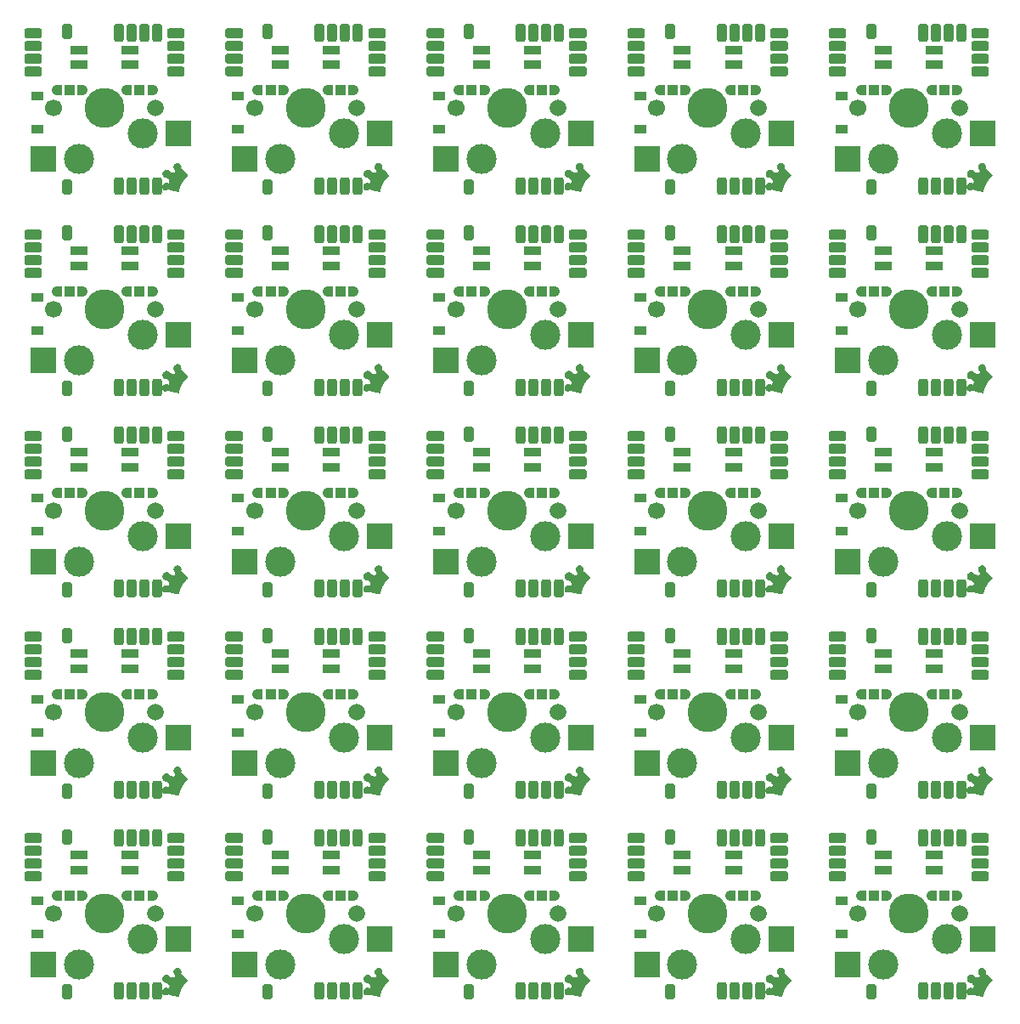
<source format=gbs>
G04 #@! TF.GenerationSoftware,KiCad,Pcbnew,(6.0.4-0)*
G04 #@! TF.CreationDate,2022-05-03T13:04:24-07:00*
G04 #@! TF.ProjectId,amoeba-king,616d6f65-6261-42d6-9b69-6e672e6b6963,rev?*
G04 #@! TF.SameCoordinates,Original*
G04 #@! TF.FileFunction,Soldermask,Bot*
G04 #@! TF.FilePolarity,Negative*
%FSLAX46Y46*%
G04 Gerber Fmt 4.6, Leading zero omitted, Abs format (unit mm)*
G04 Created by KiCad (PCBNEW (6.0.4-0)) date 2022-05-03 13:04:24*
%MOMM*%
%LPD*%
G01*
G04 APERTURE LIST*
G04 Aperture macros list*
%AMRoundRect*
0 Rectangle with rounded corners*
0 $1 Rounding radius*
0 $2 $3 $4 $5 $6 $7 $8 $9 X,Y pos of 4 corners*
0 Add a 4 corners polygon primitive as box body*
4,1,4,$2,$3,$4,$5,$6,$7,$8,$9,$2,$3,0*
0 Add four circle primitives for the rounded corners*
1,1,$1+$1,$2,$3*
1,1,$1+$1,$4,$5*
1,1,$1+$1,$6,$7*
1,1,$1+$1,$8,$9*
0 Add four rect primitives between the rounded corners*
20,1,$1+$1,$2,$3,$4,$5,0*
20,1,$1+$1,$4,$5,$6,$7,0*
20,1,$1+$1,$6,$7,$8,$9,0*
20,1,$1+$1,$8,$9,$2,$3,0*%
%AMFreePoly0*
4,1,18,0.500000,-0.500000,0.000000,-0.500000,0.000000,-0.495033,-0.079941,-0.493568,-0.215256,-0.451293,-0.333266,-0.372738,-0.424486,-0.264219,-0.481581,-0.134460,-0.499963,0.006109,-0.478152,0.146186,-0.417904,0.274511,-0.324060,0.380769,-0.204165,0.456417,-0.067858,0.495374,0.000000,0.494959,0.000000,0.500000,0.500000,0.500000,0.500000,-0.500000,0.500000,-0.500000,$1*%
%AMFreePoly1*
4,1,19,0.000000,0.494959,0.073905,0.494508,0.209726,0.453889,0.328688,0.376782,0.421226,0.269385,0.479903,0.140333,0.500000,0.000000,0.499851,-0.012216,0.476331,-0.152017,0.414519,-0.279596,0.319384,-0.384700,0.198574,-0.458877,0.061801,-0.496166,0.000000,-0.495033,0.000000,-0.500000,-0.500000,-0.500000,-0.500000,0.500000,0.000000,0.500000,0.000000,0.494959,0.000000,0.494959,
$1*%
G04 Aperture macros list end*
%ADD10C,0.131817*%
%ADD11C,3.000000*%
%ADD12C,1.700000*%
%ADD13C,1.660000*%
%ADD14C,3.980180*%
%ADD15R,2.550000X2.500000*%
%ADD16RoundRect,0.250000X-0.250000X0.625000X-0.250000X-0.625000X0.250000X-0.625000X0.250000X0.625000X0*%
%ADD17RoundRect,0.250000X-0.250000X0.250000X-0.250000X-0.250000X0.250000X-0.250000X0.250000X0.250000X0*%
%ADD18RoundRect,0.250000X-0.250000X-0.250000X0.250000X-0.250000X0.250000X0.250000X-0.250000X0.250000X0*%
%ADD19RoundRect,0.250000X-0.625000X-0.250000X0.625000X-0.250000X0.625000X0.250000X-0.625000X0.250000X0*%
%ADD20FreePoly0,0.000000*%
%ADD21R,1.000000X1.000000*%
%ADD22FreePoly1,0.000000*%
%ADD23RoundRect,0.250000X0.250000X-0.500000X0.250000X0.500000X-0.250000X0.500000X-0.250000X-0.500000X0*%
%ADD24RoundRect,0.250000X0.250000X-0.250000X0.250000X0.250000X-0.250000X0.250000X-0.250000X-0.250000X0*%
%ADD25RoundRect,0.250000X-0.250000X0.500000X-0.250000X-0.500000X0.250000X-0.500000X0.250000X0.500000X0*%
%ADD26R,1.200000X0.900000*%
%ADD27R,1.800000X0.820000*%
G04 APERTURE END LIST*
G36*
X82728653Y-174172393D02*
G01*
X82752015Y-174174369D01*
X82775303Y-174178195D01*
X82798412Y-174183899D01*
X82821236Y-174191510D01*
X82843669Y-174201056D01*
X82865605Y-174212566D01*
X82886540Y-174225807D01*
X82906024Y-174240462D01*
X82924027Y-174256423D01*
X82940521Y-174273584D01*
X82955479Y-174291839D01*
X82968871Y-174311083D01*
X82980669Y-174331208D01*
X82990845Y-174352109D01*
X82999371Y-174373680D01*
X83006217Y-174395814D01*
X83011355Y-174418406D01*
X83014758Y-174441349D01*
X83016395Y-174464539D01*
X83016240Y-174487867D01*
X83014264Y-174511228D01*
X83010438Y-174534517D01*
X83004734Y-174557626D01*
X82997123Y-174580450D01*
X82987577Y-174602883D01*
X82976067Y-174624819D01*
X82996153Y-174654020D01*
X83013302Y-174677368D01*
X83027981Y-174695783D01*
X83040661Y-174710183D01*
X83051808Y-174721488D01*
X83061891Y-174730616D01*
X83071380Y-174738485D01*
X83080740Y-174746015D01*
X83090440Y-174754125D01*
X83100952Y-174763733D01*
X83112740Y-174775758D01*
X83126273Y-174791118D01*
X83142021Y-174810734D01*
X83161789Y-174827711D01*
X83181955Y-174845431D01*
X83202466Y-174863817D01*
X83223268Y-174882792D01*
X83244311Y-174902278D01*
X83265539Y-174922194D01*
X83286900Y-174942464D01*
X83308342Y-174963011D01*
X83329811Y-174983755D01*
X83351255Y-175004618D01*
X83372621Y-175025521D01*
X83393856Y-175046388D01*
X83414906Y-175067140D01*
X83435720Y-175087698D01*
X83456245Y-175107985D01*
X83476426Y-175127922D01*
X83496213Y-175147431D01*
X83515551Y-175166434D01*
X83534387Y-175184853D01*
X83552670Y-175202609D01*
X83570346Y-175219625D01*
X83587362Y-175235822D01*
X83603665Y-175251121D01*
X83619203Y-175265446D01*
X83633922Y-175278718D01*
X83647770Y-175290857D01*
X83660693Y-175301788D01*
X83672641Y-175311431D01*
X83683557Y-175319708D01*
X83664630Y-175337394D01*
X83645991Y-175354763D01*
X83627626Y-175371857D01*
X83609526Y-175388714D01*
X83591677Y-175405372D01*
X83574066Y-175421869D01*
X83556682Y-175438245D01*
X83539512Y-175454540D01*
X83522544Y-175470792D01*
X83505766Y-175487038D01*
X83489165Y-175503319D01*
X83472731Y-175519674D01*
X83456448Y-175536141D01*
X83440308Y-175552759D01*
X83424295Y-175569566D01*
X83408399Y-175586603D01*
X83392607Y-175603906D01*
X83376908Y-175621517D01*
X83361287Y-175639472D01*
X83345734Y-175657813D01*
X83330236Y-175676576D01*
X83314783Y-175695801D01*
X83299358Y-175715526D01*
X83283954Y-175735792D01*
X83268555Y-175756636D01*
X83253149Y-175778097D01*
X83237726Y-175800214D01*
X83222273Y-175823027D01*
X83206776Y-175846573D01*
X83191225Y-175870893D01*
X83175606Y-175896023D01*
X83159908Y-175922005D01*
X83144120Y-175948876D01*
X83128226Y-175976675D01*
X83112217Y-176005442D01*
X83096645Y-176033036D01*
X83081599Y-176060214D01*
X83067065Y-176086995D01*
X83053028Y-176113397D01*
X83039476Y-176139436D01*
X83026393Y-176165134D01*
X83013769Y-176190507D01*
X83001588Y-176215575D01*
X82989838Y-176240357D01*
X82978504Y-176264870D01*
X82967574Y-176289132D01*
X82957033Y-176313164D01*
X82946869Y-176336983D01*
X82937066Y-176360607D01*
X82927614Y-176384055D01*
X82918497Y-176407346D01*
X82909702Y-176430498D01*
X82901217Y-176453529D01*
X82893026Y-176476459D01*
X82885116Y-176499305D01*
X82877476Y-176522086D01*
X82870089Y-176544822D01*
X82862944Y-176567529D01*
X82856026Y-176590227D01*
X82849322Y-176612934D01*
X82842820Y-176635669D01*
X82836504Y-176658450D01*
X82830361Y-176681295D01*
X82824380Y-176704223D01*
X82818544Y-176727254D01*
X82812842Y-176750404D01*
X82807258Y-176773693D01*
X82801781Y-176797139D01*
X82796397Y-176820762D01*
X82791092Y-176844578D01*
X82785851Y-176868607D01*
X82780663Y-176892867D01*
X82767120Y-176887968D01*
X82751867Y-176883129D01*
X82735003Y-176878334D01*
X82716630Y-176873570D01*
X82696848Y-176868820D01*
X82675756Y-176864069D01*
X82653457Y-176859300D01*
X82630050Y-176854501D01*
X82605635Y-176849654D01*
X82580314Y-176844743D01*
X82554186Y-176839756D01*
X82527352Y-176834674D01*
X82499912Y-176829484D01*
X82471967Y-176824170D01*
X82443618Y-176818715D01*
X82414965Y-176813107D01*
X82386107Y-176807327D01*
X82357147Y-176801363D01*
X82328182Y-176795197D01*
X82299317Y-176788813D01*
X82270648Y-176782199D01*
X82242279Y-176775337D01*
X82214308Y-176768212D01*
X82186837Y-176760810D01*
X82159965Y-176753114D01*
X82133794Y-176745109D01*
X82108424Y-176736780D01*
X82083953Y-176728111D01*
X82052518Y-176718181D01*
X82023143Y-176709383D01*
X81995718Y-176701666D01*
X81970137Y-176694977D01*
X81946291Y-176689268D01*
X81924072Y-176684487D01*
X81903370Y-176680583D01*
X81884080Y-176677506D01*
X81866091Y-176675204D01*
X81849297Y-176673626D01*
X81833588Y-176672723D01*
X81818857Y-176672443D01*
X81804993Y-176672734D01*
X81791892Y-176673547D01*
X81779444Y-176674830D01*
X81767539Y-176676533D01*
X81756070Y-176678605D01*
X81744930Y-176680994D01*
X81734009Y-176683651D01*
X81723200Y-176686524D01*
X81712394Y-176689561D01*
X81701484Y-176692714D01*
X81690360Y-176695930D01*
X81678914Y-176699159D01*
X81667038Y-176702349D01*
X81654625Y-176705451D01*
X81641566Y-176708413D01*
X81627752Y-176711185D01*
X81613076Y-176713715D01*
X81597429Y-176715952D01*
X81580702Y-176717846D01*
X81562789Y-176719347D01*
X81543579Y-176720403D01*
X81522966Y-176720962D01*
X81500841Y-176720975D01*
X81477096Y-176720391D01*
X81451623Y-176719159D01*
X81424312Y-176717226D01*
X81403377Y-176703985D01*
X81383893Y-176689330D01*
X81365889Y-176673369D01*
X81349395Y-176656208D01*
X81334438Y-176637953D01*
X81321045Y-176618709D01*
X81309247Y-176598584D01*
X81299072Y-176577683D01*
X81290546Y-176556112D01*
X81283700Y-176533978D01*
X81278561Y-176511386D01*
X81275159Y-176488443D01*
X81273521Y-176465253D01*
X81273676Y-176441925D01*
X81275652Y-176418564D01*
X81279478Y-176395275D01*
X81285183Y-176372167D01*
X81292794Y-176349342D01*
X81302339Y-176326909D01*
X81313849Y-176304973D01*
X81327091Y-176284038D01*
X81341746Y-176264555D01*
X81357707Y-176246551D01*
X81374867Y-176230057D01*
X81393123Y-176215099D01*
X81412366Y-176201707D01*
X81432491Y-176189909D01*
X81453392Y-176179733D01*
X81474963Y-176171207D01*
X81497098Y-176164361D01*
X81519690Y-176159223D01*
X81542634Y-176155821D01*
X81565822Y-176154183D01*
X81589150Y-176154338D01*
X81612512Y-176156314D01*
X81635800Y-176160140D01*
X81658909Y-176165845D01*
X81681733Y-176173455D01*
X81704167Y-176183001D01*
X81726102Y-176194511D01*
X81747993Y-176205885D01*
X81768557Y-176213579D01*
X81787861Y-176217816D01*
X81805976Y-176218824D01*
X81822968Y-176216827D01*
X81838907Y-176212049D01*
X81853860Y-176204717D01*
X81867895Y-176195055D01*
X81881082Y-176183291D01*
X81893489Y-176169647D01*
X81905184Y-176154350D01*
X81916233Y-176137625D01*
X81926709Y-176119697D01*
X81936677Y-176100792D01*
X81946206Y-176081134D01*
X81955366Y-176060950D01*
X81964222Y-176040464D01*
X81972845Y-176019902D01*
X81981303Y-175999488D01*
X81989664Y-175979450D01*
X81997996Y-175960010D01*
X82006368Y-175941396D01*
X82014848Y-175923832D01*
X82014962Y-175902511D01*
X82013111Y-175881528D01*
X82009397Y-175860867D01*
X82003913Y-175840518D01*
X81996757Y-175820468D01*
X81988027Y-175800703D01*
X81977819Y-175781212D01*
X81966229Y-175761980D01*
X81953355Y-175742996D01*
X81939295Y-175724247D01*
X81924144Y-175705719D01*
X81907999Y-175687401D01*
X81890958Y-175669280D01*
X81873116Y-175651342D01*
X81854573Y-175633576D01*
X81835423Y-175615968D01*
X81815764Y-175598506D01*
X81795693Y-175581178D01*
X81775307Y-175563969D01*
X81754703Y-175546868D01*
X81733977Y-175529863D01*
X81713227Y-175512939D01*
X81692549Y-175496085D01*
X81666864Y-175499960D01*
X81641096Y-175501778D01*
X81615363Y-175501557D01*
X81589785Y-175499318D01*
X81564480Y-175495082D01*
X81539567Y-175488867D01*
X81515166Y-175480694D01*
X81491396Y-175470581D01*
X81468375Y-175458551D01*
X81447714Y-175445588D01*
X81428349Y-175431354D01*
X81410304Y-175415933D01*
X81393601Y-175399413D01*
X81378263Y-175381881D01*
X81364313Y-175363420D01*
X81351776Y-175344121D01*
X81340674Y-175324066D01*
X81331028Y-175303344D01*
X81322865Y-175282040D01*
X81316205Y-175260240D01*
X81311073Y-175238031D01*
X81307491Y-175215500D01*
X81305482Y-175192731D01*
X81305070Y-175169812D01*
X81306278Y-175146829D01*
X81309128Y-175123868D01*
X81313645Y-175101015D01*
X81319850Y-175078358D01*
X81327768Y-175055981D01*
X81337421Y-175033970D01*
X81348833Y-175012414D01*
X81348833Y-175012413D01*
X81361795Y-174991752D01*
X81376030Y-174972388D01*
X81391450Y-174954343D01*
X81407970Y-174937639D01*
X81425503Y-174922301D01*
X81443962Y-174908352D01*
X81463263Y-174895815D01*
X81483317Y-174884712D01*
X81504040Y-174875068D01*
X81525344Y-174866904D01*
X81547143Y-174860244D01*
X81569352Y-174855112D01*
X81591883Y-174851530D01*
X81614652Y-174849521D01*
X81637572Y-174849109D01*
X81660554Y-174850317D01*
X81683516Y-174853168D01*
X81706368Y-174857684D01*
X81729026Y-174863889D01*
X81751404Y-174871807D01*
X81773414Y-174881460D01*
X81794970Y-174892871D01*
X81816969Y-174906792D01*
X81837678Y-174922329D01*
X81857019Y-174939390D01*
X81874915Y-174957880D01*
X81891288Y-174977707D01*
X81906062Y-174998777D01*
X81919159Y-175020995D01*
X81930500Y-175044269D01*
X81940009Y-175068503D01*
X81966115Y-175076954D01*
X81992307Y-175085393D01*
X82018541Y-175093725D01*
X82044774Y-175101857D01*
X82070960Y-175109693D01*
X82097056Y-175117138D01*
X82123016Y-175124099D01*
X82148797Y-175130481D01*
X82174354Y-175136189D01*
X82199644Y-175141129D01*
X82224621Y-175145207D01*
X82249241Y-175148329D01*
X82273461Y-175150397D01*
X82297235Y-175151319D01*
X82320519Y-175151002D01*
X82343271Y-175149349D01*
X82365443Y-175146266D01*
X82386993Y-175141659D01*
X82407876Y-175135433D01*
X82428048Y-175127495D01*
X82447464Y-175117748D01*
X82466081Y-175106099D01*
X82493067Y-175082022D01*
X82515974Y-175058394D01*
X82535094Y-175035226D01*
X82550718Y-175012527D01*
X82563139Y-174990308D01*
X82572646Y-174968579D01*
X82579533Y-174947350D01*
X82584090Y-174926632D01*
X82586608Y-174906433D01*
X82587380Y-174886765D01*
X82586697Y-174867637D01*
X82584849Y-174849060D01*
X82582128Y-174831043D01*
X82578829Y-174813597D01*
X82575239Y-174796732D01*
X82571650Y-174780458D01*
X82568357Y-174764784D01*
X82565647Y-174749722D01*
X82563815Y-174735281D01*
X82542879Y-174722039D01*
X82523396Y-174707385D01*
X82505393Y-174691423D01*
X82488898Y-174674263D01*
X82473941Y-174656008D01*
X82460548Y-174636764D01*
X82448750Y-174616639D01*
X82438574Y-174595738D01*
X82430049Y-174574167D01*
X82423203Y-174552033D01*
X82418064Y-174529441D01*
X82414662Y-174506497D01*
X82413024Y-174483308D01*
X82413179Y-174459980D01*
X82415156Y-174436619D01*
X82418981Y-174413330D01*
X82424685Y-174390221D01*
X82432297Y-174367397D01*
X82441842Y-174344964D01*
X82453352Y-174323029D01*
X82466594Y-174302093D01*
X82481249Y-174282610D01*
X82497209Y-174264606D01*
X82514370Y-174248112D01*
X82532626Y-174233154D01*
X82551869Y-174219762D01*
X82571994Y-174207964D01*
X82592896Y-174197787D01*
X82614466Y-174189262D01*
X82636601Y-174182416D01*
X82659193Y-174177278D01*
X82682136Y-174173876D01*
X82705325Y-174172238D01*
X82728653Y-174172393D01*
G37*
D10*
X82728653Y-174172393D02*
X82752015Y-174174369D01*
X82775303Y-174178195D01*
X82798412Y-174183899D01*
X82821236Y-174191510D01*
X82843669Y-174201056D01*
X82865605Y-174212566D01*
X82886540Y-174225807D01*
X82906024Y-174240462D01*
X82924027Y-174256423D01*
X82940521Y-174273584D01*
X82955479Y-174291839D01*
X82968871Y-174311083D01*
X82980669Y-174331208D01*
X82990845Y-174352109D01*
X82999371Y-174373680D01*
X83006217Y-174395814D01*
X83011355Y-174418406D01*
X83014758Y-174441349D01*
X83016395Y-174464539D01*
X83016240Y-174487867D01*
X83014264Y-174511228D01*
X83010438Y-174534517D01*
X83004734Y-174557626D01*
X82997123Y-174580450D01*
X82987577Y-174602883D01*
X82976067Y-174624819D01*
X82996153Y-174654020D01*
X83013302Y-174677368D01*
X83027981Y-174695783D01*
X83040661Y-174710183D01*
X83051808Y-174721488D01*
X83061891Y-174730616D01*
X83071380Y-174738485D01*
X83080740Y-174746015D01*
X83090440Y-174754125D01*
X83100952Y-174763733D01*
X83112740Y-174775758D01*
X83126273Y-174791118D01*
X83142021Y-174810734D01*
X83161789Y-174827711D01*
X83181955Y-174845431D01*
X83202466Y-174863817D01*
X83223268Y-174882792D01*
X83244311Y-174902278D01*
X83265539Y-174922194D01*
X83286900Y-174942464D01*
X83308342Y-174963011D01*
X83329811Y-174983755D01*
X83351255Y-175004618D01*
X83372621Y-175025521D01*
X83393856Y-175046388D01*
X83414906Y-175067140D01*
X83435720Y-175087698D01*
X83456245Y-175107985D01*
X83476426Y-175127922D01*
X83496213Y-175147431D01*
X83515551Y-175166434D01*
X83534387Y-175184853D01*
X83552670Y-175202609D01*
X83570346Y-175219625D01*
X83587362Y-175235822D01*
X83603665Y-175251121D01*
X83619203Y-175265446D01*
X83633922Y-175278718D01*
X83647770Y-175290857D01*
X83660693Y-175301788D01*
X83672641Y-175311431D01*
X83683557Y-175319708D01*
X83664630Y-175337394D01*
X83645991Y-175354763D01*
X83627626Y-175371857D01*
X83609526Y-175388714D01*
X83591677Y-175405372D01*
X83574066Y-175421869D01*
X83556682Y-175438245D01*
X83539512Y-175454540D01*
X83522544Y-175470792D01*
X83505766Y-175487038D01*
X83489165Y-175503319D01*
X83472731Y-175519674D01*
X83456448Y-175536141D01*
X83440308Y-175552759D01*
X83424295Y-175569566D01*
X83408399Y-175586603D01*
X83392607Y-175603906D01*
X83376908Y-175621517D01*
X83361287Y-175639472D01*
X83345734Y-175657813D01*
X83330236Y-175676576D01*
X83314783Y-175695801D01*
X83299358Y-175715526D01*
X83283954Y-175735792D01*
X83268555Y-175756636D01*
X83253149Y-175778097D01*
X83237726Y-175800214D01*
X83222273Y-175823027D01*
X83206776Y-175846573D01*
X83191225Y-175870893D01*
X83175606Y-175896023D01*
X83159908Y-175922005D01*
X83144120Y-175948876D01*
X83128226Y-175976675D01*
X83112217Y-176005442D01*
X83096645Y-176033036D01*
X83081599Y-176060214D01*
X83067065Y-176086995D01*
X83053028Y-176113397D01*
X83039476Y-176139436D01*
X83026393Y-176165134D01*
X83013769Y-176190507D01*
X83001588Y-176215575D01*
X82989838Y-176240357D01*
X82978504Y-176264870D01*
X82967574Y-176289132D01*
X82957033Y-176313164D01*
X82946869Y-176336983D01*
X82937066Y-176360607D01*
X82927614Y-176384055D01*
X82918497Y-176407346D01*
X82909702Y-176430498D01*
X82901217Y-176453529D01*
X82893026Y-176476459D01*
X82885116Y-176499305D01*
X82877476Y-176522086D01*
X82870089Y-176544822D01*
X82862944Y-176567529D01*
X82856026Y-176590227D01*
X82849322Y-176612934D01*
X82842820Y-176635669D01*
X82836504Y-176658450D01*
X82830361Y-176681295D01*
X82824380Y-176704223D01*
X82818544Y-176727254D01*
X82812842Y-176750404D01*
X82807258Y-176773693D01*
X82801781Y-176797139D01*
X82796397Y-176820762D01*
X82791092Y-176844578D01*
X82785851Y-176868607D01*
X82780663Y-176892867D01*
X82767120Y-176887968D01*
X82751867Y-176883129D01*
X82735003Y-176878334D01*
X82716630Y-176873570D01*
X82696848Y-176868820D01*
X82675756Y-176864069D01*
X82653457Y-176859300D01*
X82630050Y-176854501D01*
X82605635Y-176849654D01*
X82580314Y-176844743D01*
X82554186Y-176839756D01*
X82527352Y-176834674D01*
X82499912Y-176829484D01*
X82471967Y-176824170D01*
X82443618Y-176818715D01*
X82414965Y-176813107D01*
X82386107Y-176807327D01*
X82357147Y-176801363D01*
X82328182Y-176795197D01*
X82299317Y-176788813D01*
X82270648Y-176782199D01*
X82242279Y-176775337D01*
X82214308Y-176768212D01*
X82186837Y-176760810D01*
X82159965Y-176753114D01*
X82133794Y-176745109D01*
X82108424Y-176736780D01*
X82083953Y-176728111D01*
X82052518Y-176718181D01*
X82023143Y-176709383D01*
X81995718Y-176701666D01*
X81970137Y-176694977D01*
X81946291Y-176689268D01*
X81924072Y-176684487D01*
X81903370Y-176680583D01*
X81884080Y-176677506D01*
X81866091Y-176675204D01*
X81849297Y-176673626D01*
X81833588Y-176672723D01*
X81818857Y-176672443D01*
X81804993Y-176672734D01*
X81791892Y-176673547D01*
X81779444Y-176674830D01*
X81767539Y-176676533D01*
X81756070Y-176678605D01*
X81744930Y-176680994D01*
X81734009Y-176683651D01*
X81723200Y-176686524D01*
X81712394Y-176689561D01*
X81701484Y-176692714D01*
X81690360Y-176695930D01*
X81678914Y-176699159D01*
X81667038Y-176702349D01*
X81654625Y-176705451D01*
X81641566Y-176708413D01*
X81627752Y-176711185D01*
X81613076Y-176713715D01*
X81597429Y-176715952D01*
X81580702Y-176717846D01*
X81562789Y-176719347D01*
X81543579Y-176720403D01*
X81522966Y-176720962D01*
X81500841Y-176720975D01*
X81477096Y-176720391D01*
X81451623Y-176719159D01*
X81424312Y-176717226D01*
X81403377Y-176703985D01*
X81383893Y-176689330D01*
X81365889Y-176673369D01*
X81349395Y-176656208D01*
X81334438Y-176637953D01*
X81321045Y-176618709D01*
X81309247Y-176598584D01*
X81299072Y-176577683D01*
X81290546Y-176556112D01*
X81283700Y-176533978D01*
X81278561Y-176511386D01*
X81275159Y-176488443D01*
X81273521Y-176465253D01*
X81273676Y-176441925D01*
X81275652Y-176418564D01*
X81279478Y-176395275D01*
X81285183Y-176372167D01*
X81292794Y-176349342D01*
X81302339Y-176326909D01*
X81313849Y-176304973D01*
X81327091Y-176284038D01*
X81341746Y-176264555D01*
X81357707Y-176246551D01*
X81374867Y-176230057D01*
X81393123Y-176215099D01*
X81412366Y-176201707D01*
X81432491Y-176189909D01*
X81453392Y-176179733D01*
X81474963Y-176171207D01*
X81497098Y-176164361D01*
X81519690Y-176159223D01*
X81542634Y-176155821D01*
X81565822Y-176154183D01*
X81589150Y-176154338D01*
X81612512Y-176156314D01*
X81635800Y-176160140D01*
X81658909Y-176165845D01*
X81681733Y-176173455D01*
X81704167Y-176183001D01*
X81726102Y-176194511D01*
X81747993Y-176205885D01*
X81768557Y-176213579D01*
X81787861Y-176217816D01*
X81805976Y-176218824D01*
X81822968Y-176216827D01*
X81838907Y-176212049D01*
X81853860Y-176204717D01*
X81867895Y-176195055D01*
X81881082Y-176183291D01*
X81893489Y-176169647D01*
X81905184Y-176154350D01*
X81916233Y-176137625D01*
X81926709Y-176119697D01*
X81936677Y-176100792D01*
X81946206Y-176081134D01*
X81955366Y-176060950D01*
X81964222Y-176040464D01*
X81972845Y-176019902D01*
X81981303Y-175999488D01*
X81989664Y-175979450D01*
X81997996Y-175960010D01*
X82006368Y-175941396D01*
X82014848Y-175923832D01*
X82014962Y-175902511D01*
X82013111Y-175881528D01*
X82009397Y-175860867D01*
X82003913Y-175840518D01*
X81996757Y-175820468D01*
X81988027Y-175800703D01*
X81977819Y-175781212D01*
X81966229Y-175761980D01*
X81953355Y-175742996D01*
X81939295Y-175724247D01*
X81924144Y-175705719D01*
X81907999Y-175687401D01*
X81890958Y-175669280D01*
X81873116Y-175651342D01*
X81854573Y-175633576D01*
X81835423Y-175615968D01*
X81815764Y-175598506D01*
X81795693Y-175581178D01*
X81775307Y-175563969D01*
X81754703Y-175546868D01*
X81733977Y-175529863D01*
X81713227Y-175512939D01*
X81692549Y-175496085D01*
X81666864Y-175499960D01*
X81641096Y-175501778D01*
X81615363Y-175501557D01*
X81589785Y-175499318D01*
X81564480Y-175495082D01*
X81539567Y-175488867D01*
X81515166Y-175480694D01*
X81491396Y-175470581D01*
X81468375Y-175458551D01*
X81447714Y-175445588D01*
X81428349Y-175431354D01*
X81410304Y-175415933D01*
X81393601Y-175399413D01*
X81378263Y-175381881D01*
X81364313Y-175363420D01*
X81351776Y-175344121D01*
X81340674Y-175324066D01*
X81331028Y-175303344D01*
X81322865Y-175282040D01*
X81316205Y-175260240D01*
X81311073Y-175238031D01*
X81307491Y-175215500D01*
X81305482Y-175192731D01*
X81305070Y-175169812D01*
X81306278Y-175146829D01*
X81309128Y-175123868D01*
X81313645Y-175101015D01*
X81319850Y-175078358D01*
X81327768Y-175055981D01*
X81337421Y-175033970D01*
X81348833Y-175012414D01*
X81348833Y-175012413D01*
X81361795Y-174991752D01*
X81376030Y-174972388D01*
X81391450Y-174954343D01*
X81407970Y-174937639D01*
X81425503Y-174922301D01*
X81443962Y-174908352D01*
X81463263Y-174895815D01*
X81483317Y-174884712D01*
X81504040Y-174875068D01*
X81525344Y-174866904D01*
X81547143Y-174860244D01*
X81569352Y-174855112D01*
X81591883Y-174851530D01*
X81614652Y-174849521D01*
X81637572Y-174849109D01*
X81660554Y-174850317D01*
X81683516Y-174853168D01*
X81706368Y-174857684D01*
X81729026Y-174863889D01*
X81751404Y-174871807D01*
X81773414Y-174881460D01*
X81794970Y-174892871D01*
X81816969Y-174906792D01*
X81837678Y-174922329D01*
X81857019Y-174939390D01*
X81874915Y-174957880D01*
X81891288Y-174977707D01*
X81906062Y-174998777D01*
X81919159Y-175020995D01*
X81930500Y-175044269D01*
X81940009Y-175068503D01*
X81966115Y-175076954D01*
X81992307Y-175085393D01*
X82018541Y-175093725D01*
X82044774Y-175101857D01*
X82070960Y-175109693D01*
X82097056Y-175117138D01*
X82123016Y-175124099D01*
X82148797Y-175130481D01*
X82174354Y-175136189D01*
X82199644Y-175141129D01*
X82224621Y-175145207D01*
X82249241Y-175148329D01*
X82273461Y-175150397D01*
X82297235Y-175151319D01*
X82320519Y-175151002D01*
X82343271Y-175149349D01*
X82365443Y-175146266D01*
X82386993Y-175141659D01*
X82407876Y-175135433D01*
X82428048Y-175127495D01*
X82447464Y-175117748D01*
X82466081Y-175106099D01*
X82493067Y-175082022D01*
X82515974Y-175058394D01*
X82535094Y-175035226D01*
X82550718Y-175012527D01*
X82563139Y-174990308D01*
X82572646Y-174968579D01*
X82579533Y-174947350D01*
X82584090Y-174926632D01*
X82586608Y-174906433D01*
X82587380Y-174886765D01*
X82586697Y-174867637D01*
X82584849Y-174849060D01*
X82582128Y-174831043D01*
X82578829Y-174813597D01*
X82575239Y-174796732D01*
X82571650Y-174780458D01*
X82568357Y-174764784D01*
X82565647Y-174749722D01*
X82563815Y-174735281D01*
X82542879Y-174722039D01*
X82523396Y-174707385D01*
X82505393Y-174691423D01*
X82488898Y-174674263D01*
X82473941Y-174656008D01*
X82460548Y-174636764D01*
X82448750Y-174616639D01*
X82438574Y-174595738D01*
X82430049Y-174574167D01*
X82423203Y-174552033D01*
X82418064Y-174529441D01*
X82414662Y-174506497D01*
X82413024Y-174483308D01*
X82413179Y-174459980D01*
X82415156Y-174436619D01*
X82418981Y-174413330D01*
X82424685Y-174390221D01*
X82432297Y-174367397D01*
X82441842Y-174344964D01*
X82453352Y-174323029D01*
X82466594Y-174302093D01*
X82481249Y-174282610D01*
X82497209Y-174264606D01*
X82514370Y-174248112D01*
X82532626Y-174233154D01*
X82551869Y-174219762D01*
X82571994Y-174207964D01*
X82592896Y-174197787D01*
X82614466Y-174189262D01*
X82636601Y-174182416D01*
X82659193Y-174177278D01*
X82682136Y-174173876D01*
X82705325Y-174172238D01*
X82728653Y-174172393D01*
G36*
X162928653Y-194222393D02*
G01*
X162952015Y-194224369D01*
X162975303Y-194228195D01*
X162998412Y-194233899D01*
X163021236Y-194241510D01*
X163043669Y-194251056D01*
X163065605Y-194262566D01*
X163086540Y-194275807D01*
X163106024Y-194290462D01*
X163124027Y-194306423D01*
X163140521Y-194323584D01*
X163155479Y-194341839D01*
X163168871Y-194361083D01*
X163180669Y-194381208D01*
X163190845Y-194402109D01*
X163199371Y-194423680D01*
X163206217Y-194445814D01*
X163211355Y-194468406D01*
X163214758Y-194491349D01*
X163216395Y-194514539D01*
X163216240Y-194537867D01*
X163214264Y-194561228D01*
X163210438Y-194584517D01*
X163204734Y-194607626D01*
X163197123Y-194630450D01*
X163187577Y-194652883D01*
X163176067Y-194674819D01*
X163196153Y-194704020D01*
X163213302Y-194727368D01*
X163227981Y-194745783D01*
X163240661Y-194760183D01*
X163251808Y-194771488D01*
X163261891Y-194780616D01*
X163271380Y-194788485D01*
X163280740Y-194796015D01*
X163290440Y-194804125D01*
X163300952Y-194813733D01*
X163312740Y-194825758D01*
X163326273Y-194841118D01*
X163342021Y-194860734D01*
X163361789Y-194877711D01*
X163381955Y-194895431D01*
X163402466Y-194913817D01*
X163423268Y-194932792D01*
X163444311Y-194952278D01*
X163465539Y-194972194D01*
X163486900Y-194992464D01*
X163508342Y-195013011D01*
X163529811Y-195033755D01*
X163551255Y-195054618D01*
X163572621Y-195075521D01*
X163593856Y-195096388D01*
X163614906Y-195117140D01*
X163635720Y-195137698D01*
X163656245Y-195157985D01*
X163676426Y-195177922D01*
X163696213Y-195197431D01*
X163715551Y-195216434D01*
X163734387Y-195234853D01*
X163752670Y-195252609D01*
X163770346Y-195269625D01*
X163787362Y-195285822D01*
X163803665Y-195301121D01*
X163819203Y-195315446D01*
X163833922Y-195328718D01*
X163847770Y-195340857D01*
X163860693Y-195351788D01*
X163872641Y-195361431D01*
X163883557Y-195369708D01*
X163864630Y-195387394D01*
X163845991Y-195404763D01*
X163827626Y-195421857D01*
X163809526Y-195438714D01*
X163791677Y-195455372D01*
X163774066Y-195471869D01*
X163756682Y-195488245D01*
X163739512Y-195504540D01*
X163722544Y-195520792D01*
X163705766Y-195537038D01*
X163689165Y-195553319D01*
X163672731Y-195569674D01*
X163656448Y-195586141D01*
X163640308Y-195602759D01*
X163624295Y-195619566D01*
X163608399Y-195636603D01*
X163592607Y-195653906D01*
X163576908Y-195671517D01*
X163561287Y-195689472D01*
X163545734Y-195707813D01*
X163530236Y-195726576D01*
X163514783Y-195745801D01*
X163499358Y-195765526D01*
X163483954Y-195785792D01*
X163468555Y-195806636D01*
X163453149Y-195828097D01*
X163437726Y-195850214D01*
X163422273Y-195873027D01*
X163406776Y-195896573D01*
X163391225Y-195920893D01*
X163375606Y-195946023D01*
X163359908Y-195972005D01*
X163344120Y-195998876D01*
X163328226Y-196026675D01*
X163312217Y-196055442D01*
X163296645Y-196083036D01*
X163281599Y-196110214D01*
X163267065Y-196136995D01*
X163253028Y-196163397D01*
X163239476Y-196189436D01*
X163226393Y-196215134D01*
X163213769Y-196240507D01*
X163201588Y-196265575D01*
X163189838Y-196290357D01*
X163178504Y-196314870D01*
X163167574Y-196339132D01*
X163157033Y-196363164D01*
X163146869Y-196386983D01*
X163137066Y-196410607D01*
X163127614Y-196434055D01*
X163118497Y-196457346D01*
X163109702Y-196480498D01*
X163101217Y-196503529D01*
X163093026Y-196526459D01*
X163085116Y-196549305D01*
X163077476Y-196572086D01*
X163070089Y-196594822D01*
X163062944Y-196617529D01*
X163056026Y-196640227D01*
X163049322Y-196662934D01*
X163042820Y-196685669D01*
X163036504Y-196708450D01*
X163030361Y-196731295D01*
X163024380Y-196754223D01*
X163018544Y-196777254D01*
X163012842Y-196800404D01*
X163007258Y-196823693D01*
X163001781Y-196847139D01*
X162996397Y-196870762D01*
X162991092Y-196894578D01*
X162985851Y-196918607D01*
X162980663Y-196942867D01*
X162967120Y-196937968D01*
X162951867Y-196933129D01*
X162935003Y-196928334D01*
X162916630Y-196923570D01*
X162896848Y-196918820D01*
X162875756Y-196914069D01*
X162853457Y-196909300D01*
X162830050Y-196904501D01*
X162805635Y-196899654D01*
X162780314Y-196894743D01*
X162754186Y-196889756D01*
X162727352Y-196884674D01*
X162699912Y-196879484D01*
X162671967Y-196874170D01*
X162643618Y-196868715D01*
X162614965Y-196863107D01*
X162586107Y-196857327D01*
X162557147Y-196851363D01*
X162528182Y-196845197D01*
X162499317Y-196838813D01*
X162470648Y-196832199D01*
X162442279Y-196825337D01*
X162414308Y-196818212D01*
X162386837Y-196810810D01*
X162359965Y-196803114D01*
X162333794Y-196795109D01*
X162308424Y-196786780D01*
X162283953Y-196778111D01*
X162252518Y-196768181D01*
X162223143Y-196759383D01*
X162195718Y-196751666D01*
X162170137Y-196744977D01*
X162146291Y-196739268D01*
X162124072Y-196734487D01*
X162103370Y-196730583D01*
X162084080Y-196727506D01*
X162066091Y-196725204D01*
X162049297Y-196723626D01*
X162033588Y-196722723D01*
X162018857Y-196722443D01*
X162004993Y-196722734D01*
X161991892Y-196723547D01*
X161979444Y-196724830D01*
X161967539Y-196726533D01*
X161956070Y-196728605D01*
X161944930Y-196730994D01*
X161934009Y-196733651D01*
X161923200Y-196736524D01*
X161912394Y-196739561D01*
X161901484Y-196742714D01*
X161890360Y-196745930D01*
X161878914Y-196749159D01*
X161867038Y-196752349D01*
X161854625Y-196755451D01*
X161841566Y-196758413D01*
X161827752Y-196761185D01*
X161813076Y-196763715D01*
X161797429Y-196765952D01*
X161780702Y-196767846D01*
X161762789Y-196769347D01*
X161743579Y-196770403D01*
X161722966Y-196770962D01*
X161700841Y-196770975D01*
X161677096Y-196770391D01*
X161651623Y-196769159D01*
X161624312Y-196767226D01*
X161603377Y-196753985D01*
X161583893Y-196739330D01*
X161565889Y-196723369D01*
X161549395Y-196706208D01*
X161534438Y-196687953D01*
X161521045Y-196668709D01*
X161509247Y-196648584D01*
X161499072Y-196627683D01*
X161490546Y-196606112D01*
X161483700Y-196583978D01*
X161478561Y-196561386D01*
X161475159Y-196538443D01*
X161473521Y-196515253D01*
X161473676Y-196491925D01*
X161475652Y-196468564D01*
X161479478Y-196445275D01*
X161485183Y-196422167D01*
X161492794Y-196399342D01*
X161502339Y-196376909D01*
X161513849Y-196354973D01*
X161527091Y-196334038D01*
X161541746Y-196314555D01*
X161557707Y-196296551D01*
X161574867Y-196280057D01*
X161593123Y-196265099D01*
X161612366Y-196251707D01*
X161632491Y-196239909D01*
X161653392Y-196229733D01*
X161674963Y-196221207D01*
X161697098Y-196214361D01*
X161719690Y-196209223D01*
X161742634Y-196205821D01*
X161765822Y-196204183D01*
X161789150Y-196204338D01*
X161812512Y-196206314D01*
X161835800Y-196210140D01*
X161858909Y-196215845D01*
X161881733Y-196223455D01*
X161904167Y-196233001D01*
X161926102Y-196244511D01*
X161947993Y-196255885D01*
X161968557Y-196263579D01*
X161987861Y-196267816D01*
X162005976Y-196268824D01*
X162022968Y-196266827D01*
X162038907Y-196262049D01*
X162053860Y-196254717D01*
X162067895Y-196245055D01*
X162081082Y-196233291D01*
X162093489Y-196219647D01*
X162105184Y-196204350D01*
X162116233Y-196187625D01*
X162126709Y-196169697D01*
X162136677Y-196150792D01*
X162146206Y-196131134D01*
X162155366Y-196110950D01*
X162164222Y-196090464D01*
X162172845Y-196069902D01*
X162181303Y-196049488D01*
X162189664Y-196029450D01*
X162197996Y-196010010D01*
X162206368Y-195991396D01*
X162214848Y-195973832D01*
X162214962Y-195952511D01*
X162213111Y-195931528D01*
X162209397Y-195910867D01*
X162203913Y-195890518D01*
X162196757Y-195870468D01*
X162188027Y-195850703D01*
X162177819Y-195831212D01*
X162166229Y-195811980D01*
X162153355Y-195792996D01*
X162139295Y-195774247D01*
X162124144Y-195755719D01*
X162107999Y-195737401D01*
X162090958Y-195719280D01*
X162073116Y-195701342D01*
X162054573Y-195683576D01*
X162035423Y-195665968D01*
X162015764Y-195648506D01*
X161995693Y-195631178D01*
X161975307Y-195613969D01*
X161954703Y-195596868D01*
X161933977Y-195579863D01*
X161913227Y-195562939D01*
X161892549Y-195546085D01*
X161866864Y-195549960D01*
X161841096Y-195551778D01*
X161815363Y-195551557D01*
X161789785Y-195549318D01*
X161764480Y-195545082D01*
X161739567Y-195538867D01*
X161715166Y-195530694D01*
X161691396Y-195520581D01*
X161668375Y-195508551D01*
X161647714Y-195495588D01*
X161628349Y-195481354D01*
X161610304Y-195465933D01*
X161593601Y-195449413D01*
X161578263Y-195431881D01*
X161564313Y-195413420D01*
X161551776Y-195394121D01*
X161540674Y-195374066D01*
X161531028Y-195353344D01*
X161522865Y-195332040D01*
X161516205Y-195310240D01*
X161511073Y-195288031D01*
X161507491Y-195265500D01*
X161505482Y-195242731D01*
X161505070Y-195219812D01*
X161506278Y-195196829D01*
X161509128Y-195173868D01*
X161513645Y-195151015D01*
X161519850Y-195128358D01*
X161527768Y-195105981D01*
X161537421Y-195083970D01*
X161548833Y-195062414D01*
X161548833Y-195062413D01*
X161561795Y-195041752D01*
X161576030Y-195022388D01*
X161591450Y-195004343D01*
X161607970Y-194987639D01*
X161625503Y-194972301D01*
X161643962Y-194958352D01*
X161663263Y-194945815D01*
X161683317Y-194934712D01*
X161704040Y-194925068D01*
X161725344Y-194916904D01*
X161747143Y-194910244D01*
X161769352Y-194905112D01*
X161791883Y-194901530D01*
X161814652Y-194899521D01*
X161837572Y-194899109D01*
X161860554Y-194900317D01*
X161883516Y-194903168D01*
X161906368Y-194907684D01*
X161929026Y-194913889D01*
X161951404Y-194921807D01*
X161973414Y-194931460D01*
X161994970Y-194942871D01*
X162016969Y-194956792D01*
X162037678Y-194972329D01*
X162057019Y-194989390D01*
X162074915Y-195007880D01*
X162091288Y-195027707D01*
X162106062Y-195048777D01*
X162119159Y-195070995D01*
X162130500Y-195094269D01*
X162140009Y-195118503D01*
X162166115Y-195126954D01*
X162192307Y-195135393D01*
X162218541Y-195143725D01*
X162244774Y-195151857D01*
X162270960Y-195159693D01*
X162297056Y-195167138D01*
X162323016Y-195174099D01*
X162348797Y-195180481D01*
X162374354Y-195186189D01*
X162399644Y-195191129D01*
X162424621Y-195195207D01*
X162449241Y-195198329D01*
X162473461Y-195200397D01*
X162497235Y-195201319D01*
X162520519Y-195201002D01*
X162543271Y-195199349D01*
X162565443Y-195196266D01*
X162586993Y-195191659D01*
X162607876Y-195185433D01*
X162628048Y-195177495D01*
X162647464Y-195167748D01*
X162666081Y-195156099D01*
X162693067Y-195132022D01*
X162715974Y-195108394D01*
X162735094Y-195085226D01*
X162750718Y-195062527D01*
X162763139Y-195040308D01*
X162772646Y-195018579D01*
X162779533Y-194997350D01*
X162784090Y-194976632D01*
X162786608Y-194956433D01*
X162787380Y-194936765D01*
X162786697Y-194917637D01*
X162784849Y-194899060D01*
X162782128Y-194881043D01*
X162778829Y-194863597D01*
X162775239Y-194846732D01*
X162771650Y-194830458D01*
X162768357Y-194814784D01*
X162765647Y-194799722D01*
X162763815Y-194785281D01*
X162742879Y-194772039D01*
X162723396Y-194757385D01*
X162705393Y-194741423D01*
X162688898Y-194724263D01*
X162673941Y-194706008D01*
X162660548Y-194686764D01*
X162648750Y-194666639D01*
X162638574Y-194645738D01*
X162630049Y-194624167D01*
X162623203Y-194602033D01*
X162618064Y-194579441D01*
X162614662Y-194556497D01*
X162613024Y-194533308D01*
X162613179Y-194509980D01*
X162615156Y-194486619D01*
X162618981Y-194463330D01*
X162624685Y-194440221D01*
X162632297Y-194417397D01*
X162641842Y-194394964D01*
X162653352Y-194373029D01*
X162666594Y-194352093D01*
X162681249Y-194332610D01*
X162697209Y-194314606D01*
X162714370Y-194298112D01*
X162732626Y-194283154D01*
X162751869Y-194269762D01*
X162771994Y-194257964D01*
X162792896Y-194247787D01*
X162814466Y-194239262D01*
X162836601Y-194232416D01*
X162859193Y-194227278D01*
X162882136Y-194223876D01*
X162905325Y-194222238D01*
X162928653Y-194222393D01*
G37*
X162928653Y-194222393D02*
X162952015Y-194224369D01*
X162975303Y-194228195D01*
X162998412Y-194233899D01*
X163021236Y-194241510D01*
X163043669Y-194251056D01*
X163065605Y-194262566D01*
X163086540Y-194275807D01*
X163106024Y-194290462D01*
X163124027Y-194306423D01*
X163140521Y-194323584D01*
X163155479Y-194341839D01*
X163168871Y-194361083D01*
X163180669Y-194381208D01*
X163190845Y-194402109D01*
X163199371Y-194423680D01*
X163206217Y-194445814D01*
X163211355Y-194468406D01*
X163214758Y-194491349D01*
X163216395Y-194514539D01*
X163216240Y-194537867D01*
X163214264Y-194561228D01*
X163210438Y-194584517D01*
X163204734Y-194607626D01*
X163197123Y-194630450D01*
X163187577Y-194652883D01*
X163176067Y-194674819D01*
X163196153Y-194704020D01*
X163213302Y-194727368D01*
X163227981Y-194745783D01*
X163240661Y-194760183D01*
X163251808Y-194771488D01*
X163261891Y-194780616D01*
X163271380Y-194788485D01*
X163280740Y-194796015D01*
X163290440Y-194804125D01*
X163300952Y-194813733D01*
X163312740Y-194825758D01*
X163326273Y-194841118D01*
X163342021Y-194860734D01*
X163361789Y-194877711D01*
X163381955Y-194895431D01*
X163402466Y-194913817D01*
X163423268Y-194932792D01*
X163444311Y-194952278D01*
X163465539Y-194972194D01*
X163486900Y-194992464D01*
X163508342Y-195013011D01*
X163529811Y-195033755D01*
X163551255Y-195054618D01*
X163572621Y-195075521D01*
X163593856Y-195096388D01*
X163614906Y-195117140D01*
X163635720Y-195137698D01*
X163656245Y-195157985D01*
X163676426Y-195177922D01*
X163696213Y-195197431D01*
X163715551Y-195216434D01*
X163734387Y-195234853D01*
X163752670Y-195252609D01*
X163770346Y-195269625D01*
X163787362Y-195285822D01*
X163803665Y-195301121D01*
X163819203Y-195315446D01*
X163833922Y-195328718D01*
X163847770Y-195340857D01*
X163860693Y-195351788D01*
X163872641Y-195361431D01*
X163883557Y-195369708D01*
X163864630Y-195387394D01*
X163845991Y-195404763D01*
X163827626Y-195421857D01*
X163809526Y-195438714D01*
X163791677Y-195455372D01*
X163774066Y-195471869D01*
X163756682Y-195488245D01*
X163739512Y-195504540D01*
X163722544Y-195520792D01*
X163705766Y-195537038D01*
X163689165Y-195553319D01*
X163672731Y-195569674D01*
X163656448Y-195586141D01*
X163640308Y-195602759D01*
X163624295Y-195619566D01*
X163608399Y-195636603D01*
X163592607Y-195653906D01*
X163576908Y-195671517D01*
X163561287Y-195689472D01*
X163545734Y-195707813D01*
X163530236Y-195726576D01*
X163514783Y-195745801D01*
X163499358Y-195765526D01*
X163483954Y-195785792D01*
X163468555Y-195806636D01*
X163453149Y-195828097D01*
X163437726Y-195850214D01*
X163422273Y-195873027D01*
X163406776Y-195896573D01*
X163391225Y-195920893D01*
X163375606Y-195946023D01*
X163359908Y-195972005D01*
X163344120Y-195998876D01*
X163328226Y-196026675D01*
X163312217Y-196055442D01*
X163296645Y-196083036D01*
X163281599Y-196110214D01*
X163267065Y-196136995D01*
X163253028Y-196163397D01*
X163239476Y-196189436D01*
X163226393Y-196215134D01*
X163213769Y-196240507D01*
X163201588Y-196265575D01*
X163189838Y-196290357D01*
X163178504Y-196314870D01*
X163167574Y-196339132D01*
X163157033Y-196363164D01*
X163146869Y-196386983D01*
X163137066Y-196410607D01*
X163127614Y-196434055D01*
X163118497Y-196457346D01*
X163109702Y-196480498D01*
X163101217Y-196503529D01*
X163093026Y-196526459D01*
X163085116Y-196549305D01*
X163077476Y-196572086D01*
X163070089Y-196594822D01*
X163062944Y-196617529D01*
X163056026Y-196640227D01*
X163049322Y-196662934D01*
X163042820Y-196685669D01*
X163036504Y-196708450D01*
X163030361Y-196731295D01*
X163024380Y-196754223D01*
X163018544Y-196777254D01*
X163012842Y-196800404D01*
X163007258Y-196823693D01*
X163001781Y-196847139D01*
X162996397Y-196870762D01*
X162991092Y-196894578D01*
X162985851Y-196918607D01*
X162980663Y-196942867D01*
X162967120Y-196937968D01*
X162951867Y-196933129D01*
X162935003Y-196928334D01*
X162916630Y-196923570D01*
X162896848Y-196918820D01*
X162875756Y-196914069D01*
X162853457Y-196909300D01*
X162830050Y-196904501D01*
X162805635Y-196899654D01*
X162780314Y-196894743D01*
X162754186Y-196889756D01*
X162727352Y-196884674D01*
X162699912Y-196879484D01*
X162671967Y-196874170D01*
X162643618Y-196868715D01*
X162614965Y-196863107D01*
X162586107Y-196857327D01*
X162557147Y-196851363D01*
X162528182Y-196845197D01*
X162499317Y-196838813D01*
X162470648Y-196832199D01*
X162442279Y-196825337D01*
X162414308Y-196818212D01*
X162386837Y-196810810D01*
X162359965Y-196803114D01*
X162333794Y-196795109D01*
X162308424Y-196786780D01*
X162283953Y-196778111D01*
X162252518Y-196768181D01*
X162223143Y-196759383D01*
X162195718Y-196751666D01*
X162170137Y-196744977D01*
X162146291Y-196739268D01*
X162124072Y-196734487D01*
X162103370Y-196730583D01*
X162084080Y-196727506D01*
X162066091Y-196725204D01*
X162049297Y-196723626D01*
X162033588Y-196722723D01*
X162018857Y-196722443D01*
X162004993Y-196722734D01*
X161991892Y-196723547D01*
X161979444Y-196724830D01*
X161967539Y-196726533D01*
X161956070Y-196728605D01*
X161944930Y-196730994D01*
X161934009Y-196733651D01*
X161923200Y-196736524D01*
X161912394Y-196739561D01*
X161901484Y-196742714D01*
X161890360Y-196745930D01*
X161878914Y-196749159D01*
X161867038Y-196752349D01*
X161854625Y-196755451D01*
X161841566Y-196758413D01*
X161827752Y-196761185D01*
X161813076Y-196763715D01*
X161797429Y-196765952D01*
X161780702Y-196767846D01*
X161762789Y-196769347D01*
X161743579Y-196770403D01*
X161722966Y-196770962D01*
X161700841Y-196770975D01*
X161677096Y-196770391D01*
X161651623Y-196769159D01*
X161624312Y-196767226D01*
X161603377Y-196753985D01*
X161583893Y-196739330D01*
X161565889Y-196723369D01*
X161549395Y-196706208D01*
X161534438Y-196687953D01*
X161521045Y-196668709D01*
X161509247Y-196648584D01*
X161499072Y-196627683D01*
X161490546Y-196606112D01*
X161483700Y-196583978D01*
X161478561Y-196561386D01*
X161475159Y-196538443D01*
X161473521Y-196515253D01*
X161473676Y-196491925D01*
X161475652Y-196468564D01*
X161479478Y-196445275D01*
X161485183Y-196422167D01*
X161492794Y-196399342D01*
X161502339Y-196376909D01*
X161513849Y-196354973D01*
X161527091Y-196334038D01*
X161541746Y-196314555D01*
X161557707Y-196296551D01*
X161574867Y-196280057D01*
X161593123Y-196265099D01*
X161612366Y-196251707D01*
X161632491Y-196239909D01*
X161653392Y-196229733D01*
X161674963Y-196221207D01*
X161697098Y-196214361D01*
X161719690Y-196209223D01*
X161742634Y-196205821D01*
X161765822Y-196204183D01*
X161789150Y-196204338D01*
X161812512Y-196206314D01*
X161835800Y-196210140D01*
X161858909Y-196215845D01*
X161881733Y-196223455D01*
X161904167Y-196233001D01*
X161926102Y-196244511D01*
X161947993Y-196255885D01*
X161968557Y-196263579D01*
X161987861Y-196267816D01*
X162005976Y-196268824D01*
X162022968Y-196266827D01*
X162038907Y-196262049D01*
X162053860Y-196254717D01*
X162067895Y-196245055D01*
X162081082Y-196233291D01*
X162093489Y-196219647D01*
X162105184Y-196204350D01*
X162116233Y-196187625D01*
X162126709Y-196169697D01*
X162136677Y-196150792D01*
X162146206Y-196131134D01*
X162155366Y-196110950D01*
X162164222Y-196090464D01*
X162172845Y-196069902D01*
X162181303Y-196049488D01*
X162189664Y-196029450D01*
X162197996Y-196010010D01*
X162206368Y-195991396D01*
X162214848Y-195973832D01*
X162214962Y-195952511D01*
X162213111Y-195931528D01*
X162209397Y-195910867D01*
X162203913Y-195890518D01*
X162196757Y-195870468D01*
X162188027Y-195850703D01*
X162177819Y-195831212D01*
X162166229Y-195811980D01*
X162153355Y-195792996D01*
X162139295Y-195774247D01*
X162124144Y-195755719D01*
X162107999Y-195737401D01*
X162090958Y-195719280D01*
X162073116Y-195701342D01*
X162054573Y-195683576D01*
X162035423Y-195665968D01*
X162015764Y-195648506D01*
X161995693Y-195631178D01*
X161975307Y-195613969D01*
X161954703Y-195596868D01*
X161933977Y-195579863D01*
X161913227Y-195562939D01*
X161892549Y-195546085D01*
X161866864Y-195549960D01*
X161841096Y-195551778D01*
X161815363Y-195551557D01*
X161789785Y-195549318D01*
X161764480Y-195545082D01*
X161739567Y-195538867D01*
X161715166Y-195530694D01*
X161691396Y-195520581D01*
X161668375Y-195508551D01*
X161647714Y-195495588D01*
X161628349Y-195481354D01*
X161610304Y-195465933D01*
X161593601Y-195449413D01*
X161578263Y-195431881D01*
X161564313Y-195413420D01*
X161551776Y-195394121D01*
X161540674Y-195374066D01*
X161531028Y-195353344D01*
X161522865Y-195332040D01*
X161516205Y-195310240D01*
X161511073Y-195288031D01*
X161507491Y-195265500D01*
X161505482Y-195242731D01*
X161505070Y-195219812D01*
X161506278Y-195196829D01*
X161509128Y-195173868D01*
X161513645Y-195151015D01*
X161519850Y-195128358D01*
X161527768Y-195105981D01*
X161537421Y-195083970D01*
X161548833Y-195062414D01*
X161548833Y-195062413D01*
X161561795Y-195041752D01*
X161576030Y-195022388D01*
X161591450Y-195004343D01*
X161607970Y-194987639D01*
X161625503Y-194972301D01*
X161643962Y-194958352D01*
X161663263Y-194945815D01*
X161683317Y-194934712D01*
X161704040Y-194925068D01*
X161725344Y-194916904D01*
X161747143Y-194910244D01*
X161769352Y-194905112D01*
X161791883Y-194901530D01*
X161814652Y-194899521D01*
X161837572Y-194899109D01*
X161860554Y-194900317D01*
X161883516Y-194903168D01*
X161906368Y-194907684D01*
X161929026Y-194913889D01*
X161951404Y-194921807D01*
X161973414Y-194931460D01*
X161994970Y-194942871D01*
X162016969Y-194956792D01*
X162037678Y-194972329D01*
X162057019Y-194989390D01*
X162074915Y-195007880D01*
X162091288Y-195027707D01*
X162106062Y-195048777D01*
X162119159Y-195070995D01*
X162130500Y-195094269D01*
X162140009Y-195118503D01*
X162166115Y-195126954D01*
X162192307Y-195135393D01*
X162218541Y-195143725D01*
X162244774Y-195151857D01*
X162270960Y-195159693D01*
X162297056Y-195167138D01*
X162323016Y-195174099D01*
X162348797Y-195180481D01*
X162374354Y-195186189D01*
X162399644Y-195191129D01*
X162424621Y-195195207D01*
X162449241Y-195198329D01*
X162473461Y-195200397D01*
X162497235Y-195201319D01*
X162520519Y-195201002D01*
X162543271Y-195199349D01*
X162565443Y-195196266D01*
X162586993Y-195191659D01*
X162607876Y-195185433D01*
X162628048Y-195177495D01*
X162647464Y-195167748D01*
X162666081Y-195156099D01*
X162693067Y-195132022D01*
X162715974Y-195108394D01*
X162735094Y-195085226D01*
X162750718Y-195062527D01*
X162763139Y-195040308D01*
X162772646Y-195018579D01*
X162779533Y-194997350D01*
X162784090Y-194976632D01*
X162786608Y-194956433D01*
X162787380Y-194936765D01*
X162786697Y-194917637D01*
X162784849Y-194899060D01*
X162782128Y-194881043D01*
X162778829Y-194863597D01*
X162775239Y-194846732D01*
X162771650Y-194830458D01*
X162768357Y-194814784D01*
X162765647Y-194799722D01*
X162763815Y-194785281D01*
X162742879Y-194772039D01*
X162723396Y-194757385D01*
X162705393Y-194741423D01*
X162688898Y-194724263D01*
X162673941Y-194706008D01*
X162660548Y-194686764D01*
X162648750Y-194666639D01*
X162638574Y-194645738D01*
X162630049Y-194624167D01*
X162623203Y-194602033D01*
X162618064Y-194579441D01*
X162614662Y-194556497D01*
X162613024Y-194533308D01*
X162613179Y-194509980D01*
X162615156Y-194486619D01*
X162618981Y-194463330D01*
X162624685Y-194440221D01*
X162632297Y-194417397D01*
X162641842Y-194394964D01*
X162653352Y-194373029D01*
X162666594Y-194352093D01*
X162681249Y-194332610D01*
X162697209Y-194314606D01*
X162714370Y-194298112D01*
X162732626Y-194283154D01*
X162751869Y-194269762D01*
X162771994Y-194257964D01*
X162792896Y-194247787D01*
X162814466Y-194239262D01*
X162836601Y-194232416D01*
X162859193Y-194227278D01*
X162882136Y-194223876D01*
X162905325Y-194222238D01*
X162928653Y-194222393D01*
G36*
X122828653Y-254372393D02*
G01*
X122852015Y-254374369D01*
X122875303Y-254378195D01*
X122898412Y-254383899D01*
X122921236Y-254391510D01*
X122943669Y-254401056D01*
X122965605Y-254412566D01*
X122986540Y-254425807D01*
X123006024Y-254440462D01*
X123024027Y-254456423D01*
X123040521Y-254473584D01*
X123055479Y-254491839D01*
X123068871Y-254511083D01*
X123080669Y-254531208D01*
X123090845Y-254552109D01*
X123099371Y-254573680D01*
X123106217Y-254595814D01*
X123111355Y-254618406D01*
X123114758Y-254641349D01*
X123116395Y-254664539D01*
X123116240Y-254687867D01*
X123114264Y-254711228D01*
X123110438Y-254734517D01*
X123104734Y-254757626D01*
X123097123Y-254780450D01*
X123087577Y-254802883D01*
X123076067Y-254824819D01*
X123096153Y-254854020D01*
X123113302Y-254877368D01*
X123127981Y-254895783D01*
X123140661Y-254910183D01*
X123151808Y-254921488D01*
X123161891Y-254930616D01*
X123171380Y-254938485D01*
X123180740Y-254946015D01*
X123190440Y-254954125D01*
X123200952Y-254963733D01*
X123212740Y-254975758D01*
X123226273Y-254991118D01*
X123242021Y-255010734D01*
X123261789Y-255027711D01*
X123281955Y-255045431D01*
X123302466Y-255063817D01*
X123323268Y-255082792D01*
X123344311Y-255102278D01*
X123365539Y-255122194D01*
X123386900Y-255142464D01*
X123408342Y-255163011D01*
X123429811Y-255183755D01*
X123451255Y-255204618D01*
X123472621Y-255225521D01*
X123493856Y-255246388D01*
X123514906Y-255267140D01*
X123535720Y-255287698D01*
X123556245Y-255307985D01*
X123576426Y-255327922D01*
X123596213Y-255347431D01*
X123615551Y-255366434D01*
X123634387Y-255384853D01*
X123652670Y-255402609D01*
X123670346Y-255419625D01*
X123687362Y-255435822D01*
X123703665Y-255451121D01*
X123719203Y-255465446D01*
X123733922Y-255478718D01*
X123747770Y-255490857D01*
X123760693Y-255501788D01*
X123772641Y-255511431D01*
X123783557Y-255519708D01*
X123764630Y-255537394D01*
X123745991Y-255554763D01*
X123727626Y-255571857D01*
X123709526Y-255588714D01*
X123691677Y-255605372D01*
X123674066Y-255621869D01*
X123656682Y-255638245D01*
X123639512Y-255654540D01*
X123622544Y-255670792D01*
X123605766Y-255687038D01*
X123589165Y-255703319D01*
X123572731Y-255719674D01*
X123556448Y-255736141D01*
X123540308Y-255752759D01*
X123524295Y-255769566D01*
X123508399Y-255786603D01*
X123492607Y-255803906D01*
X123476908Y-255821517D01*
X123461287Y-255839472D01*
X123445734Y-255857813D01*
X123430236Y-255876576D01*
X123414783Y-255895801D01*
X123399358Y-255915526D01*
X123383954Y-255935792D01*
X123368555Y-255956636D01*
X123353149Y-255978097D01*
X123337726Y-256000214D01*
X123322273Y-256023027D01*
X123306776Y-256046573D01*
X123291225Y-256070893D01*
X123275606Y-256096023D01*
X123259908Y-256122005D01*
X123244120Y-256148876D01*
X123228226Y-256176675D01*
X123212217Y-256205442D01*
X123196645Y-256233036D01*
X123181599Y-256260214D01*
X123167065Y-256286995D01*
X123153028Y-256313397D01*
X123139476Y-256339436D01*
X123126393Y-256365134D01*
X123113769Y-256390507D01*
X123101588Y-256415575D01*
X123089838Y-256440357D01*
X123078504Y-256464870D01*
X123067574Y-256489132D01*
X123057033Y-256513164D01*
X123046869Y-256536983D01*
X123037066Y-256560607D01*
X123027614Y-256584055D01*
X123018497Y-256607346D01*
X123009702Y-256630498D01*
X123001217Y-256653529D01*
X122993026Y-256676459D01*
X122985116Y-256699305D01*
X122977476Y-256722086D01*
X122970089Y-256744822D01*
X122962944Y-256767529D01*
X122956026Y-256790227D01*
X122949322Y-256812934D01*
X122942820Y-256835669D01*
X122936504Y-256858450D01*
X122930361Y-256881295D01*
X122924380Y-256904223D01*
X122918544Y-256927254D01*
X122912842Y-256950404D01*
X122907258Y-256973693D01*
X122901781Y-256997139D01*
X122896397Y-257020762D01*
X122891092Y-257044578D01*
X122885851Y-257068607D01*
X122880663Y-257092867D01*
X122867120Y-257087968D01*
X122851867Y-257083129D01*
X122835003Y-257078334D01*
X122816630Y-257073570D01*
X122796848Y-257068820D01*
X122775756Y-257064069D01*
X122753457Y-257059300D01*
X122730050Y-257054501D01*
X122705635Y-257049654D01*
X122680314Y-257044743D01*
X122654186Y-257039756D01*
X122627352Y-257034674D01*
X122599912Y-257029484D01*
X122571967Y-257024170D01*
X122543618Y-257018715D01*
X122514965Y-257013107D01*
X122486107Y-257007327D01*
X122457147Y-257001363D01*
X122428182Y-256995197D01*
X122399317Y-256988813D01*
X122370648Y-256982199D01*
X122342279Y-256975337D01*
X122314308Y-256968212D01*
X122286837Y-256960810D01*
X122259965Y-256953114D01*
X122233794Y-256945109D01*
X122208424Y-256936780D01*
X122183953Y-256928111D01*
X122152518Y-256918181D01*
X122123143Y-256909383D01*
X122095718Y-256901666D01*
X122070137Y-256894977D01*
X122046291Y-256889268D01*
X122024072Y-256884487D01*
X122003370Y-256880583D01*
X121984080Y-256877506D01*
X121966091Y-256875204D01*
X121949297Y-256873626D01*
X121933588Y-256872723D01*
X121918857Y-256872443D01*
X121904993Y-256872734D01*
X121891892Y-256873547D01*
X121879444Y-256874830D01*
X121867539Y-256876533D01*
X121856070Y-256878605D01*
X121844930Y-256880994D01*
X121834009Y-256883651D01*
X121823200Y-256886524D01*
X121812394Y-256889561D01*
X121801484Y-256892714D01*
X121790360Y-256895930D01*
X121778914Y-256899159D01*
X121767038Y-256902349D01*
X121754625Y-256905451D01*
X121741566Y-256908413D01*
X121727752Y-256911185D01*
X121713076Y-256913715D01*
X121697429Y-256915952D01*
X121680702Y-256917846D01*
X121662789Y-256919347D01*
X121643579Y-256920403D01*
X121622966Y-256920962D01*
X121600841Y-256920975D01*
X121577096Y-256920391D01*
X121551623Y-256919159D01*
X121524312Y-256917226D01*
X121503377Y-256903985D01*
X121483893Y-256889330D01*
X121465889Y-256873369D01*
X121449395Y-256856208D01*
X121434438Y-256837953D01*
X121421045Y-256818709D01*
X121409247Y-256798584D01*
X121399072Y-256777683D01*
X121390546Y-256756112D01*
X121383700Y-256733978D01*
X121378561Y-256711386D01*
X121375159Y-256688443D01*
X121373521Y-256665253D01*
X121373676Y-256641925D01*
X121375652Y-256618564D01*
X121379478Y-256595275D01*
X121385183Y-256572167D01*
X121392794Y-256549342D01*
X121402339Y-256526909D01*
X121413849Y-256504973D01*
X121427091Y-256484038D01*
X121441746Y-256464555D01*
X121457707Y-256446551D01*
X121474867Y-256430057D01*
X121493123Y-256415099D01*
X121512366Y-256401707D01*
X121532491Y-256389909D01*
X121553392Y-256379733D01*
X121574963Y-256371207D01*
X121597098Y-256364361D01*
X121619690Y-256359223D01*
X121642634Y-256355821D01*
X121665822Y-256354183D01*
X121689150Y-256354338D01*
X121712512Y-256356314D01*
X121735800Y-256360140D01*
X121758909Y-256365845D01*
X121781733Y-256373455D01*
X121804167Y-256383001D01*
X121826102Y-256394511D01*
X121847993Y-256405885D01*
X121868557Y-256413579D01*
X121887861Y-256417816D01*
X121905976Y-256418824D01*
X121922968Y-256416827D01*
X121938907Y-256412049D01*
X121953860Y-256404717D01*
X121967895Y-256395055D01*
X121981082Y-256383291D01*
X121993489Y-256369647D01*
X122005184Y-256354350D01*
X122016233Y-256337625D01*
X122026709Y-256319697D01*
X122036677Y-256300792D01*
X122046206Y-256281134D01*
X122055366Y-256260950D01*
X122064222Y-256240464D01*
X122072845Y-256219902D01*
X122081303Y-256199488D01*
X122089664Y-256179450D01*
X122097996Y-256160010D01*
X122106368Y-256141396D01*
X122114848Y-256123832D01*
X122114962Y-256102511D01*
X122113111Y-256081528D01*
X122109397Y-256060867D01*
X122103913Y-256040518D01*
X122096757Y-256020468D01*
X122088027Y-256000703D01*
X122077819Y-255981212D01*
X122066229Y-255961980D01*
X122053355Y-255942996D01*
X122039295Y-255924247D01*
X122024144Y-255905719D01*
X122007999Y-255887401D01*
X121990958Y-255869280D01*
X121973116Y-255851342D01*
X121954573Y-255833576D01*
X121935423Y-255815968D01*
X121915764Y-255798506D01*
X121895693Y-255781178D01*
X121875307Y-255763969D01*
X121854703Y-255746868D01*
X121833977Y-255729863D01*
X121813227Y-255712939D01*
X121792549Y-255696085D01*
X121766864Y-255699960D01*
X121741096Y-255701778D01*
X121715363Y-255701557D01*
X121689785Y-255699318D01*
X121664480Y-255695082D01*
X121639567Y-255688867D01*
X121615166Y-255680694D01*
X121591396Y-255670581D01*
X121568375Y-255658551D01*
X121547714Y-255645588D01*
X121528349Y-255631354D01*
X121510304Y-255615933D01*
X121493601Y-255599413D01*
X121478263Y-255581881D01*
X121464313Y-255563420D01*
X121451776Y-255544121D01*
X121440674Y-255524066D01*
X121431028Y-255503344D01*
X121422865Y-255482040D01*
X121416205Y-255460240D01*
X121411073Y-255438031D01*
X121407491Y-255415500D01*
X121405482Y-255392731D01*
X121405070Y-255369812D01*
X121406278Y-255346829D01*
X121409128Y-255323868D01*
X121413645Y-255301015D01*
X121419850Y-255278358D01*
X121427768Y-255255981D01*
X121437421Y-255233970D01*
X121448833Y-255212414D01*
X121448833Y-255212413D01*
X121461795Y-255191752D01*
X121476030Y-255172388D01*
X121491450Y-255154343D01*
X121507970Y-255137639D01*
X121525503Y-255122301D01*
X121543962Y-255108352D01*
X121563263Y-255095815D01*
X121583317Y-255084712D01*
X121604040Y-255075068D01*
X121625344Y-255066904D01*
X121647143Y-255060244D01*
X121669352Y-255055112D01*
X121691883Y-255051530D01*
X121714652Y-255049521D01*
X121737572Y-255049109D01*
X121760554Y-255050317D01*
X121783516Y-255053168D01*
X121806368Y-255057684D01*
X121829026Y-255063889D01*
X121851404Y-255071807D01*
X121873414Y-255081460D01*
X121894970Y-255092871D01*
X121916969Y-255106792D01*
X121937678Y-255122329D01*
X121957019Y-255139390D01*
X121974915Y-255157880D01*
X121991288Y-255177707D01*
X122006062Y-255198777D01*
X122019159Y-255220995D01*
X122030500Y-255244269D01*
X122040009Y-255268503D01*
X122066115Y-255276954D01*
X122092307Y-255285393D01*
X122118541Y-255293725D01*
X122144774Y-255301857D01*
X122170960Y-255309693D01*
X122197056Y-255317138D01*
X122223016Y-255324099D01*
X122248797Y-255330481D01*
X122274354Y-255336189D01*
X122299644Y-255341129D01*
X122324621Y-255345207D01*
X122349241Y-255348329D01*
X122373461Y-255350397D01*
X122397235Y-255351319D01*
X122420519Y-255351002D01*
X122443271Y-255349349D01*
X122465443Y-255346266D01*
X122486993Y-255341659D01*
X122507876Y-255335433D01*
X122528048Y-255327495D01*
X122547464Y-255317748D01*
X122566081Y-255306099D01*
X122593067Y-255282022D01*
X122615974Y-255258394D01*
X122635094Y-255235226D01*
X122650718Y-255212527D01*
X122663139Y-255190308D01*
X122672646Y-255168579D01*
X122679533Y-255147350D01*
X122684090Y-255126632D01*
X122686608Y-255106433D01*
X122687380Y-255086765D01*
X122686697Y-255067637D01*
X122684849Y-255049060D01*
X122682128Y-255031043D01*
X122678829Y-255013597D01*
X122675239Y-254996732D01*
X122671650Y-254980458D01*
X122668357Y-254964784D01*
X122665647Y-254949722D01*
X122663815Y-254935281D01*
X122642879Y-254922039D01*
X122623396Y-254907385D01*
X122605393Y-254891423D01*
X122588898Y-254874263D01*
X122573941Y-254856008D01*
X122560548Y-254836764D01*
X122548750Y-254816639D01*
X122538574Y-254795738D01*
X122530049Y-254774167D01*
X122523203Y-254752033D01*
X122518064Y-254729441D01*
X122514662Y-254706497D01*
X122513024Y-254683308D01*
X122513179Y-254659980D01*
X122515156Y-254636619D01*
X122518981Y-254613330D01*
X122524685Y-254590221D01*
X122532297Y-254567397D01*
X122541842Y-254544964D01*
X122553352Y-254523029D01*
X122566594Y-254502093D01*
X122581249Y-254482610D01*
X122597209Y-254464606D01*
X122614370Y-254448112D01*
X122632626Y-254433154D01*
X122651869Y-254419762D01*
X122671994Y-254407964D01*
X122692896Y-254397787D01*
X122714466Y-254389262D01*
X122736601Y-254382416D01*
X122759193Y-254377278D01*
X122782136Y-254373876D01*
X122805325Y-254372238D01*
X122828653Y-254372393D01*
G37*
X122828653Y-254372393D02*
X122852015Y-254374369D01*
X122875303Y-254378195D01*
X122898412Y-254383899D01*
X122921236Y-254391510D01*
X122943669Y-254401056D01*
X122965605Y-254412566D01*
X122986540Y-254425807D01*
X123006024Y-254440462D01*
X123024027Y-254456423D01*
X123040521Y-254473584D01*
X123055479Y-254491839D01*
X123068871Y-254511083D01*
X123080669Y-254531208D01*
X123090845Y-254552109D01*
X123099371Y-254573680D01*
X123106217Y-254595814D01*
X123111355Y-254618406D01*
X123114758Y-254641349D01*
X123116395Y-254664539D01*
X123116240Y-254687867D01*
X123114264Y-254711228D01*
X123110438Y-254734517D01*
X123104734Y-254757626D01*
X123097123Y-254780450D01*
X123087577Y-254802883D01*
X123076067Y-254824819D01*
X123096153Y-254854020D01*
X123113302Y-254877368D01*
X123127981Y-254895783D01*
X123140661Y-254910183D01*
X123151808Y-254921488D01*
X123161891Y-254930616D01*
X123171380Y-254938485D01*
X123180740Y-254946015D01*
X123190440Y-254954125D01*
X123200952Y-254963733D01*
X123212740Y-254975758D01*
X123226273Y-254991118D01*
X123242021Y-255010734D01*
X123261789Y-255027711D01*
X123281955Y-255045431D01*
X123302466Y-255063817D01*
X123323268Y-255082792D01*
X123344311Y-255102278D01*
X123365539Y-255122194D01*
X123386900Y-255142464D01*
X123408342Y-255163011D01*
X123429811Y-255183755D01*
X123451255Y-255204618D01*
X123472621Y-255225521D01*
X123493856Y-255246388D01*
X123514906Y-255267140D01*
X123535720Y-255287698D01*
X123556245Y-255307985D01*
X123576426Y-255327922D01*
X123596213Y-255347431D01*
X123615551Y-255366434D01*
X123634387Y-255384853D01*
X123652670Y-255402609D01*
X123670346Y-255419625D01*
X123687362Y-255435822D01*
X123703665Y-255451121D01*
X123719203Y-255465446D01*
X123733922Y-255478718D01*
X123747770Y-255490857D01*
X123760693Y-255501788D01*
X123772641Y-255511431D01*
X123783557Y-255519708D01*
X123764630Y-255537394D01*
X123745991Y-255554763D01*
X123727626Y-255571857D01*
X123709526Y-255588714D01*
X123691677Y-255605372D01*
X123674066Y-255621869D01*
X123656682Y-255638245D01*
X123639512Y-255654540D01*
X123622544Y-255670792D01*
X123605766Y-255687038D01*
X123589165Y-255703319D01*
X123572731Y-255719674D01*
X123556448Y-255736141D01*
X123540308Y-255752759D01*
X123524295Y-255769566D01*
X123508399Y-255786603D01*
X123492607Y-255803906D01*
X123476908Y-255821517D01*
X123461287Y-255839472D01*
X123445734Y-255857813D01*
X123430236Y-255876576D01*
X123414783Y-255895801D01*
X123399358Y-255915526D01*
X123383954Y-255935792D01*
X123368555Y-255956636D01*
X123353149Y-255978097D01*
X123337726Y-256000214D01*
X123322273Y-256023027D01*
X123306776Y-256046573D01*
X123291225Y-256070893D01*
X123275606Y-256096023D01*
X123259908Y-256122005D01*
X123244120Y-256148876D01*
X123228226Y-256176675D01*
X123212217Y-256205442D01*
X123196645Y-256233036D01*
X123181599Y-256260214D01*
X123167065Y-256286995D01*
X123153028Y-256313397D01*
X123139476Y-256339436D01*
X123126393Y-256365134D01*
X123113769Y-256390507D01*
X123101588Y-256415575D01*
X123089838Y-256440357D01*
X123078504Y-256464870D01*
X123067574Y-256489132D01*
X123057033Y-256513164D01*
X123046869Y-256536983D01*
X123037066Y-256560607D01*
X123027614Y-256584055D01*
X123018497Y-256607346D01*
X123009702Y-256630498D01*
X123001217Y-256653529D01*
X122993026Y-256676459D01*
X122985116Y-256699305D01*
X122977476Y-256722086D01*
X122970089Y-256744822D01*
X122962944Y-256767529D01*
X122956026Y-256790227D01*
X122949322Y-256812934D01*
X122942820Y-256835669D01*
X122936504Y-256858450D01*
X122930361Y-256881295D01*
X122924380Y-256904223D01*
X122918544Y-256927254D01*
X122912842Y-256950404D01*
X122907258Y-256973693D01*
X122901781Y-256997139D01*
X122896397Y-257020762D01*
X122891092Y-257044578D01*
X122885851Y-257068607D01*
X122880663Y-257092867D01*
X122867120Y-257087968D01*
X122851867Y-257083129D01*
X122835003Y-257078334D01*
X122816630Y-257073570D01*
X122796848Y-257068820D01*
X122775756Y-257064069D01*
X122753457Y-257059300D01*
X122730050Y-257054501D01*
X122705635Y-257049654D01*
X122680314Y-257044743D01*
X122654186Y-257039756D01*
X122627352Y-257034674D01*
X122599912Y-257029484D01*
X122571967Y-257024170D01*
X122543618Y-257018715D01*
X122514965Y-257013107D01*
X122486107Y-257007327D01*
X122457147Y-257001363D01*
X122428182Y-256995197D01*
X122399317Y-256988813D01*
X122370648Y-256982199D01*
X122342279Y-256975337D01*
X122314308Y-256968212D01*
X122286837Y-256960810D01*
X122259965Y-256953114D01*
X122233794Y-256945109D01*
X122208424Y-256936780D01*
X122183953Y-256928111D01*
X122152518Y-256918181D01*
X122123143Y-256909383D01*
X122095718Y-256901666D01*
X122070137Y-256894977D01*
X122046291Y-256889268D01*
X122024072Y-256884487D01*
X122003370Y-256880583D01*
X121984080Y-256877506D01*
X121966091Y-256875204D01*
X121949297Y-256873626D01*
X121933588Y-256872723D01*
X121918857Y-256872443D01*
X121904993Y-256872734D01*
X121891892Y-256873547D01*
X121879444Y-256874830D01*
X121867539Y-256876533D01*
X121856070Y-256878605D01*
X121844930Y-256880994D01*
X121834009Y-256883651D01*
X121823200Y-256886524D01*
X121812394Y-256889561D01*
X121801484Y-256892714D01*
X121790360Y-256895930D01*
X121778914Y-256899159D01*
X121767038Y-256902349D01*
X121754625Y-256905451D01*
X121741566Y-256908413D01*
X121727752Y-256911185D01*
X121713076Y-256913715D01*
X121697429Y-256915952D01*
X121680702Y-256917846D01*
X121662789Y-256919347D01*
X121643579Y-256920403D01*
X121622966Y-256920962D01*
X121600841Y-256920975D01*
X121577096Y-256920391D01*
X121551623Y-256919159D01*
X121524312Y-256917226D01*
X121503377Y-256903985D01*
X121483893Y-256889330D01*
X121465889Y-256873369D01*
X121449395Y-256856208D01*
X121434438Y-256837953D01*
X121421045Y-256818709D01*
X121409247Y-256798584D01*
X121399072Y-256777683D01*
X121390546Y-256756112D01*
X121383700Y-256733978D01*
X121378561Y-256711386D01*
X121375159Y-256688443D01*
X121373521Y-256665253D01*
X121373676Y-256641925D01*
X121375652Y-256618564D01*
X121379478Y-256595275D01*
X121385183Y-256572167D01*
X121392794Y-256549342D01*
X121402339Y-256526909D01*
X121413849Y-256504973D01*
X121427091Y-256484038D01*
X121441746Y-256464555D01*
X121457707Y-256446551D01*
X121474867Y-256430057D01*
X121493123Y-256415099D01*
X121512366Y-256401707D01*
X121532491Y-256389909D01*
X121553392Y-256379733D01*
X121574963Y-256371207D01*
X121597098Y-256364361D01*
X121619690Y-256359223D01*
X121642634Y-256355821D01*
X121665822Y-256354183D01*
X121689150Y-256354338D01*
X121712512Y-256356314D01*
X121735800Y-256360140D01*
X121758909Y-256365845D01*
X121781733Y-256373455D01*
X121804167Y-256383001D01*
X121826102Y-256394511D01*
X121847993Y-256405885D01*
X121868557Y-256413579D01*
X121887861Y-256417816D01*
X121905976Y-256418824D01*
X121922968Y-256416827D01*
X121938907Y-256412049D01*
X121953860Y-256404717D01*
X121967895Y-256395055D01*
X121981082Y-256383291D01*
X121993489Y-256369647D01*
X122005184Y-256354350D01*
X122016233Y-256337625D01*
X122026709Y-256319697D01*
X122036677Y-256300792D01*
X122046206Y-256281134D01*
X122055366Y-256260950D01*
X122064222Y-256240464D01*
X122072845Y-256219902D01*
X122081303Y-256199488D01*
X122089664Y-256179450D01*
X122097996Y-256160010D01*
X122106368Y-256141396D01*
X122114848Y-256123832D01*
X122114962Y-256102511D01*
X122113111Y-256081528D01*
X122109397Y-256060867D01*
X122103913Y-256040518D01*
X122096757Y-256020468D01*
X122088027Y-256000703D01*
X122077819Y-255981212D01*
X122066229Y-255961980D01*
X122053355Y-255942996D01*
X122039295Y-255924247D01*
X122024144Y-255905719D01*
X122007999Y-255887401D01*
X121990958Y-255869280D01*
X121973116Y-255851342D01*
X121954573Y-255833576D01*
X121935423Y-255815968D01*
X121915764Y-255798506D01*
X121895693Y-255781178D01*
X121875307Y-255763969D01*
X121854703Y-255746868D01*
X121833977Y-255729863D01*
X121813227Y-255712939D01*
X121792549Y-255696085D01*
X121766864Y-255699960D01*
X121741096Y-255701778D01*
X121715363Y-255701557D01*
X121689785Y-255699318D01*
X121664480Y-255695082D01*
X121639567Y-255688867D01*
X121615166Y-255680694D01*
X121591396Y-255670581D01*
X121568375Y-255658551D01*
X121547714Y-255645588D01*
X121528349Y-255631354D01*
X121510304Y-255615933D01*
X121493601Y-255599413D01*
X121478263Y-255581881D01*
X121464313Y-255563420D01*
X121451776Y-255544121D01*
X121440674Y-255524066D01*
X121431028Y-255503344D01*
X121422865Y-255482040D01*
X121416205Y-255460240D01*
X121411073Y-255438031D01*
X121407491Y-255415500D01*
X121405482Y-255392731D01*
X121405070Y-255369812D01*
X121406278Y-255346829D01*
X121409128Y-255323868D01*
X121413645Y-255301015D01*
X121419850Y-255278358D01*
X121427768Y-255255981D01*
X121437421Y-255233970D01*
X121448833Y-255212414D01*
X121448833Y-255212413D01*
X121461795Y-255191752D01*
X121476030Y-255172388D01*
X121491450Y-255154343D01*
X121507970Y-255137639D01*
X121525503Y-255122301D01*
X121543962Y-255108352D01*
X121563263Y-255095815D01*
X121583317Y-255084712D01*
X121604040Y-255075068D01*
X121625344Y-255066904D01*
X121647143Y-255060244D01*
X121669352Y-255055112D01*
X121691883Y-255051530D01*
X121714652Y-255049521D01*
X121737572Y-255049109D01*
X121760554Y-255050317D01*
X121783516Y-255053168D01*
X121806368Y-255057684D01*
X121829026Y-255063889D01*
X121851404Y-255071807D01*
X121873414Y-255081460D01*
X121894970Y-255092871D01*
X121916969Y-255106792D01*
X121937678Y-255122329D01*
X121957019Y-255139390D01*
X121974915Y-255157880D01*
X121991288Y-255177707D01*
X122006062Y-255198777D01*
X122019159Y-255220995D01*
X122030500Y-255244269D01*
X122040009Y-255268503D01*
X122066115Y-255276954D01*
X122092307Y-255285393D01*
X122118541Y-255293725D01*
X122144774Y-255301857D01*
X122170960Y-255309693D01*
X122197056Y-255317138D01*
X122223016Y-255324099D01*
X122248797Y-255330481D01*
X122274354Y-255336189D01*
X122299644Y-255341129D01*
X122324621Y-255345207D01*
X122349241Y-255348329D01*
X122373461Y-255350397D01*
X122397235Y-255351319D01*
X122420519Y-255351002D01*
X122443271Y-255349349D01*
X122465443Y-255346266D01*
X122486993Y-255341659D01*
X122507876Y-255335433D01*
X122528048Y-255327495D01*
X122547464Y-255317748D01*
X122566081Y-255306099D01*
X122593067Y-255282022D01*
X122615974Y-255258394D01*
X122635094Y-255235226D01*
X122650718Y-255212527D01*
X122663139Y-255190308D01*
X122672646Y-255168579D01*
X122679533Y-255147350D01*
X122684090Y-255126632D01*
X122686608Y-255106433D01*
X122687380Y-255086765D01*
X122686697Y-255067637D01*
X122684849Y-255049060D01*
X122682128Y-255031043D01*
X122678829Y-255013597D01*
X122675239Y-254996732D01*
X122671650Y-254980458D01*
X122668357Y-254964784D01*
X122665647Y-254949722D01*
X122663815Y-254935281D01*
X122642879Y-254922039D01*
X122623396Y-254907385D01*
X122605393Y-254891423D01*
X122588898Y-254874263D01*
X122573941Y-254856008D01*
X122560548Y-254836764D01*
X122548750Y-254816639D01*
X122538574Y-254795738D01*
X122530049Y-254774167D01*
X122523203Y-254752033D01*
X122518064Y-254729441D01*
X122514662Y-254706497D01*
X122513024Y-254683308D01*
X122513179Y-254659980D01*
X122515156Y-254636619D01*
X122518981Y-254613330D01*
X122524685Y-254590221D01*
X122532297Y-254567397D01*
X122541842Y-254544964D01*
X122553352Y-254523029D01*
X122566594Y-254502093D01*
X122581249Y-254482610D01*
X122597209Y-254464606D01*
X122614370Y-254448112D01*
X122632626Y-254433154D01*
X122651869Y-254419762D01*
X122671994Y-254407964D01*
X122692896Y-254397787D01*
X122714466Y-254389262D01*
X122736601Y-254382416D01*
X122759193Y-254377278D01*
X122782136Y-254373876D01*
X122805325Y-254372238D01*
X122828653Y-254372393D01*
G36*
X162928653Y-234322393D02*
G01*
X162952015Y-234324369D01*
X162975303Y-234328195D01*
X162998412Y-234333899D01*
X163021236Y-234341510D01*
X163043669Y-234351056D01*
X163065605Y-234362566D01*
X163086540Y-234375807D01*
X163106024Y-234390462D01*
X163124027Y-234406423D01*
X163140521Y-234423584D01*
X163155479Y-234441839D01*
X163168871Y-234461083D01*
X163180669Y-234481208D01*
X163190845Y-234502109D01*
X163199371Y-234523680D01*
X163206217Y-234545814D01*
X163211355Y-234568406D01*
X163214758Y-234591349D01*
X163216395Y-234614539D01*
X163216240Y-234637867D01*
X163214264Y-234661228D01*
X163210438Y-234684517D01*
X163204734Y-234707626D01*
X163197123Y-234730450D01*
X163187577Y-234752883D01*
X163176067Y-234774819D01*
X163196153Y-234804020D01*
X163213302Y-234827368D01*
X163227981Y-234845783D01*
X163240661Y-234860183D01*
X163251808Y-234871488D01*
X163261891Y-234880616D01*
X163271380Y-234888485D01*
X163280740Y-234896015D01*
X163290440Y-234904125D01*
X163300952Y-234913733D01*
X163312740Y-234925758D01*
X163326273Y-234941118D01*
X163342021Y-234960734D01*
X163361789Y-234977711D01*
X163381955Y-234995431D01*
X163402466Y-235013817D01*
X163423268Y-235032792D01*
X163444311Y-235052278D01*
X163465539Y-235072194D01*
X163486900Y-235092464D01*
X163508342Y-235113011D01*
X163529811Y-235133755D01*
X163551255Y-235154618D01*
X163572621Y-235175521D01*
X163593856Y-235196388D01*
X163614906Y-235217140D01*
X163635720Y-235237698D01*
X163656245Y-235257985D01*
X163676426Y-235277922D01*
X163696213Y-235297431D01*
X163715551Y-235316434D01*
X163734387Y-235334853D01*
X163752670Y-235352609D01*
X163770346Y-235369625D01*
X163787362Y-235385822D01*
X163803665Y-235401121D01*
X163819203Y-235415446D01*
X163833922Y-235428718D01*
X163847770Y-235440857D01*
X163860693Y-235451788D01*
X163872641Y-235461431D01*
X163883557Y-235469708D01*
X163864630Y-235487394D01*
X163845991Y-235504763D01*
X163827626Y-235521857D01*
X163809526Y-235538714D01*
X163791677Y-235555372D01*
X163774066Y-235571869D01*
X163756682Y-235588245D01*
X163739512Y-235604540D01*
X163722544Y-235620792D01*
X163705766Y-235637038D01*
X163689165Y-235653319D01*
X163672731Y-235669674D01*
X163656448Y-235686141D01*
X163640308Y-235702759D01*
X163624295Y-235719566D01*
X163608399Y-235736603D01*
X163592607Y-235753906D01*
X163576908Y-235771517D01*
X163561287Y-235789472D01*
X163545734Y-235807813D01*
X163530236Y-235826576D01*
X163514783Y-235845801D01*
X163499358Y-235865526D01*
X163483954Y-235885792D01*
X163468555Y-235906636D01*
X163453149Y-235928097D01*
X163437726Y-235950214D01*
X163422273Y-235973027D01*
X163406776Y-235996573D01*
X163391225Y-236020893D01*
X163375606Y-236046023D01*
X163359908Y-236072005D01*
X163344120Y-236098876D01*
X163328226Y-236126675D01*
X163312217Y-236155442D01*
X163296645Y-236183036D01*
X163281599Y-236210214D01*
X163267065Y-236236995D01*
X163253028Y-236263397D01*
X163239476Y-236289436D01*
X163226393Y-236315134D01*
X163213769Y-236340507D01*
X163201588Y-236365575D01*
X163189838Y-236390357D01*
X163178504Y-236414870D01*
X163167574Y-236439132D01*
X163157033Y-236463164D01*
X163146869Y-236486983D01*
X163137066Y-236510607D01*
X163127614Y-236534055D01*
X163118497Y-236557346D01*
X163109702Y-236580498D01*
X163101217Y-236603529D01*
X163093026Y-236626459D01*
X163085116Y-236649305D01*
X163077476Y-236672086D01*
X163070089Y-236694822D01*
X163062944Y-236717529D01*
X163056026Y-236740227D01*
X163049322Y-236762934D01*
X163042820Y-236785669D01*
X163036504Y-236808450D01*
X163030361Y-236831295D01*
X163024380Y-236854223D01*
X163018544Y-236877254D01*
X163012842Y-236900404D01*
X163007258Y-236923693D01*
X163001781Y-236947139D01*
X162996397Y-236970762D01*
X162991092Y-236994578D01*
X162985851Y-237018607D01*
X162980663Y-237042867D01*
X162967120Y-237037968D01*
X162951867Y-237033129D01*
X162935003Y-237028334D01*
X162916630Y-237023570D01*
X162896848Y-237018820D01*
X162875756Y-237014069D01*
X162853457Y-237009300D01*
X162830050Y-237004501D01*
X162805635Y-236999654D01*
X162780314Y-236994743D01*
X162754186Y-236989756D01*
X162727352Y-236984674D01*
X162699912Y-236979484D01*
X162671967Y-236974170D01*
X162643618Y-236968715D01*
X162614965Y-236963107D01*
X162586107Y-236957327D01*
X162557147Y-236951363D01*
X162528182Y-236945197D01*
X162499317Y-236938813D01*
X162470648Y-236932199D01*
X162442279Y-236925337D01*
X162414308Y-236918212D01*
X162386837Y-236910810D01*
X162359965Y-236903114D01*
X162333794Y-236895109D01*
X162308424Y-236886780D01*
X162283953Y-236878111D01*
X162252518Y-236868181D01*
X162223143Y-236859383D01*
X162195718Y-236851666D01*
X162170137Y-236844977D01*
X162146291Y-236839268D01*
X162124072Y-236834487D01*
X162103370Y-236830583D01*
X162084080Y-236827506D01*
X162066091Y-236825204D01*
X162049297Y-236823626D01*
X162033588Y-236822723D01*
X162018857Y-236822443D01*
X162004993Y-236822734D01*
X161991892Y-236823547D01*
X161979444Y-236824830D01*
X161967539Y-236826533D01*
X161956070Y-236828605D01*
X161944930Y-236830994D01*
X161934009Y-236833651D01*
X161923200Y-236836524D01*
X161912394Y-236839561D01*
X161901484Y-236842714D01*
X161890360Y-236845930D01*
X161878914Y-236849159D01*
X161867038Y-236852349D01*
X161854625Y-236855451D01*
X161841566Y-236858413D01*
X161827752Y-236861185D01*
X161813076Y-236863715D01*
X161797429Y-236865952D01*
X161780702Y-236867846D01*
X161762789Y-236869347D01*
X161743579Y-236870403D01*
X161722966Y-236870962D01*
X161700841Y-236870975D01*
X161677096Y-236870391D01*
X161651623Y-236869159D01*
X161624312Y-236867226D01*
X161603377Y-236853985D01*
X161583893Y-236839330D01*
X161565889Y-236823369D01*
X161549395Y-236806208D01*
X161534438Y-236787953D01*
X161521045Y-236768709D01*
X161509247Y-236748584D01*
X161499072Y-236727683D01*
X161490546Y-236706112D01*
X161483700Y-236683978D01*
X161478561Y-236661386D01*
X161475159Y-236638443D01*
X161473521Y-236615253D01*
X161473676Y-236591925D01*
X161475652Y-236568564D01*
X161479478Y-236545275D01*
X161485183Y-236522167D01*
X161492794Y-236499342D01*
X161502339Y-236476909D01*
X161513849Y-236454973D01*
X161527091Y-236434038D01*
X161541746Y-236414555D01*
X161557707Y-236396551D01*
X161574867Y-236380057D01*
X161593123Y-236365099D01*
X161612366Y-236351707D01*
X161632491Y-236339909D01*
X161653392Y-236329733D01*
X161674963Y-236321207D01*
X161697098Y-236314361D01*
X161719690Y-236309223D01*
X161742634Y-236305821D01*
X161765822Y-236304183D01*
X161789150Y-236304338D01*
X161812512Y-236306314D01*
X161835800Y-236310140D01*
X161858909Y-236315845D01*
X161881733Y-236323455D01*
X161904167Y-236333001D01*
X161926102Y-236344511D01*
X161947993Y-236355885D01*
X161968557Y-236363579D01*
X161987861Y-236367816D01*
X162005976Y-236368824D01*
X162022968Y-236366827D01*
X162038907Y-236362049D01*
X162053860Y-236354717D01*
X162067895Y-236345055D01*
X162081082Y-236333291D01*
X162093489Y-236319647D01*
X162105184Y-236304350D01*
X162116233Y-236287625D01*
X162126709Y-236269697D01*
X162136677Y-236250792D01*
X162146206Y-236231134D01*
X162155366Y-236210950D01*
X162164222Y-236190464D01*
X162172845Y-236169902D01*
X162181303Y-236149488D01*
X162189664Y-236129450D01*
X162197996Y-236110010D01*
X162206368Y-236091396D01*
X162214848Y-236073832D01*
X162214962Y-236052511D01*
X162213111Y-236031528D01*
X162209397Y-236010867D01*
X162203913Y-235990518D01*
X162196757Y-235970468D01*
X162188027Y-235950703D01*
X162177819Y-235931212D01*
X162166229Y-235911980D01*
X162153355Y-235892996D01*
X162139295Y-235874247D01*
X162124144Y-235855719D01*
X162107999Y-235837401D01*
X162090958Y-235819280D01*
X162073116Y-235801342D01*
X162054573Y-235783576D01*
X162035423Y-235765968D01*
X162015764Y-235748506D01*
X161995693Y-235731178D01*
X161975307Y-235713969D01*
X161954703Y-235696868D01*
X161933977Y-235679863D01*
X161913227Y-235662939D01*
X161892549Y-235646085D01*
X161866864Y-235649960D01*
X161841096Y-235651778D01*
X161815363Y-235651557D01*
X161789785Y-235649318D01*
X161764480Y-235645082D01*
X161739567Y-235638867D01*
X161715166Y-235630694D01*
X161691396Y-235620581D01*
X161668375Y-235608551D01*
X161647714Y-235595588D01*
X161628349Y-235581354D01*
X161610304Y-235565933D01*
X161593601Y-235549413D01*
X161578263Y-235531881D01*
X161564313Y-235513420D01*
X161551776Y-235494121D01*
X161540674Y-235474066D01*
X161531028Y-235453344D01*
X161522865Y-235432040D01*
X161516205Y-235410240D01*
X161511073Y-235388031D01*
X161507491Y-235365500D01*
X161505482Y-235342731D01*
X161505070Y-235319812D01*
X161506278Y-235296829D01*
X161509128Y-235273868D01*
X161513645Y-235251015D01*
X161519850Y-235228358D01*
X161527768Y-235205981D01*
X161537421Y-235183970D01*
X161548833Y-235162414D01*
X161548833Y-235162413D01*
X161561795Y-235141752D01*
X161576030Y-235122388D01*
X161591450Y-235104343D01*
X161607970Y-235087639D01*
X161625503Y-235072301D01*
X161643962Y-235058352D01*
X161663263Y-235045815D01*
X161683317Y-235034712D01*
X161704040Y-235025068D01*
X161725344Y-235016904D01*
X161747143Y-235010244D01*
X161769352Y-235005112D01*
X161791883Y-235001530D01*
X161814652Y-234999521D01*
X161837572Y-234999109D01*
X161860554Y-235000317D01*
X161883516Y-235003168D01*
X161906368Y-235007684D01*
X161929026Y-235013889D01*
X161951404Y-235021807D01*
X161973414Y-235031460D01*
X161994970Y-235042871D01*
X162016969Y-235056792D01*
X162037678Y-235072329D01*
X162057019Y-235089390D01*
X162074915Y-235107880D01*
X162091288Y-235127707D01*
X162106062Y-235148777D01*
X162119159Y-235170995D01*
X162130500Y-235194269D01*
X162140009Y-235218503D01*
X162166115Y-235226954D01*
X162192307Y-235235393D01*
X162218541Y-235243725D01*
X162244774Y-235251857D01*
X162270960Y-235259693D01*
X162297056Y-235267138D01*
X162323016Y-235274099D01*
X162348797Y-235280481D01*
X162374354Y-235286189D01*
X162399644Y-235291129D01*
X162424621Y-235295207D01*
X162449241Y-235298329D01*
X162473461Y-235300397D01*
X162497235Y-235301319D01*
X162520519Y-235301002D01*
X162543271Y-235299349D01*
X162565443Y-235296266D01*
X162586993Y-235291659D01*
X162607876Y-235285433D01*
X162628048Y-235277495D01*
X162647464Y-235267748D01*
X162666081Y-235256099D01*
X162693067Y-235232022D01*
X162715974Y-235208394D01*
X162735094Y-235185226D01*
X162750718Y-235162527D01*
X162763139Y-235140308D01*
X162772646Y-235118579D01*
X162779533Y-235097350D01*
X162784090Y-235076632D01*
X162786608Y-235056433D01*
X162787380Y-235036765D01*
X162786697Y-235017637D01*
X162784849Y-234999060D01*
X162782128Y-234981043D01*
X162778829Y-234963597D01*
X162775239Y-234946732D01*
X162771650Y-234930458D01*
X162768357Y-234914784D01*
X162765647Y-234899722D01*
X162763815Y-234885281D01*
X162742879Y-234872039D01*
X162723396Y-234857385D01*
X162705393Y-234841423D01*
X162688898Y-234824263D01*
X162673941Y-234806008D01*
X162660548Y-234786764D01*
X162648750Y-234766639D01*
X162638574Y-234745738D01*
X162630049Y-234724167D01*
X162623203Y-234702033D01*
X162618064Y-234679441D01*
X162614662Y-234656497D01*
X162613024Y-234633308D01*
X162613179Y-234609980D01*
X162615156Y-234586619D01*
X162618981Y-234563330D01*
X162624685Y-234540221D01*
X162632297Y-234517397D01*
X162641842Y-234494964D01*
X162653352Y-234473029D01*
X162666594Y-234452093D01*
X162681249Y-234432610D01*
X162697209Y-234414606D01*
X162714370Y-234398112D01*
X162732626Y-234383154D01*
X162751869Y-234369762D01*
X162771994Y-234357964D01*
X162792896Y-234347787D01*
X162814466Y-234339262D01*
X162836601Y-234332416D01*
X162859193Y-234327278D01*
X162882136Y-234323876D01*
X162905325Y-234322238D01*
X162928653Y-234322393D01*
G37*
X162928653Y-234322393D02*
X162952015Y-234324369D01*
X162975303Y-234328195D01*
X162998412Y-234333899D01*
X163021236Y-234341510D01*
X163043669Y-234351056D01*
X163065605Y-234362566D01*
X163086540Y-234375807D01*
X163106024Y-234390462D01*
X163124027Y-234406423D01*
X163140521Y-234423584D01*
X163155479Y-234441839D01*
X163168871Y-234461083D01*
X163180669Y-234481208D01*
X163190845Y-234502109D01*
X163199371Y-234523680D01*
X163206217Y-234545814D01*
X163211355Y-234568406D01*
X163214758Y-234591349D01*
X163216395Y-234614539D01*
X163216240Y-234637867D01*
X163214264Y-234661228D01*
X163210438Y-234684517D01*
X163204734Y-234707626D01*
X163197123Y-234730450D01*
X163187577Y-234752883D01*
X163176067Y-234774819D01*
X163196153Y-234804020D01*
X163213302Y-234827368D01*
X163227981Y-234845783D01*
X163240661Y-234860183D01*
X163251808Y-234871488D01*
X163261891Y-234880616D01*
X163271380Y-234888485D01*
X163280740Y-234896015D01*
X163290440Y-234904125D01*
X163300952Y-234913733D01*
X163312740Y-234925758D01*
X163326273Y-234941118D01*
X163342021Y-234960734D01*
X163361789Y-234977711D01*
X163381955Y-234995431D01*
X163402466Y-235013817D01*
X163423268Y-235032792D01*
X163444311Y-235052278D01*
X163465539Y-235072194D01*
X163486900Y-235092464D01*
X163508342Y-235113011D01*
X163529811Y-235133755D01*
X163551255Y-235154618D01*
X163572621Y-235175521D01*
X163593856Y-235196388D01*
X163614906Y-235217140D01*
X163635720Y-235237698D01*
X163656245Y-235257985D01*
X163676426Y-235277922D01*
X163696213Y-235297431D01*
X163715551Y-235316434D01*
X163734387Y-235334853D01*
X163752670Y-235352609D01*
X163770346Y-235369625D01*
X163787362Y-235385822D01*
X163803665Y-235401121D01*
X163819203Y-235415446D01*
X163833922Y-235428718D01*
X163847770Y-235440857D01*
X163860693Y-235451788D01*
X163872641Y-235461431D01*
X163883557Y-235469708D01*
X163864630Y-235487394D01*
X163845991Y-235504763D01*
X163827626Y-235521857D01*
X163809526Y-235538714D01*
X163791677Y-235555372D01*
X163774066Y-235571869D01*
X163756682Y-235588245D01*
X163739512Y-235604540D01*
X163722544Y-235620792D01*
X163705766Y-235637038D01*
X163689165Y-235653319D01*
X163672731Y-235669674D01*
X163656448Y-235686141D01*
X163640308Y-235702759D01*
X163624295Y-235719566D01*
X163608399Y-235736603D01*
X163592607Y-235753906D01*
X163576908Y-235771517D01*
X163561287Y-235789472D01*
X163545734Y-235807813D01*
X163530236Y-235826576D01*
X163514783Y-235845801D01*
X163499358Y-235865526D01*
X163483954Y-235885792D01*
X163468555Y-235906636D01*
X163453149Y-235928097D01*
X163437726Y-235950214D01*
X163422273Y-235973027D01*
X163406776Y-235996573D01*
X163391225Y-236020893D01*
X163375606Y-236046023D01*
X163359908Y-236072005D01*
X163344120Y-236098876D01*
X163328226Y-236126675D01*
X163312217Y-236155442D01*
X163296645Y-236183036D01*
X163281599Y-236210214D01*
X163267065Y-236236995D01*
X163253028Y-236263397D01*
X163239476Y-236289436D01*
X163226393Y-236315134D01*
X163213769Y-236340507D01*
X163201588Y-236365575D01*
X163189838Y-236390357D01*
X163178504Y-236414870D01*
X163167574Y-236439132D01*
X163157033Y-236463164D01*
X163146869Y-236486983D01*
X163137066Y-236510607D01*
X163127614Y-236534055D01*
X163118497Y-236557346D01*
X163109702Y-236580498D01*
X163101217Y-236603529D01*
X163093026Y-236626459D01*
X163085116Y-236649305D01*
X163077476Y-236672086D01*
X163070089Y-236694822D01*
X163062944Y-236717529D01*
X163056026Y-236740227D01*
X163049322Y-236762934D01*
X163042820Y-236785669D01*
X163036504Y-236808450D01*
X163030361Y-236831295D01*
X163024380Y-236854223D01*
X163018544Y-236877254D01*
X163012842Y-236900404D01*
X163007258Y-236923693D01*
X163001781Y-236947139D01*
X162996397Y-236970762D01*
X162991092Y-236994578D01*
X162985851Y-237018607D01*
X162980663Y-237042867D01*
X162967120Y-237037968D01*
X162951867Y-237033129D01*
X162935003Y-237028334D01*
X162916630Y-237023570D01*
X162896848Y-237018820D01*
X162875756Y-237014069D01*
X162853457Y-237009300D01*
X162830050Y-237004501D01*
X162805635Y-236999654D01*
X162780314Y-236994743D01*
X162754186Y-236989756D01*
X162727352Y-236984674D01*
X162699912Y-236979484D01*
X162671967Y-236974170D01*
X162643618Y-236968715D01*
X162614965Y-236963107D01*
X162586107Y-236957327D01*
X162557147Y-236951363D01*
X162528182Y-236945197D01*
X162499317Y-236938813D01*
X162470648Y-236932199D01*
X162442279Y-236925337D01*
X162414308Y-236918212D01*
X162386837Y-236910810D01*
X162359965Y-236903114D01*
X162333794Y-236895109D01*
X162308424Y-236886780D01*
X162283953Y-236878111D01*
X162252518Y-236868181D01*
X162223143Y-236859383D01*
X162195718Y-236851666D01*
X162170137Y-236844977D01*
X162146291Y-236839268D01*
X162124072Y-236834487D01*
X162103370Y-236830583D01*
X162084080Y-236827506D01*
X162066091Y-236825204D01*
X162049297Y-236823626D01*
X162033588Y-236822723D01*
X162018857Y-236822443D01*
X162004993Y-236822734D01*
X161991892Y-236823547D01*
X161979444Y-236824830D01*
X161967539Y-236826533D01*
X161956070Y-236828605D01*
X161944930Y-236830994D01*
X161934009Y-236833651D01*
X161923200Y-236836524D01*
X161912394Y-236839561D01*
X161901484Y-236842714D01*
X161890360Y-236845930D01*
X161878914Y-236849159D01*
X161867038Y-236852349D01*
X161854625Y-236855451D01*
X161841566Y-236858413D01*
X161827752Y-236861185D01*
X161813076Y-236863715D01*
X161797429Y-236865952D01*
X161780702Y-236867846D01*
X161762789Y-236869347D01*
X161743579Y-236870403D01*
X161722966Y-236870962D01*
X161700841Y-236870975D01*
X161677096Y-236870391D01*
X161651623Y-236869159D01*
X161624312Y-236867226D01*
X161603377Y-236853985D01*
X161583893Y-236839330D01*
X161565889Y-236823369D01*
X161549395Y-236806208D01*
X161534438Y-236787953D01*
X161521045Y-236768709D01*
X161509247Y-236748584D01*
X161499072Y-236727683D01*
X161490546Y-236706112D01*
X161483700Y-236683978D01*
X161478561Y-236661386D01*
X161475159Y-236638443D01*
X161473521Y-236615253D01*
X161473676Y-236591925D01*
X161475652Y-236568564D01*
X161479478Y-236545275D01*
X161485183Y-236522167D01*
X161492794Y-236499342D01*
X161502339Y-236476909D01*
X161513849Y-236454973D01*
X161527091Y-236434038D01*
X161541746Y-236414555D01*
X161557707Y-236396551D01*
X161574867Y-236380057D01*
X161593123Y-236365099D01*
X161612366Y-236351707D01*
X161632491Y-236339909D01*
X161653392Y-236329733D01*
X161674963Y-236321207D01*
X161697098Y-236314361D01*
X161719690Y-236309223D01*
X161742634Y-236305821D01*
X161765822Y-236304183D01*
X161789150Y-236304338D01*
X161812512Y-236306314D01*
X161835800Y-236310140D01*
X161858909Y-236315845D01*
X161881733Y-236323455D01*
X161904167Y-236333001D01*
X161926102Y-236344511D01*
X161947993Y-236355885D01*
X161968557Y-236363579D01*
X161987861Y-236367816D01*
X162005976Y-236368824D01*
X162022968Y-236366827D01*
X162038907Y-236362049D01*
X162053860Y-236354717D01*
X162067895Y-236345055D01*
X162081082Y-236333291D01*
X162093489Y-236319647D01*
X162105184Y-236304350D01*
X162116233Y-236287625D01*
X162126709Y-236269697D01*
X162136677Y-236250792D01*
X162146206Y-236231134D01*
X162155366Y-236210950D01*
X162164222Y-236190464D01*
X162172845Y-236169902D01*
X162181303Y-236149488D01*
X162189664Y-236129450D01*
X162197996Y-236110010D01*
X162206368Y-236091396D01*
X162214848Y-236073832D01*
X162214962Y-236052511D01*
X162213111Y-236031528D01*
X162209397Y-236010867D01*
X162203913Y-235990518D01*
X162196757Y-235970468D01*
X162188027Y-235950703D01*
X162177819Y-235931212D01*
X162166229Y-235911980D01*
X162153355Y-235892996D01*
X162139295Y-235874247D01*
X162124144Y-235855719D01*
X162107999Y-235837401D01*
X162090958Y-235819280D01*
X162073116Y-235801342D01*
X162054573Y-235783576D01*
X162035423Y-235765968D01*
X162015764Y-235748506D01*
X161995693Y-235731178D01*
X161975307Y-235713969D01*
X161954703Y-235696868D01*
X161933977Y-235679863D01*
X161913227Y-235662939D01*
X161892549Y-235646085D01*
X161866864Y-235649960D01*
X161841096Y-235651778D01*
X161815363Y-235651557D01*
X161789785Y-235649318D01*
X161764480Y-235645082D01*
X161739567Y-235638867D01*
X161715166Y-235630694D01*
X161691396Y-235620581D01*
X161668375Y-235608551D01*
X161647714Y-235595588D01*
X161628349Y-235581354D01*
X161610304Y-235565933D01*
X161593601Y-235549413D01*
X161578263Y-235531881D01*
X161564313Y-235513420D01*
X161551776Y-235494121D01*
X161540674Y-235474066D01*
X161531028Y-235453344D01*
X161522865Y-235432040D01*
X161516205Y-235410240D01*
X161511073Y-235388031D01*
X161507491Y-235365500D01*
X161505482Y-235342731D01*
X161505070Y-235319812D01*
X161506278Y-235296829D01*
X161509128Y-235273868D01*
X161513645Y-235251015D01*
X161519850Y-235228358D01*
X161527768Y-235205981D01*
X161537421Y-235183970D01*
X161548833Y-235162414D01*
X161548833Y-235162413D01*
X161561795Y-235141752D01*
X161576030Y-235122388D01*
X161591450Y-235104343D01*
X161607970Y-235087639D01*
X161625503Y-235072301D01*
X161643962Y-235058352D01*
X161663263Y-235045815D01*
X161683317Y-235034712D01*
X161704040Y-235025068D01*
X161725344Y-235016904D01*
X161747143Y-235010244D01*
X161769352Y-235005112D01*
X161791883Y-235001530D01*
X161814652Y-234999521D01*
X161837572Y-234999109D01*
X161860554Y-235000317D01*
X161883516Y-235003168D01*
X161906368Y-235007684D01*
X161929026Y-235013889D01*
X161951404Y-235021807D01*
X161973414Y-235031460D01*
X161994970Y-235042871D01*
X162016969Y-235056792D01*
X162037678Y-235072329D01*
X162057019Y-235089390D01*
X162074915Y-235107880D01*
X162091288Y-235127707D01*
X162106062Y-235148777D01*
X162119159Y-235170995D01*
X162130500Y-235194269D01*
X162140009Y-235218503D01*
X162166115Y-235226954D01*
X162192307Y-235235393D01*
X162218541Y-235243725D01*
X162244774Y-235251857D01*
X162270960Y-235259693D01*
X162297056Y-235267138D01*
X162323016Y-235274099D01*
X162348797Y-235280481D01*
X162374354Y-235286189D01*
X162399644Y-235291129D01*
X162424621Y-235295207D01*
X162449241Y-235298329D01*
X162473461Y-235300397D01*
X162497235Y-235301319D01*
X162520519Y-235301002D01*
X162543271Y-235299349D01*
X162565443Y-235296266D01*
X162586993Y-235291659D01*
X162607876Y-235285433D01*
X162628048Y-235277495D01*
X162647464Y-235267748D01*
X162666081Y-235256099D01*
X162693067Y-235232022D01*
X162715974Y-235208394D01*
X162735094Y-235185226D01*
X162750718Y-235162527D01*
X162763139Y-235140308D01*
X162772646Y-235118579D01*
X162779533Y-235097350D01*
X162784090Y-235076632D01*
X162786608Y-235056433D01*
X162787380Y-235036765D01*
X162786697Y-235017637D01*
X162784849Y-234999060D01*
X162782128Y-234981043D01*
X162778829Y-234963597D01*
X162775239Y-234946732D01*
X162771650Y-234930458D01*
X162768357Y-234914784D01*
X162765647Y-234899722D01*
X162763815Y-234885281D01*
X162742879Y-234872039D01*
X162723396Y-234857385D01*
X162705393Y-234841423D01*
X162688898Y-234824263D01*
X162673941Y-234806008D01*
X162660548Y-234786764D01*
X162648750Y-234766639D01*
X162638574Y-234745738D01*
X162630049Y-234724167D01*
X162623203Y-234702033D01*
X162618064Y-234679441D01*
X162614662Y-234656497D01*
X162613024Y-234633308D01*
X162613179Y-234609980D01*
X162615156Y-234586619D01*
X162618981Y-234563330D01*
X162624685Y-234540221D01*
X162632297Y-234517397D01*
X162641842Y-234494964D01*
X162653352Y-234473029D01*
X162666594Y-234452093D01*
X162681249Y-234432610D01*
X162697209Y-234414606D01*
X162714370Y-234398112D01*
X162732626Y-234383154D01*
X162751869Y-234369762D01*
X162771994Y-234357964D01*
X162792896Y-234347787D01*
X162814466Y-234339262D01*
X162836601Y-234332416D01*
X162859193Y-234327278D01*
X162882136Y-234323876D01*
X162905325Y-234322238D01*
X162928653Y-234322393D01*
G36*
X142878653Y-174172393D02*
G01*
X142902015Y-174174369D01*
X142925303Y-174178195D01*
X142948412Y-174183899D01*
X142971236Y-174191510D01*
X142993669Y-174201056D01*
X143015605Y-174212566D01*
X143036540Y-174225807D01*
X143056024Y-174240462D01*
X143074027Y-174256423D01*
X143090521Y-174273584D01*
X143105479Y-174291839D01*
X143118871Y-174311083D01*
X143130669Y-174331208D01*
X143140845Y-174352109D01*
X143149371Y-174373680D01*
X143156217Y-174395814D01*
X143161355Y-174418406D01*
X143164758Y-174441349D01*
X143166395Y-174464539D01*
X143166240Y-174487867D01*
X143164264Y-174511228D01*
X143160438Y-174534517D01*
X143154734Y-174557626D01*
X143147123Y-174580450D01*
X143137577Y-174602883D01*
X143126067Y-174624819D01*
X143146153Y-174654020D01*
X143163302Y-174677368D01*
X143177981Y-174695783D01*
X143190661Y-174710183D01*
X143201808Y-174721488D01*
X143211891Y-174730616D01*
X143221380Y-174738485D01*
X143230740Y-174746015D01*
X143240440Y-174754125D01*
X143250952Y-174763733D01*
X143262740Y-174775758D01*
X143276273Y-174791118D01*
X143292021Y-174810734D01*
X143311789Y-174827711D01*
X143331955Y-174845431D01*
X143352466Y-174863817D01*
X143373268Y-174882792D01*
X143394311Y-174902278D01*
X143415539Y-174922194D01*
X143436900Y-174942464D01*
X143458342Y-174963011D01*
X143479811Y-174983755D01*
X143501255Y-175004618D01*
X143522621Y-175025521D01*
X143543856Y-175046388D01*
X143564906Y-175067140D01*
X143585720Y-175087698D01*
X143606245Y-175107985D01*
X143626426Y-175127922D01*
X143646213Y-175147431D01*
X143665551Y-175166434D01*
X143684387Y-175184853D01*
X143702670Y-175202609D01*
X143720346Y-175219625D01*
X143737362Y-175235822D01*
X143753665Y-175251121D01*
X143769203Y-175265446D01*
X143783922Y-175278718D01*
X143797770Y-175290857D01*
X143810693Y-175301788D01*
X143822641Y-175311431D01*
X143833557Y-175319708D01*
X143814630Y-175337394D01*
X143795991Y-175354763D01*
X143777626Y-175371857D01*
X143759526Y-175388714D01*
X143741677Y-175405372D01*
X143724066Y-175421869D01*
X143706682Y-175438245D01*
X143689512Y-175454540D01*
X143672544Y-175470792D01*
X143655766Y-175487038D01*
X143639165Y-175503319D01*
X143622731Y-175519674D01*
X143606448Y-175536141D01*
X143590308Y-175552759D01*
X143574295Y-175569566D01*
X143558399Y-175586603D01*
X143542607Y-175603906D01*
X143526908Y-175621517D01*
X143511287Y-175639472D01*
X143495734Y-175657813D01*
X143480236Y-175676576D01*
X143464783Y-175695801D01*
X143449358Y-175715526D01*
X143433954Y-175735792D01*
X143418555Y-175756636D01*
X143403149Y-175778097D01*
X143387726Y-175800214D01*
X143372273Y-175823027D01*
X143356776Y-175846573D01*
X143341225Y-175870893D01*
X143325606Y-175896023D01*
X143309908Y-175922005D01*
X143294120Y-175948876D01*
X143278226Y-175976675D01*
X143262217Y-176005442D01*
X143246645Y-176033036D01*
X143231599Y-176060214D01*
X143217065Y-176086995D01*
X143203028Y-176113397D01*
X143189476Y-176139436D01*
X143176393Y-176165134D01*
X143163769Y-176190507D01*
X143151588Y-176215575D01*
X143139838Y-176240357D01*
X143128504Y-176264870D01*
X143117574Y-176289132D01*
X143107033Y-176313164D01*
X143096869Y-176336983D01*
X143087066Y-176360607D01*
X143077614Y-176384055D01*
X143068497Y-176407346D01*
X143059702Y-176430498D01*
X143051217Y-176453529D01*
X143043026Y-176476459D01*
X143035116Y-176499305D01*
X143027476Y-176522086D01*
X143020089Y-176544822D01*
X143012944Y-176567529D01*
X143006026Y-176590227D01*
X142999322Y-176612934D01*
X142992820Y-176635669D01*
X142986504Y-176658450D01*
X142980361Y-176681295D01*
X142974380Y-176704223D01*
X142968544Y-176727254D01*
X142962842Y-176750404D01*
X142957258Y-176773693D01*
X142951781Y-176797139D01*
X142946397Y-176820762D01*
X142941092Y-176844578D01*
X142935851Y-176868607D01*
X142930663Y-176892867D01*
X142917120Y-176887968D01*
X142901867Y-176883129D01*
X142885003Y-176878334D01*
X142866630Y-176873570D01*
X142846848Y-176868820D01*
X142825756Y-176864069D01*
X142803457Y-176859300D01*
X142780050Y-176854501D01*
X142755635Y-176849654D01*
X142730314Y-176844743D01*
X142704186Y-176839756D01*
X142677352Y-176834674D01*
X142649912Y-176829484D01*
X142621967Y-176824170D01*
X142593618Y-176818715D01*
X142564965Y-176813107D01*
X142536107Y-176807327D01*
X142507147Y-176801363D01*
X142478182Y-176795197D01*
X142449317Y-176788813D01*
X142420648Y-176782199D01*
X142392279Y-176775337D01*
X142364308Y-176768212D01*
X142336837Y-176760810D01*
X142309965Y-176753114D01*
X142283794Y-176745109D01*
X142258424Y-176736780D01*
X142233953Y-176728111D01*
X142202518Y-176718181D01*
X142173143Y-176709383D01*
X142145718Y-176701666D01*
X142120137Y-176694977D01*
X142096291Y-176689268D01*
X142074072Y-176684487D01*
X142053370Y-176680583D01*
X142034080Y-176677506D01*
X142016091Y-176675204D01*
X141999297Y-176673626D01*
X141983588Y-176672723D01*
X141968857Y-176672443D01*
X141954993Y-176672734D01*
X141941892Y-176673547D01*
X141929444Y-176674830D01*
X141917539Y-176676533D01*
X141906070Y-176678605D01*
X141894930Y-176680994D01*
X141884009Y-176683651D01*
X141873200Y-176686524D01*
X141862394Y-176689561D01*
X141851484Y-176692714D01*
X141840360Y-176695930D01*
X141828914Y-176699159D01*
X141817038Y-176702349D01*
X141804625Y-176705451D01*
X141791566Y-176708413D01*
X141777752Y-176711185D01*
X141763076Y-176713715D01*
X141747429Y-176715952D01*
X141730702Y-176717846D01*
X141712789Y-176719347D01*
X141693579Y-176720403D01*
X141672966Y-176720962D01*
X141650841Y-176720975D01*
X141627096Y-176720391D01*
X141601623Y-176719159D01*
X141574312Y-176717226D01*
X141553377Y-176703985D01*
X141533893Y-176689330D01*
X141515889Y-176673369D01*
X141499395Y-176656208D01*
X141484438Y-176637953D01*
X141471045Y-176618709D01*
X141459247Y-176598584D01*
X141449072Y-176577683D01*
X141440546Y-176556112D01*
X141433700Y-176533978D01*
X141428561Y-176511386D01*
X141425159Y-176488443D01*
X141423521Y-176465253D01*
X141423676Y-176441925D01*
X141425652Y-176418564D01*
X141429478Y-176395275D01*
X141435183Y-176372167D01*
X141442794Y-176349342D01*
X141452339Y-176326909D01*
X141463849Y-176304973D01*
X141477091Y-176284038D01*
X141491746Y-176264555D01*
X141507707Y-176246551D01*
X141524867Y-176230057D01*
X141543123Y-176215099D01*
X141562366Y-176201707D01*
X141582491Y-176189909D01*
X141603392Y-176179733D01*
X141624963Y-176171207D01*
X141647098Y-176164361D01*
X141669690Y-176159223D01*
X141692634Y-176155821D01*
X141715822Y-176154183D01*
X141739150Y-176154338D01*
X141762512Y-176156314D01*
X141785800Y-176160140D01*
X141808909Y-176165845D01*
X141831733Y-176173455D01*
X141854167Y-176183001D01*
X141876102Y-176194511D01*
X141897993Y-176205885D01*
X141918557Y-176213579D01*
X141937861Y-176217816D01*
X141955976Y-176218824D01*
X141972968Y-176216827D01*
X141988907Y-176212049D01*
X142003860Y-176204717D01*
X142017895Y-176195055D01*
X142031082Y-176183291D01*
X142043489Y-176169647D01*
X142055184Y-176154350D01*
X142066233Y-176137625D01*
X142076709Y-176119697D01*
X142086677Y-176100792D01*
X142096206Y-176081134D01*
X142105366Y-176060950D01*
X142114222Y-176040464D01*
X142122845Y-176019902D01*
X142131303Y-175999488D01*
X142139664Y-175979450D01*
X142147996Y-175960010D01*
X142156368Y-175941396D01*
X142164848Y-175923832D01*
X142164962Y-175902511D01*
X142163111Y-175881528D01*
X142159397Y-175860867D01*
X142153913Y-175840518D01*
X142146757Y-175820468D01*
X142138027Y-175800703D01*
X142127819Y-175781212D01*
X142116229Y-175761980D01*
X142103355Y-175742996D01*
X142089295Y-175724247D01*
X142074144Y-175705719D01*
X142057999Y-175687401D01*
X142040958Y-175669280D01*
X142023116Y-175651342D01*
X142004573Y-175633576D01*
X141985423Y-175615968D01*
X141965764Y-175598506D01*
X141945693Y-175581178D01*
X141925307Y-175563969D01*
X141904703Y-175546868D01*
X141883977Y-175529863D01*
X141863227Y-175512939D01*
X141842549Y-175496085D01*
X141816864Y-175499960D01*
X141791096Y-175501778D01*
X141765363Y-175501557D01*
X141739785Y-175499318D01*
X141714480Y-175495082D01*
X141689567Y-175488867D01*
X141665166Y-175480694D01*
X141641396Y-175470581D01*
X141618375Y-175458551D01*
X141597714Y-175445588D01*
X141578349Y-175431354D01*
X141560304Y-175415933D01*
X141543601Y-175399413D01*
X141528263Y-175381881D01*
X141514313Y-175363420D01*
X141501776Y-175344121D01*
X141490674Y-175324066D01*
X141481028Y-175303344D01*
X141472865Y-175282040D01*
X141466205Y-175260240D01*
X141461073Y-175238031D01*
X141457491Y-175215500D01*
X141455482Y-175192731D01*
X141455070Y-175169812D01*
X141456278Y-175146829D01*
X141459128Y-175123868D01*
X141463645Y-175101015D01*
X141469850Y-175078358D01*
X141477768Y-175055981D01*
X141487421Y-175033970D01*
X141498833Y-175012414D01*
X141498833Y-175012413D01*
X141511795Y-174991752D01*
X141526030Y-174972388D01*
X141541450Y-174954343D01*
X141557970Y-174937639D01*
X141575503Y-174922301D01*
X141593962Y-174908352D01*
X141613263Y-174895815D01*
X141633317Y-174884712D01*
X141654040Y-174875068D01*
X141675344Y-174866904D01*
X141697143Y-174860244D01*
X141719352Y-174855112D01*
X141741883Y-174851530D01*
X141764652Y-174849521D01*
X141787572Y-174849109D01*
X141810554Y-174850317D01*
X141833516Y-174853168D01*
X141856368Y-174857684D01*
X141879026Y-174863889D01*
X141901404Y-174871807D01*
X141923414Y-174881460D01*
X141944970Y-174892871D01*
X141966969Y-174906792D01*
X141987678Y-174922329D01*
X142007019Y-174939390D01*
X142024915Y-174957880D01*
X142041288Y-174977707D01*
X142056062Y-174998777D01*
X142069159Y-175020995D01*
X142080500Y-175044269D01*
X142090009Y-175068503D01*
X142116115Y-175076954D01*
X142142307Y-175085393D01*
X142168541Y-175093725D01*
X142194774Y-175101857D01*
X142220960Y-175109693D01*
X142247056Y-175117138D01*
X142273016Y-175124099D01*
X142298797Y-175130481D01*
X142324354Y-175136189D01*
X142349644Y-175141129D01*
X142374621Y-175145207D01*
X142399241Y-175148329D01*
X142423461Y-175150397D01*
X142447235Y-175151319D01*
X142470519Y-175151002D01*
X142493271Y-175149349D01*
X142515443Y-175146266D01*
X142536993Y-175141659D01*
X142557876Y-175135433D01*
X142578048Y-175127495D01*
X142597464Y-175117748D01*
X142616081Y-175106099D01*
X142643067Y-175082022D01*
X142665974Y-175058394D01*
X142685094Y-175035226D01*
X142700718Y-175012527D01*
X142713139Y-174990308D01*
X142722646Y-174968579D01*
X142729533Y-174947350D01*
X142734090Y-174926632D01*
X142736608Y-174906433D01*
X142737380Y-174886765D01*
X142736697Y-174867637D01*
X142734849Y-174849060D01*
X142732128Y-174831043D01*
X142728829Y-174813597D01*
X142725239Y-174796732D01*
X142721650Y-174780458D01*
X142718357Y-174764784D01*
X142715647Y-174749722D01*
X142713815Y-174735281D01*
X142692879Y-174722039D01*
X142673396Y-174707385D01*
X142655393Y-174691423D01*
X142638898Y-174674263D01*
X142623941Y-174656008D01*
X142610548Y-174636764D01*
X142598750Y-174616639D01*
X142588574Y-174595738D01*
X142580049Y-174574167D01*
X142573203Y-174552033D01*
X142568064Y-174529441D01*
X142564662Y-174506497D01*
X142563024Y-174483308D01*
X142563179Y-174459980D01*
X142565156Y-174436619D01*
X142568981Y-174413330D01*
X142574685Y-174390221D01*
X142582297Y-174367397D01*
X142591842Y-174344964D01*
X142603352Y-174323029D01*
X142616594Y-174302093D01*
X142631249Y-174282610D01*
X142647209Y-174264606D01*
X142664370Y-174248112D01*
X142682626Y-174233154D01*
X142701869Y-174219762D01*
X142721994Y-174207964D01*
X142742896Y-174197787D01*
X142764466Y-174189262D01*
X142786601Y-174182416D01*
X142809193Y-174177278D01*
X142832136Y-174173876D01*
X142855325Y-174172238D01*
X142878653Y-174172393D01*
G37*
X142878653Y-174172393D02*
X142902015Y-174174369D01*
X142925303Y-174178195D01*
X142948412Y-174183899D01*
X142971236Y-174191510D01*
X142993669Y-174201056D01*
X143015605Y-174212566D01*
X143036540Y-174225807D01*
X143056024Y-174240462D01*
X143074027Y-174256423D01*
X143090521Y-174273584D01*
X143105479Y-174291839D01*
X143118871Y-174311083D01*
X143130669Y-174331208D01*
X143140845Y-174352109D01*
X143149371Y-174373680D01*
X143156217Y-174395814D01*
X143161355Y-174418406D01*
X143164758Y-174441349D01*
X143166395Y-174464539D01*
X143166240Y-174487867D01*
X143164264Y-174511228D01*
X143160438Y-174534517D01*
X143154734Y-174557626D01*
X143147123Y-174580450D01*
X143137577Y-174602883D01*
X143126067Y-174624819D01*
X143146153Y-174654020D01*
X143163302Y-174677368D01*
X143177981Y-174695783D01*
X143190661Y-174710183D01*
X143201808Y-174721488D01*
X143211891Y-174730616D01*
X143221380Y-174738485D01*
X143230740Y-174746015D01*
X143240440Y-174754125D01*
X143250952Y-174763733D01*
X143262740Y-174775758D01*
X143276273Y-174791118D01*
X143292021Y-174810734D01*
X143311789Y-174827711D01*
X143331955Y-174845431D01*
X143352466Y-174863817D01*
X143373268Y-174882792D01*
X143394311Y-174902278D01*
X143415539Y-174922194D01*
X143436900Y-174942464D01*
X143458342Y-174963011D01*
X143479811Y-174983755D01*
X143501255Y-175004618D01*
X143522621Y-175025521D01*
X143543856Y-175046388D01*
X143564906Y-175067140D01*
X143585720Y-175087698D01*
X143606245Y-175107985D01*
X143626426Y-175127922D01*
X143646213Y-175147431D01*
X143665551Y-175166434D01*
X143684387Y-175184853D01*
X143702670Y-175202609D01*
X143720346Y-175219625D01*
X143737362Y-175235822D01*
X143753665Y-175251121D01*
X143769203Y-175265446D01*
X143783922Y-175278718D01*
X143797770Y-175290857D01*
X143810693Y-175301788D01*
X143822641Y-175311431D01*
X143833557Y-175319708D01*
X143814630Y-175337394D01*
X143795991Y-175354763D01*
X143777626Y-175371857D01*
X143759526Y-175388714D01*
X143741677Y-175405372D01*
X143724066Y-175421869D01*
X143706682Y-175438245D01*
X143689512Y-175454540D01*
X143672544Y-175470792D01*
X143655766Y-175487038D01*
X143639165Y-175503319D01*
X143622731Y-175519674D01*
X143606448Y-175536141D01*
X143590308Y-175552759D01*
X143574295Y-175569566D01*
X143558399Y-175586603D01*
X143542607Y-175603906D01*
X143526908Y-175621517D01*
X143511287Y-175639472D01*
X143495734Y-175657813D01*
X143480236Y-175676576D01*
X143464783Y-175695801D01*
X143449358Y-175715526D01*
X143433954Y-175735792D01*
X143418555Y-175756636D01*
X143403149Y-175778097D01*
X143387726Y-175800214D01*
X143372273Y-175823027D01*
X143356776Y-175846573D01*
X143341225Y-175870893D01*
X143325606Y-175896023D01*
X143309908Y-175922005D01*
X143294120Y-175948876D01*
X143278226Y-175976675D01*
X143262217Y-176005442D01*
X143246645Y-176033036D01*
X143231599Y-176060214D01*
X143217065Y-176086995D01*
X143203028Y-176113397D01*
X143189476Y-176139436D01*
X143176393Y-176165134D01*
X143163769Y-176190507D01*
X143151588Y-176215575D01*
X143139838Y-176240357D01*
X143128504Y-176264870D01*
X143117574Y-176289132D01*
X143107033Y-176313164D01*
X143096869Y-176336983D01*
X143087066Y-176360607D01*
X143077614Y-176384055D01*
X143068497Y-176407346D01*
X143059702Y-176430498D01*
X143051217Y-176453529D01*
X143043026Y-176476459D01*
X143035116Y-176499305D01*
X143027476Y-176522086D01*
X143020089Y-176544822D01*
X143012944Y-176567529D01*
X143006026Y-176590227D01*
X142999322Y-176612934D01*
X142992820Y-176635669D01*
X142986504Y-176658450D01*
X142980361Y-176681295D01*
X142974380Y-176704223D01*
X142968544Y-176727254D01*
X142962842Y-176750404D01*
X142957258Y-176773693D01*
X142951781Y-176797139D01*
X142946397Y-176820762D01*
X142941092Y-176844578D01*
X142935851Y-176868607D01*
X142930663Y-176892867D01*
X142917120Y-176887968D01*
X142901867Y-176883129D01*
X142885003Y-176878334D01*
X142866630Y-176873570D01*
X142846848Y-176868820D01*
X142825756Y-176864069D01*
X142803457Y-176859300D01*
X142780050Y-176854501D01*
X142755635Y-176849654D01*
X142730314Y-176844743D01*
X142704186Y-176839756D01*
X142677352Y-176834674D01*
X142649912Y-176829484D01*
X142621967Y-176824170D01*
X142593618Y-176818715D01*
X142564965Y-176813107D01*
X142536107Y-176807327D01*
X142507147Y-176801363D01*
X142478182Y-176795197D01*
X142449317Y-176788813D01*
X142420648Y-176782199D01*
X142392279Y-176775337D01*
X142364308Y-176768212D01*
X142336837Y-176760810D01*
X142309965Y-176753114D01*
X142283794Y-176745109D01*
X142258424Y-176736780D01*
X142233953Y-176728111D01*
X142202518Y-176718181D01*
X142173143Y-176709383D01*
X142145718Y-176701666D01*
X142120137Y-176694977D01*
X142096291Y-176689268D01*
X142074072Y-176684487D01*
X142053370Y-176680583D01*
X142034080Y-176677506D01*
X142016091Y-176675204D01*
X141999297Y-176673626D01*
X141983588Y-176672723D01*
X141968857Y-176672443D01*
X141954993Y-176672734D01*
X141941892Y-176673547D01*
X141929444Y-176674830D01*
X141917539Y-176676533D01*
X141906070Y-176678605D01*
X141894930Y-176680994D01*
X141884009Y-176683651D01*
X141873200Y-176686524D01*
X141862394Y-176689561D01*
X141851484Y-176692714D01*
X141840360Y-176695930D01*
X141828914Y-176699159D01*
X141817038Y-176702349D01*
X141804625Y-176705451D01*
X141791566Y-176708413D01*
X141777752Y-176711185D01*
X141763076Y-176713715D01*
X141747429Y-176715952D01*
X141730702Y-176717846D01*
X141712789Y-176719347D01*
X141693579Y-176720403D01*
X141672966Y-176720962D01*
X141650841Y-176720975D01*
X141627096Y-176720391D01*
X141601623Y-176719159D01*
X141574312Y-176717226D01*
X141553377Y-176703985D01*
X141533893Y-176689330D01*
X141515889Y-176673369D01*
X141499395Y-176656208D01*
X141484438Y-176637953D01*
X141471045Y-176618709D01*
X141459247Y-176598584D01*
X141449072Y-176577683D01*
X141440546Y-176556112D01*
X141433700Y-176533978D01*
X141428561Y-176511386D01*
X141425159Y-176488443D01*
X141423521Y-176465253D01*
X141423676Y-176441925D01*
X141425652Y-176418564D01*
X141429478Y-176395275D01*
X141435183Y-176372167D01*
X141442794Y-176349342D01*
X141452339Y-176326909D01*
X141463849Y-176304973D01*
X141477091Y-176284038D01*
X141491746Y-176264555D01*
X141507707Y-176246551D01*
X141524867Y-176230057D01*
X141543123Y-176215099D01*
X141562366Y-176201707D01*
X141582491Y-176189909D01*
X141603392Y-176179733D01*
X141624963Y-176171207D01*
X141647098Y-176164361D01*
X141669690Y-176159223D01*
X141692634Y-176155821D01*
X141715822Y-176154183D01*
X141739150Y-176154338D01*
X141762512Y-176156314D01*
X141785800Y-176160140D01*
X141808909Y-176165845D01*
X141831733Y-176173455D01*
X141854167Y-176183001D01*
X141876102Y-176194511D01*
X141897993Y-176205885D01*
X141918557Y-176213579D01*
X141937861Y-176217816D01*
X141955976Y-176218824D01*
X141972968Y-176216827D01*
X141988907Y-176212049D01*
X142003860Y-176204717D01*
X142017895Y-176195055D01*
X142031082Y-176183291D01*
X142043489Y-176169647D01*
X142055184Y-176154350D01*
X142066233Y-176137625D01*
X142076709Y-176119697D01*
X142086677Y-176100792D01*
X142096206Y-176081134D01*
X142105366Y-176060950D01*
X142114222Y-176040464D01*
X142122845Y-176019902D01*
X142131303Y-175999488D01*
X142139664Y-175979450D01*
X142147996Y-175960010D01*
X142156368Y-175941396D01*
X142164848Y-175923832D01*
X142164962Y-175902511D01*
X142163111Y-175881528D01*
X142159397Y-175860867D01*
X142153913Y-175840518D01*
X142146757Y-175820468D01*
X142138027Y-175800703D01*
X142127819Y-175781212D01*
X142116229Y-175761980D01*
X142103355Y-175742996D01*
X142089295Y-175724247D01*
X142074144Y-175705719D01*
X142057999Y-175687401D01*
X142040958Y-175669280D01*
X142023116Y-175651342D01*
X142004573Y-175633576D01*
X141985423Y-175615968D01*
X141965764Y-175598506D01*
X141945693Y-175581178D01*
X141925307Y-175563969D01*
X141904703Y-175546868D01*
X141883977Y-175529863D01*
X141863227Y-175512939D01*
X141842549Y-175496085D01*
X141816864Y-175499960D01*
X141791096Y-175501778D01*
X141765363Y-175501557D01*
X141739785Y-175499318D01*
X141714480Y-175495082D01*
X141689567Y-175488867D01*
X141665166Y-175480694D01*
X141641396Y-175470581D01*
X141618375Y-175458551D01*
X141597714Y-175445588D01*
X141578349Y-175431354D01*
X141560304Y-175415933D01*
X141543601Y-175399413D01*
X141528263Y-175381881D01*
X141514313Y-175363420D01*
X141501776Y-175344121D01*
X141490674Y-175324066D01*
X141481028Y-175303344D01*
X141472865Y-175282040D01*
X141466205Y-175260240D01*
X141461073Y-175238031D01*
X141457491Y-175215500D01*
X141455482Y-175192731D01*
X141455070Y-175169812D01*
X141456278Y-175146829D01*
X141459128Y-175123868D01*
X141463645Y-175101015D01*
X141469850Y-175078358D01*
X141477768Y-175055981D01*
X141487421Y-175033970D01*
X141498833Y-175012414D01*
X141498833Y-175012413D01*
X141511795Y-174991752D01*
X141526030Y-174972388D01*
X141541450Y-174954343D01*
X141557970Y-174937639D01*
X141575503Y-174922301D01*
X141593962Y-174908352D01*
X141613263Y-174895815D01*
X141633317Y-174884712D01*
X141654040Y-174875068D01*
X141675344Y-174866904D01*
X141697143Y-174860244D01*
X141719352Y-174855112D01*
X141741883Y-174851530D01*
X141764652Y-174849521D01*
X141787572Y-174849109D01*
X141810554Y-174850317D01*
X141833516Y-174853168D01*
X141856368Y-174857684D01*
X141879026Y-174863889D01*
X141901404Y-174871807D01*
X141923414Y-174881460D01*
X141944970Y-174892871D01*
X141966969Y-174906792D01*
X141987678Y-174922329D01*
X142007019Y-174939390D01*
X142024915Y-174957880D01*
X142041288Y-174977707D01*
X142056062Y-174998777D01*
X142069159Y-175020995D01*
X142080500Y-175044269D01*
X142090009Y-175068503D01*
X142116115Y-175076954D01*
X142142307Y-175085393D01*
X142168541Y-175093725D01*
X142194774Y-175101857D01*
X142220960Y-175109693D01*
X142247056Y-175117138D01*
X142273016Y-175124099D01*
X142298797Y-175130481D01*
X142324354Y-175136189D01*
X142349644Y-175141129D01*
X142374621Y-175145207D01*
X142399241Y-175148329D01*
X142423461Y-175150397D01*
X142447235Y-175151319D01*
X142470519Y-175151002D01*
X142493271Y-175149349D01*
X142515443Y-175146266D01*
X142536993Y-175141659D01*
X142557876Y-175135433D01*
X142578048Y-175127495D01*
X142597464Y-175117748D01*
X142616081Y-175106099D01*
X142643067Y-175082022D01*
X142665974Y-175058394D01*
X142685094Y-175035226D01*
X142700718Y-175012527D01*
X142713139Y-174990308D01*
X142722646Y-174968579D01*
X142729533Y-174947350D01*
X142734090Y-174926632D01*
X142736608Y-174906433D01*
X142737380Y-174886765D01*
X142736697Y-174867637D01*
X142734849Y-174849060D01*
X142732128Y-174831043D01*
X142728829Y-174813597D01*
X142725239Y-174796732D01*
X142721650Y-174780458D01*
X142718357Y-174764784D01*
X142715647Y-174749722D01*
X142713815Y-174735281D01*
X142692879Y-174722039D01*
X142673396Y-174707385D01*
X142655393Y-174691423D01*
X142638898Y-174674263D01*
X142623941Y-174656008D01*
X142610548Y-174636764D01*
X142598750Y-174616639D01*
X142588574Y-174595738D01*
X142580049Y-174574167D01*
X142573203Y-174552033D01*
X142568064Y-174529441D01*
X142564662Y-174506497D01*
X142563024Y-174483308D01*
X142563179Y-174459980D01*
X142565156Y-174436619D01*
X142568981Y-174413330D01*
X142574685Y-174390221D01*
X142582297Y-174367397D01*
X142591842Y-174344964D01*
X142603352Y-174323029D01*
X142616594Y-174302093D01*
X142631249Y-174282610D01*
X142647209Y-174264606D01*
X142664370Y-174248112D01*
X142682626Y-174233154D01*
X142701869Y-174219762D01*
X142721994Y-174207964D01*
X142742896Y-174197787D01*
X142764466Y-174189262D01*
X142786601Y-174182416D01*
X142809193Y-174177278D01*
X142832136Y-174173876D01*
X142855325Y-174172238D01*
X142878653Y-174172393D01*
G36*
X122828653Y-174172393D02*
G01*
X122852015Y-174174369D01*
X122875303Y-174178195D01*
X122898412Y-174183899D01*
X122921236Y-174191510D01*
X122943669Y-174201056D01*
X122965605Y-174212566D01*
X122986540Y-174225807D01*
X123006024Y-174240462D01*
X123024027Y-174256423D01*
X123040521Y-174273584D01*
X123055479Y-174291839D01*
X123068871Y-174311083D01*
X123080669Y-174331208D01*
X123090845Y-174352109D01*
X123099371Y-174373680D01*
X123106217Y-174395814D01*
X123111355Y-174418406D01*
X123114758Y-174441349D01*
X123116395Y-174464539D01*
X123116240Y-174487867D01*
X123114264Y-174511228D01*
X123110438Y-174534517D01*
X123104734Y-174557626D01*
X123097123Y-174580450D01*
X123087577Y-174602883D01*
X123076067Y-174624819D01*
X123096153Y-174654020D01*
X123113302Y-174677368D01*
X123127981Y-174695783D01*
X123140661Y-174710183D01*
X123151808Y-174721488D01*
X123161891Y-174730616D01*
X123171380Y-174738485D01*
X123180740Y-174746015D01*
X123190440Y-174754125D01*
X123200952Y-174763733D01*
X123212740Y-174775758D01*
X123226273Y-174791118D01*
X123242021Y-174810734D01*
X123261789Y-174827711D01*
X123281955Y-174845431D01*
X123302466Y-174863817D01*
X123323268Y-174882792D01*
X123344311Y-174902278D01*
X123365539Y-174922194D01*
X123386900Y-174942464D01*
X123408342Y-174963011D01*
X123429811Y-174983755D01*
X123451255Y-175004618D01*
X123472621Y-175025521D01*
X123493856Y-175046388D01*
X123514906Y-175067140D01*
X123535720Y-175087698D01*
X123556245Y-175107985D01*
X123576426Y-175127922D01*
X123596213Y-175147431D01*
X123615551Y-175166434D01*
X123634387Y-175184853D01*
X123652670Y-175202609D01*
X123670346Y-175219625D01*
X123687362Y-175235822D01*
X123703665Y-175251121D01*
X123719203Y-175265446D01*
X123733922Y-175278718D01*
X123747770Y-175290857D01*
X123760693Y-175301788D01*
X123772641Y-175311431D01*
X123783557Y-175319708D01*
X123764630Y-175337394D01*
X123745991Y-175354763D01*
X123727626Y-175371857D01*
X123709526Y-175388714D01*
X123691677Y-175405372D01*
X123674066Y-175421869D01*
X123656682Y-175438245D01*
X123639512Y-175454540D01*
X123622544Y-175470792D01*
X123605766Y-175487038D01*
X123589165Y-175503319D01*
X123572731Y-175519674D01*
X123556448Y-175536141D01*
X123540308Y-175552759D01*
X123524295Y-175569566D01*
X123508399Y-175586603D01*
X123492607Y-175603906D01*
X123476908Y-175621517D01*
X123461287Y-175639472D01*
X123445734Y-175657813D01*
X123430236Y-175676576D01*
X123414783Y-175695801D01*
X123399358Y-175715526D01*
X123383954Y-175735792D01*
X123368555Y-175756636D01*
X123353149Y-175778097D01*
X123337726Y-175800214D01*
X123322273Y-175823027D01*
X123306776Y-175846573D01*
X123291225Y-175870893D01*
X123275606Y-175896023D01*
X123259908Y-175922005D01*
X123244120Y-175948876D01*
X123228226Y-175976675D01*
X123212217Y-176005442D01*
X123196645Y-176033036D01*
X123181599Y-176060214D01*
X123167065Y-176086995D01*
X123153028Y-176113397D01*
X123139476Y-176139436D01*
X123126393Y-176165134D01*
X123113769Y-176190507D01*
X123101588Y-176215575D01*
X123089838Y-176240357D01*
X123078504Y-176264870D01*
X123067574Y-176289132D01*
X123057033Y-176313164D01*
X123046869Y-176336983D01*
X123037066Y-176360607D01*
X123027614Y-176384055D01*
X123018497Y-176407346D01*
X123009702Y-176430498D01*
X123001217Y-176453529D01*
X122993026Y-176476459D01*
X122985116Y-176499305D01*
X122977476Y-176522086D01*
X122970089Y-176544822D01*
X122962944Y-176567529D01*
X122956026Y-176590227D01*
X122949322Y-176612934D01*
X122942820Y-176635669D01*
X122936504Y-176658450D01*
X122930361Y-176681295D01*
X122924380Y-176704223D01*
X122918544Y-176727254D01*
X122912842Y-176750404D01*
X122907258Y-176773693D01*
X122901781Y-176797139D01*
X122896397Y-176820762D01*
X122891092Y-176844578D01*
X122885851Y-176868607D01*
X122880663Y-176892867D01*
X122867120Y-176887968D01*
X122851867Y-176883129D01*
X122835003Y-176878334D01*
X122816630Y-176873570D01*
X122796848Y-176868820D01*
X122775756Y-176864069D01*
X122753457Y-176859300D01*
X122730050Y-176854501D01*
X122705635Y-176849654D01*
X122680314Y-176844743D01*
X122654186Y-176839756D01*
X122627352Y-176834674D01*
X122599912Y-176829484D01*
X122571967Y-176824170D01*
X122543618Y-176818715D01*
X122514965Y-176813107D01*
X122486107Y-176807327D01*
X122457147Y-176801363D01*
X122428182Y-176795197D01*
X122399317Y-176788813D01*
X122370648Y-176782199D01*
X122342279Y-176775337D01*
X122314308Y-176768212D01*
X122286837Y-176760810D01*
X122259965Y-176753114D01*
X122233794Y-176745109D01*
X122208424Y-176736780D01*
X122183953Y-176728111D01*
X122152518Y-176718181D01*
X122123143Y-176709383D01*
X122095718Y-176701666D01*
X122070137Y-176694977D01*
X122046291Y-176689268D01*
X122024072Y-176684487D01*
X122003370Y-176680583D01*
X121984080Y-176677506D01*
X121966091Y-176675204D01*
X121949297Y-176673626D01*
X121933588Y-176672723D01*
X121918857Y-176672443D01*
X121904993Y-176672734D01*
X121891892Y-176673547D01*
X121879444Y-176674830D01*
X121867539Y-176676533D01*
X121856070Y-176678605D01*
X121844930Y-176680994D01*
X121834009Y-176683651D01*
X121823200Y-176686524D01*
X121812394Y-176689561D01*
X121801484Y-176692714D01*
X121790360Y-176695930D01*
X121778914Y-176699159D01*
X121767038Y-176702349D01*
X121754625Y-176705451D01*
X121741566Y-176708413D01*
X121727752Y-176711185D01*
X121713076Y-176713715D01*
X121697429Y-176715952D01*
X121680702Y-176717846D01*
X121662789Y-176719347D01*
X121643579Y-176720403D01*
X121622966Y-176720962D01*
X121600841Y-176720975D01*
X121577096Y-176720391D01*
X121551623Y-176719159D01*
X121524312Y-176717226D01*
X121503377Y-176703985D01*
X121483893Y-176689330D01*
X121465889Y-176673369D01*
X121449395Y-176656208D01*
X121434438Y-176637953D01*
X121421045Y-176618709D01*
X121409247Y-176598584D01*
X121399072Y-176577683D01*
X121390546Y-176556112D01*
X121383700Y-176533978D01*
X121378561Y-176511386D01*
X121375159Y-176488443D01*
X121373521Y-176465253D01*
X121373676Y-176441925D01*
X121375652Y-176418564D01*
X121379478Y-176395275D01*
X121385183Y-176372167D01*
X121392794Y-176349342D01*
X121402339Y-176326909D01*
X121413849Y-176304973D01*
X121427091Y-176284038D01*
X121441746Y-176264555D01*
X121457707Y-176246551D01*
X121474867Y-176230057D01*
X121493123Y-176215099D01*
X121512366Y-176201707D01*
X121532491Y-176189909D01*
X121553392Y-176179733D01*
X121574963Y-176171207D01*
X121597098Y-176164361D01*
X121619690Y-176159223D01*
X121642634Y-176155821D01*
X121665822Y-176154183D01*
X121689150Y-176154338D01*
X121712512Y-176156314D01*
X121735800Y-176160140D01*
X121758909Y-176165845D01*
X121781733Y-176173455D01*
X121804167Y-176183001D01*
X121826102Y-176194511D01*
X121847993Y-176205885D01*
X121868557Y-176213579D01*
X121887861Y-176217816D01*
X121905976Y-176218824D01*
X121922968Y-176216827D01*
X121938907Y-176212049D01*
X121953860Y-176204717D01*
X121967895Y-176195055D01*
X121981082Y-176183291D01*
X121993489Y-176169647D01*
X122005184Y-176154350D01*
X122016233Y-176137625D01*
X122026709Y-176119697D01*
X122036677Y-176100792D01*
X122046206Y-176081134D01*
X122055366Y-176060950D01*
X122064222Y-176040464D01*
X122072845Y-176019902D01*
X122081303Y-175999488D01*
X122089664Y-175979450D01*
X122097996Y-175960010D01*
X122106368Y-175941396D01*
X122114848Y-175923832D01*
X122114962Y-175902511D01*
X122113111Y-175881528D01*
X122109397Y-175860867D01*
X122103913Y-175840518D01*
X122096757Y-175820468D01*
X122088027Y-175800703D01*
X122077819Y-175781212D01*
X122066229Y-175761980D01*
X122053355Y-175742996D01*
X122039295Y-175724247D01*
X122024144Y-175705719D01*
X122007999Y-175687401D01*
X121990958Y-175669280D01*
X121973116Y-175651342D01*
X121954573Y-175633576D01*
X121935423Y-175615968D01*
X121915764Y-175598506D01*
X121895693Y-175581178D01*
X121875307Y-175563969D01*
X121854703Y-175546868D01*
X121833977Y-175529863D01*
X121813227Y-175512939D01*
X121792549Y-175496085D01*
X121766864Y-175499960D01*
X121741096Y-175501778D01*
X121715363Y-175501557D01*
X121689785Y-175499318D01*
X121664480Y-175495082D01*
X121639567Y-175488867D01*
X121615166Y-175480694D01*
X121591396Y-175470581D01*
X121568375Y-175458551D01*
X121547714Y-175445588D01*
X121528349Y-175431354D01*
X121510304Y-175415933D01*
X121493601Y-175399413D01*
X121478263Y-175381881D01*
X121464313Y-175363420D01*
X121451776Y-175344121D01*
X121440674Y-175324066D01*
X121431028Y-175303344D01*
X121422865Y-175282040D01*
X121416205Y-175260240D01*
X121411073Y-175238031D01*
X121407491Y-175215500D01*
X121405482Y-175192731D01*
X121405070Y-175169812D01*
X121406278Y-175146829D01*
X121409128Y-175123868D01*
X121413645Y-175101015D01*
X121419850Y-175078358D01*
X121427768Y-175055981D01*
X121437421Y-175033970D01*
X121448833Y-175012414D01*
X121448833Y-175012413D01*
X121461795Y-174991752D01*
X121476030Y-174972388D01*
X121491450Y-174954343D01*
X121507970Y-174937639D01*
X121525503Y-174922301D01*
X121543962Y-174908352D01*
X121563263Y-174895815D01*
X121583317Y-174884712D01*
X121604040Y-174875068D01*
X121625344Y-174866904D01*
X121647143Y-174860244D01*
X121669352Y-174855112D01*
X121691883Y-174851530D01*
X121714652Y-174849521D01*
X121737572Y-174849109D01*
X121760554Y-174850317D01*
X121783516Y-174853168D01*
X121806368Y-174857684D01*
X121829026Y-174863889D01*
X121851404Y-174871807D01*
X121873414Y-174881460D01*
X121894970Y-174892871D01*
X121916969Y-174906792D01*
X121937678Y-174922329D01*
X121957019Y-174939390D01*
X121974915Y-174957880D01*
X121991288Y-174977707D01*
X122006062Y-174998777D01*
X122019159Y-175020995D01*
X122030500Y-175044269D01*
X122040009Y-175068503D01*
X122066115Y-175076954D01*
X122092307Y-175085393D01*
X122118541Y-175093725D01*
X122144774Y-175101857D01*
X122170960Y-175109693D01*
X122197056Y-175117138D01*
X122223016Y-175124099D01*
X122248797Y-175130481D01*
X122274354Y-175136189D01*
X122299644Y-175141129D01*
X122324621Y-175145207D01*
X122349241Y-175148329D01*
X122373461Y-175150397D01*
X122397235Y-175151319D01*
X122420519Y-175151002D01*
X122443271Y-175149349D01*
X122465443Y-175146266D01*
X122486993Y-175141659D01*
X122507876Y-175135433D01*
X122528048Y-175127495D01*
X122547464Y-175117748D01*
X122566081Y-175106099D01*
X122593067Y-175082022D01*
X122615974Y-175058394D01*
X122635094Y-175035226D01*
X122650718Y-175012527D01*
X122663139Y-174990308D01*
X122672646Y-174968579D01*
X122679533Y-174947350D01*
X122684090Y-174926632D01*
X122686608Y-174906433D01*
X122687380Y-174886765D01*
X122686697Y-174867637D01*
X122684849Y-174849060D01*
X122682128Y-174831043D01*
X122678829Y-174813597D01*
X122675239Y-174796732D01*
X122671650Y-174780458D01*
X122668357Y-174764784D01*
X122665647Y-174749722D01*
X122663815Y-174735281D01*
X122642879Y-174722039D01*
X122623396Y-174707385D01*
X122605393Y-174691423D01*
X122588898Y-174674263D01*
X122573941Y-174656008D01*
X122560548Y-174636764D01*
X122548750Y-174616639D01*
X122538574Y-174595738D01*
X122530049Y-174574167D01*
X122523203Y-174552033D01*
X122518064Y-174529441D01*
X122514662Y-174506497D01*
X122513024Y-174483308D01*
X122513179Y-174459980D01*
X122515156Y-174436619D01*
X122518981Y-174413330D01*
X122524685Y-174390221D01*
X122532297Y-174367397D01*
X122541842Y-174344964D01*
X122553352Y-174323029D01*
X122566594Y-174302093D01*
X122581249Y-174282610D01*
X122597209Y-174264606D01*
X122614370Y-174248112D01*
X122632626Y-174233154D01*
X122651869Y-174219762D01*
X122671994Y-174207964D01*
X122692896Y-174197787D01*
X122714466Y-174189262D01*
X122736601Y-174182416D01*
X122759193Y-174177278D01*
X122782136Y-174173876D01*
X122805325Y-174172238D01*
X122828653Y-174172393D01*
G37*
X122828653Y-174172393D02*
X122852015Y-174174369D01*
X122875303Y-174178195D01*
X122898412Y-174183899D01*
X122921236Y-174191510D01*
X122943669Y-174201056D01*
X122965605Y-174212566D01*
X122986540Y-174225807D01*
X123006024Y-174240462D01*
X123024027Y-174256423D01*
X123040521Y-174273584D01*
X123055479Y-174291839D01*
X123068871Y-174311083D01*
X123080669Y-174331208D01*
X123090845Y-174352109D01*
X123099371Y-174373680D01*
X123106217Y-174395814D01*
X123111355Y-174418406D01*
X123114758Y-174441349D01*
X123116395Y-174464539D01*
X123116240Y-174487867D01*
X123114264Y-174511228D01*
X123110438Y-174534517D01*
X123104734Y-174557626D01*
X123097123Y-174580450D01*
X123087577Y-174602883D01*
X123076067Y-174624819D01*
X123096153Y-174654020D01*
X123113302Y-174677368D01*
X123127981Y-174695783D01*
X123140661Y-174710183D01*
X123151808Y-174721488D01*
X123161891Y-174730616D01*
X123171380Y-174738485D01*
X123180740Y-174746015D01*
X123190440Y-174754125D01*
X123200952Y-174763733D01*
X123212740Y-174775758D01*
X123226273Y-174791118D01*
X123242021Y-174810734D01*
X123261789Y-174827711D01*
X123281955Y-174845431D01*
X123302466Y-174863817D01*
X123323268Y-174882792D01*
X123344311Y-174902278D01*
X123365539Y-174922194D01*
X123386900Y-174942464D01*
X123408342Y-174963011D01*
X123429811Y-174983755D01*
X123451255Y-175004618D01*
X123472621Y-175025521D01*
X123493856Y-175046388D01*
X123514906Y-175067140D01*
X123535720Y-175087698D01*
X123556245Y-175107985D01*
X123576426Y-175127922D01*
X123596213Y-175147431D01*
X123615551Y-175166434D01*
X123634387Y-175184853D01*
X123652670Y-175202609D01*
X123670346Y-175219625D01*
X123687362Y-175235822D01*
X123703665Y-175251121D01*
X123719203Y-175265446D01*
X123733922Y-175278718D01*
X123747770Y-175290857D01*
X123760693Y-175301788D01*
X123772641Y-175311431D01*
X123783557Y-175319708D01*
X123764630Y-175337394D01*
X123745991Y-175354763D01*
X123727626Y-175371857D01*
X123709526Y-175388714D01*
X123691677Y-175405372D01*
X123674066Y-175421869D01*
X123656682Y-175438245D01*
X123639512Y-175454540D01*
X123622544Y-175470792D01*
X123605766Y-175487038D01*
X123589165Y-175503319D01*
X123572731Y-175519674D01*
X123556448Y-175536141D01*
X123540308Y-175552759D01*
X123524295Y-175569566D01*
X123508399Y-175586603D01*
X123492607Y-175603906D01*
X123476908Y-175621517D01*
X123461287Y-175639472D01*
X123445734Y-175657813D01*
X123430236Y-175676576D01*
X123414783Y-175695801D01*
X123399358Y-175715526D01*
X123383954Y-175735792D01*
X123368555Y-175756636D01*
X123353149Y-175778097D01*
X123337726Y-175800214D01*
X123322273Y-175823027D01*
X123306776Y-175846573D01*
X123291225Y-175870893D01*
X123275606Y-175896023D01*
X123259908Y-175922005D01*
X123244120Y-175948876D01*
X123228226Y-175976675D01*
X123212217Y-176005442D01*
X123196645Y-176033036D01*
X123181599Y-176060214D01*
X123167065Y-176086995D01*
X123153028Y-176113397D01*
X123139476Y-176139436D01*
X123126393Y-176165134D01*
X123113769Y-176190507D01*
X123101588Y-176215575D01*
X123089838Y-176240357D01*
X123078504Y-176264870D01*
X123067574Y-176289132D01*
X123057033Y-176313164D01*
X123046869Y-176336983D01*
X123037066Y-176360607D01*
X123027614Y-176384055D01*
X123018497Y-176407346D01*
X123009702Y-176430498D01*
X123001217Y-176453529D01*
X122993026Y-176476459D01*
X122985116Y-176499305D01*
X122977476Y-176522086D01*
X122970089Y-176544822D01*
X122962944Y-176567529D01*
X122956026Y-176590227D01*
X122949322Y-176612934D01*
X122942820Y-176635669D01*
X122936504Y-176658450D01*
X122930361Y-176681295D01*
X122924380Y-176704223D01*
X122918544Y-176727254D01*
X122912842Y-176750404D01*
X122907258Y-176773693D01*
X122901781Y-176797139D01*
X122896397Y-176820762D01*
X122891092Y-176844578D01*
X122885851Y-176868607D01*
X122880663Y-176892867D01*
X122867120Y-176887968D01*
X122851867Y-176883129D01*
X122835003Y-176878334D01*
X122816630Y-176873570D01*
X122796848Y-176868820D01*
X122775756Y-176864069D01*
X122753457Y-176859300D01*
X122730050Y-176854501D01*
X122705635Y-176849654D01*
X122680314Y-176844743D01*
X122654186Y-176839756D01*
X122627352Y-176834674D01*
X122599912Y-176829484D01*
X122571967Y-176824170D01*
X122543618Y-176818715D01*
X122514965Y-176813107D01*
X122486107Y-176807327D01*
X122457147Y-176801363D01*
X122428182Y-176795197D01*
X122399317Y-176788813D01*
X122370648Y-176782199D01*
X122342279Y-176775337D01*
X122314308Y-176768212D01*
X122286837Y-176760810D01*
X122259965Y-176753114D01*
X122233794Y-176745109D01*
X122208424Y-176736780D01*
X122183953Y-176728111D01*
X122152518Y-176718181D01*
X122123143Y-176709383D01*
X122095718Y-176701666D01*
X122070137Y-176694977D01*
X122046291Y-176689268D01*
X122024072Y-176684487D01*
X122003370Y-176680583D01*
X121984080Y-176677506D01*
X121966091Y-176675204D01*
X121949297Y-176673626D01*
X121933588Y-176672723D01*
X121918857Y-176672443D01*
X121904993Y-176672734D01*
X121891892Y-176673547D01*
X121879444Y-176674830D01*
X121867539Y-176676533D01*
X121856070Y-176678605D01*
X121844930Y-176680994D01*
X121834009Y-176683651D01*
X121823200Y-176686524D01*
X121812394Y-176689561D01*
X121801484Y-176692714D01*
X121790360Y-176695930D01*
X121778914Y-176699159D01*
X121767038Y-176702349D01*
X121754625Y-176705451D01*
X121741566Y-176708413D01*
X121727752Y-176711185D01*
X121713076Y-176713715D01*
X121697429Y-176715952D01*
X121680702Y-176717846D01*
X121662789Y-176719347D01*
X121643579Y-176720403D01*
X121622966Y-176720962D01*
X121600841Y-176720975D01*
X121577096Y-176720391D01*
X121551623Y-176719159D01*
X121524312Y-176717226D01*
X121503377Y-176703985D01*
X121483893Y-176689330D01*
X121465889Y-176673369D01*
X121449395Y-176656208D01*
X121434438Y-176637953D01*
X121421045Y-176618709D01*
X121409247Y-176598584D01*
X121399072Y-176577683D01*
X121390546Y-176556112D01*
X121383700Y-176533978D01*
X121378561Y-176511386D01*
X121375159Y-176488443D01*
X121373521Y-176465253D01*
X121373676Y-176441925D01*
X121375652Y-176418564D01*
X121379478Y-176395275D01*
X121385183Y-176372167D01*
X121392794Y-176349342D01*
X121402339Y-176326909D01*
X121413849Y-176304973D01*
X121427091Y-176284038D01*
X121441746Y-176264555D01*
X121457707Y-176246551D01*
X121474867Y-176230057D01*
X121493123Y-176215099D01*
X121512366Y-176201707D01*
X121532491Y-176189909D01*
X121553392Y-176179733D01*
X121574963Y-176171207D01*
X121597098Y-176164361D01*
X121619690Y-176159223D01*
X121642634Y-176155821D01*
X121665822Y-176154183D01*
X121689150Y-176154338D01*
X121712512Y-176156314D01*
X121735800Y-176160140D01*
X121758909Y-176165845D01*
X121781733Y-176173455D01*
X121804167Y-176183001D01*
X121826102Y-176194511D01*
X121847993Y-176205885D01*
X121868557Y-176213579D01*
X121887861Y-176217816D01*
X121905976Y-176218824D01*
X121922968Y-176216827D01*
X121938907Y-176212049D01*
X121953860Y-176204717D01*
X121967895Y-176195055D01*
X121981082Y-176183291D01*
X121993489Y-176169647D01*
X122005184Y-176154350D01*
X122016233Y-176137625D01*
X122026709Y-176119697D01*
X122036677Y-176100792D01*
X122046206Y-176081134D01*
X122055366Y-176060950D01*
X122064222Y-176040464D01*
X122072845Y-176019902D01*
X122081303Y-175999488D01*
X122089664Y-175979450D01*
X122097996Y-175960010D01*
X122106368Y-175941396D01*
X122114848Y-175923832D01*
X122114962Y-175902511D01*
X122113111Y-175881528D01*
X122109397Y-175860867D01*
X122103913Y-175840518D01*
X122096757Y-175820468D01*
X122088027Y-175800703D01*
X122077819Y-175781212D01*
X122066229Y-175761980D01*
X122053355Y-175742996D01*
X122039295Y-175724247D01*
X122024144Y-175705719D01*
X122007999Y-175687401D01*
X121990958Y-175669280D01*
X121973116Y-175651342D01*
X121954573Y-175633576D01*
X121935423Y-175615968D01*
X121915764Y-175598506D01*
X121895693Y-175581178D01*
X121875307Y-175563969D01*
X121854703Y-175546868D01*
X121833977Y-175529863D01*
X121813227Y-175512939D01*
X121792549Y-175496085D01*
X121766864Y-175499960D01*
X121741096Y-175501778D01*
X121715363Y-175501557D01*
X121689785Y-175499318D01*
X121664480Y-175495082D01*
X121639567Y-175488867D01*
X121615166Y-175480694D01*
X121591396Y-175470581D01*
X121568375Y-175458551D01*
X121547714Y-175445588D01*
X121528349Y-175431354D01*
X121510304Y-175415933D01*
X121493601Y-175399413D01*
X121478263Y-175381881D01*
X121464313Y-175363420D01*
X121451776Y-175344121D01*
X121440674Y-175324066D01*
X121431028Y-175303344D01*
X121422865Y-175282040D01*
X121416205Y-175260240D01*
X121411073Y-175238031D01*
X121407491Y-175215500D01*
X121405482Y-175192731D01*
X121405070Y-175169812D01*
X121406278Y-175146829D01*
X121409128Y-175123868D01*
X121413645Y-175101015D01*
X121419850Y-175078358D01*
X121427768Y-175055981D01*
X121437421Y-175033970D01*
X121448833Y-175012414D01*
X121448833Y-175012413D01*
X121461795Y-174991752D01*
X121476030Y-174972388D01*
X121491450Y-174954343D01*
X121507970Y-174937639D01*
X121525503Y-174922301D01*
X121543962Y-174908352D01*
X121563263Y-174895815D01*
X121583317Y-174884712D01*
X121604040Y-174875068D01*
X121625344Y-174866904D01*
X121647143Y-174860244D01*
X121669352Y-174855112D01*
X121691883Y-174851530D01*
X121714652Y-174849521D01*
X121737572Y-174849109D01*
X121760554Y-174850317D01*
X121783516Y-174853168D01*
X121806368Y-174857684D01*
X121829026Y-174863889D01*
X121851404Y-174871807D01*
X121873414Y-174881460D01*
X121894970Y-174892871D01*
X121916969Y-174906792D01*
X121937678Y-174922329D01*
X121957019Y-174939390D01*
X121974915Y-174957880D01*
X121991288Y-174977707D01*
X122006062Y-174998777D01*
X122019159Y-175020995D01*
X122030500Y-175044269D01*
X122040009Y-175068503D01*
X122066115Y-175076954D01*
X122092307Y-175085393D01*
X122118541Y-175093725D01*
X122144774Y-175101857D01*
X122170960Y-175109693D01*
X122197056Y-175117138D01*
X122223016Y-175124099D01*
X122248797Y-175130481D01*
X122274354Y-175136189D01*
X122299644Y-175141129D01*
X122324621Y-175145207D01*
X122349241Y-175148329D01*
X122373461Y-175150397D01*
X122397235Y-175151319D01*
X122420519Y-175151002D01*
X122443271Y-175149349D01*
X122465443Y-175146266D01*
X122486993Y-175141659D01*
X122507876Y-175135433D01*
X122528048Y-175127495D01*
X122547464Y-175117748D01*
X122566081Y-175106099D01*
X122593067Y-175082022D01*
X122615974Y-175058394D01*
X122635094Y-175035226D01*
X122650718Y-175012527D01*
X122663139Y-174990308D01*
X122672646Y-174968579D01*
X122679533Y-174947350D01*
X122684090Y-174926632D01*
X122686608Y-174906433D01*
X122687380Y-174886765D01*
X122686697Y-174867637D01*
X122684849Y-174849060D01*
X122682128Y-174831043D01*
X122678829Y-174813597D01*
X122675239Y-174796732D01*
X122671650Y-174780458D01*
X122668357Y-174764784D01*
X122665647Y-174749722D01*
X122663815Y-174735281D01*
X122642879Y-174722039D01*
X122623396Y-174707385D01*
X122605393Y-174691423D01*
X122588898Y-174674263D01*
X122573941Y-174656008D01*
X122560548Y-174636764D01*
X122548750Y-174616639D01*
X122538574Y-174595738D01*
X122530049Y-174574167D01*
X122523203Y-174552033D01*
X122518064Y-174529441D01*
X122514662Y-174506497D01*
X122513024Y-174483308D01*
X122513179Y-174459980D01*
X122515156Y-174436619D01*
X122518981Y-174413330D01*
X122524685Y-174390221D01*
X122532297Y-174367397D01*
X122541842Y-174344964D01*
X122553352Y-174323029D01*
X122566594Y-174302093D01*
X122581249Y-174282610D01*
X122597209Y-174264606D01*
X122614370Y-174248112D01*
X122632626Y-174233154D01*
X122651869Y-174219762D01*
X122671994Y-174207964D01*
X122692896Y-174197787D01*
X122714466Y-174189262D01*
X122736601Y-174182416D01*
X122759193Y-174177278D01*
X122782136Y-174173876D01*
X122805325Y-174172238D01*
X122828653Y-174172393D01*
G36*
X102778653Y-214272393D02*
G01*
X102802015Y-214274369D01*
X102825303Y-214278195D01*
X102848412Y-214283899D01*
X102871236Y-214291510D01*
X102893669Y-214301056D01*
X102915605Y-214312566D01*
X102936540Y-214325807D01*
X102956024Y-214340462D01*
X102974027Y-214356423D01*
X102990521Y-214373584D01*
X103005479Y-214391839D01*
X103018871Y-214411083D01*
X103030669Y-214431208D01*
X103040845Y-214452109D01*
X103049371Y-214473680D01*
X103056217Y-214495814D01*
X103061355Y-214518406D01*
X103064758Y-214541349D01*
X103066395Y-214564539D01*
X103066240Y-214587867D01*
X103064264Y-214611228D01*
X103060438Y-214634517D01*
X103054734Y-214657626D01*
X103047123Y-214680450D01*
X103037577Y-214702883D01*
X103026067Y-214724819D01*
X103046153Y-214754020D01*
X103063302Y-214777368D01*
X103077981Y-214795783D01*
X103090661Y-214810183D01*
X103101808Y-214821488D01*
X103111891Y-214830616D01*
X103121380Y-214838485D01*
X103130740Y-214846015D01*
X103140440Y-214854125D01*
X103150952Y-214863733D01*
X103162740Y-214875758D01*
X103176273Y-214891118D01*
X103192021Y-214910734D01*
X103211789Y-214927711D01*
X103231955Y-214945431D01*
X103252466Y-214963817D01*
X103273268Y-214982792D01*
X103294311Y-215002278D01*
X103315539Y-215022194D01*
X103336900Y-215042464D01*
X103358342Y-215063011D01*
X103379811Y-215083755D01*
X103401255Y-215104618D01*
X103422621Y-215125521D01*
X103443856Y-215146388D01*
X103464906Y-215167140D01*
X103485720Y-215187698D01*
X103506245Y-215207985D01*
X103526426Y-215227922D01*
X103546213Y-215247431D01*
X103565551Y-215266434D01*
X103584387Y-215284853D01*
X103602670Y-215302609D01*
X103620346Y-215319625D01*
X103637362Y-215335822D01*
X103653665Y-215351121D01*
X103669203Y-215365446D01*
X103683922Y-215378718D01*
X103697770Y-215390857D01*
X103710693Y-215401788D01*
X103722641Y-215411431D01*
X103733557Y-215419708D01*
X103714630Y-215437394D01*
X103695991Y-215454763D01*
X103677626Y-215471857D01*
X103659526Y-215488714D01*
X103641677Y-215505372D01*
X103624066Y-215521869D01*
X103606682Y-215538245D01*
X103589512Y-215554540D01*
X103572544Y-215570792D01*
X103555766Y-215587038D01*
X103539165Y-215603319D01*
X103522731Y-215619674D01*
X103506448Y-215636141D01*
X103490308Y-215652759D01*
X103474295Y-215669566D01*
X103458399Y-215686603D01*
X103442607Y-215703906D01*
X103426908Y-215721517D01*
X103411287Y-215739472D01*
X103395734Y-215757813D01*
X103380236Y-215776576D01*
X103364783Y-215795801D01*
X103349358Y-215815526D01*
X103333954Y-215835792D01*
X103318555Y-215856636D01*
X103303149Y-215878097D01*
X103287726Y-215900214D01*
X103272273Y-215923027D01*
X103256776Y-215946573D01*
X103241225Y-215970893D01*
X103225606Y-215996023D01*
X103209908Y-216022005D01*
X103194120Y-216048876D01*
X103178226Y-216076675D01*
X103162217Y-216105442D01*
X103146645Y-216133036D01*
X103131599Y-216160214D01*
X103117065Y-216186995D01*
X103103028Y-216213397D01*
X103089476Y-216239436D01*
X103076393Y-216265134D01*
X103063769Y-216290507D01*
X103051588Y-216315575D01*
X103039838Y-216340357D01*
X103028504Y-216364870D01*
X103017574Y-216389132D01*
X103007033Y-216413164D01*
X102996869Y-216436983D01*
X102987066Y-216460607D01*
X102977614Y-216484055D01*
X102968497Y-216507346D01*
X102959702Y-216530498D01*
X102951217Y-216553529D01*
X102943026Y-216576459D01*
X102935116Y-216599305D01*
X102927476Y-216622086D01*
X102920089Y-216644822D01*
X102912944Y-216667529D01*
X102906026Y-216690227D01*
X102899322Y-216712934D01*
X102892820Y-216735669D01*
X102886504Y-216758450D01*
X102880361Y-216781295D01*
X102874380Y-216804223D01*
X102868544Y-216827254D01*
X102862842Y-216850404D01*
X102857258Y-216873693D01*
X102851781Y-216897139D01*
X102846397Y-216920762D01*
X102841092Y-216944578D01*
X102835851Y-216968607D01*
X102830663Y-216992867D01*
X102817120Y-216987968D01*
X102801867Y-216983129D01*
X102785003Y-216978334D01*
X102766630Y-216973570D01*
X102746848Y-216968820D01*
X102725756Y-216964069D01*
X102703457Y-216959300D01*
X102680050Y-216954501D01*
X102655635Y-216949654D01*
X102630314Y-216944743D01*
X102604186Y-216939756D01*
X102577352Y-216934674D01*
X102549912Y-216929484D01*
X102521967Y-216924170D01*
X102493618Y-216918715D01*
X102464965Y-216913107D01*
X102436107Y-216907327D01*
X102407147Y-216901363D01*
X102378182Y-216895197D01*
X102349317Y-216888813D01*
X102320648Y-216882199D01*
X102292279Y-216875337D01*
X102264308Y-216868212D01*
X102236837Y-216860810D01*
X102209965Y-216853114D01*
X102183794Y-216845109D01*
X102158424Y-216836780D01*
X102133953Y-216828111D01*
X102102518Y-216818181D01*
X102073143Y-216809383D01*
X102045718Y-216801666D01*
X102020137Y-216794977D01*
X101996291Y-216789268D01*
X101974072Y-216784487D01*
X101953370Y-216780583D01*
X101934080Y-216777506D01*
X101916091Y-216775204D01*
X101899297Y-216773626D01*
X101883588Y-216772723D01*
X101868857Y-216772443D01*
X101854993Y-216772734D01*
X101841892Y-216773547D01*
X101829444Y-216774830D01*
X101817539Y-216776533D01*
X101806070Y-216778605D01*
X101794930Y-216780994D01*
X101784009Y-216783651D01*
X101773200Y-216786524D01*
X101762394Y-216789561D01*
X101751484Y-216792714D01*
X101740360Y-216795930D01*
X101728914Y-216799159D01*
X101717038Y-216802349D01*
X101704625Y-216805451D01*
X101691566Y-216808413D01*
X101677752Y-216811185D01*
X101663076Y-216813715D01*
X101647429Y-216815952D01*
X101630702Y-216817846D01*
X101612789Y-216819347D01*
X101593579Y-216820403D01*
X101572966Y-216820962D01*
X101550841Y-216820975D01*
X101527096Y-216820391D01*
X101501623Y-216819159D01*
X101474312Y-216817226D01*
X101453377Y-216803985D01*
X101433893Y-216789330D01*
X101415889Y-216773369D01*
X101399395Y-216756208D01*
X101384438Y-216737953D01*
X101371045Y-216718709D01*
X101359247Y-216698584D01*
X101349072Y-216677683D01*
X101340546Y-216656112D01*
X101333700Y-216633978D01*
X101328561Y-216611386D01*
X101325159Y-216588443D01*
X101323521Y-216565253D01*
X101323676Y-216541925D01*
X101325652Y-216518564D01*
X101329478Y-216495275D01*
X101335183Y-216472167D01*
X101342794Y-216449342D01*
X101352339Y-216426909D01*
X101363849Y-216404973D01*
X101377091Y-216384038D01*
X101391746Y-216364555D01*
X101407707Y-216346551D01*
X101424867Y-216330057D01*
X101443123Y-216315099D01*
X101462366Y-216301707D01*
X101482491Y-216289909D01*
X101503392Y-216279733D01*
X101524963Y-216271207D01*
X101547098Y-216264361D01*
X101569690Y-216259223D01*
X101592634Y-216255821D01*
X101615822Y-216254183D01*
X101639150Y-216254338D01*
X101662512Y-216256314D01*
X101685800Y-216260140D01*
X101708909Y-216265845D01*
X101731733Y-216273455D01*
X101754167Y-216283001D01*
X101776102Y-216294511D01*
X101797993Y-216305885D01*
X101818557Y-216313579D01*
X101837861Y-216317816D01*
X101855976Y-216318824D01*
X101872968Y-216316827D01*
X101888907Y-216312049D01*
X101903860Y-216304717D01*
X101917895Y-216295055D01*
X101931082Y-216283291D01*
X101943489Y-216269647D01*
X101955184Y-216254350D01*
X101966233Y-216237625D01*
X101976709Y-216219697D01*
X101986677Y-216200792D01*
X101996206Y-216181134D01*
X102005366Y-216160950D01*
X102014222Y-216140464D01*
X102022845Y-216119902D01*
X102031303Y-216099488D01*
X102039664Y-216079450D01*
X102047996Y-216060010D01*
X102056368Y-216041396D01*
X102064848Y-216023832D01*
X102064962Y-216002511D01*
X102063111Y-215981528D01*
X102059397Y-215960867D01*
X102053913Y-215940518D01*
X102046757Y-215920468D01*
X102038027Y-215900703D01*
X102027819Y-215881212D01*
X102016229Y-215861980D01*
X102003355Y-215842996D01*
X101989295Y-215824247D01*
X101974144Y-215805719D01*
X101957999Y-215787401D01*
X101940958Y-215769280D01*
X101923116Y-215751342D01*
X101904573Y-215733576D01*
X101885423Y-215715968D01*
X101865764Y-215698506D01*
X101845693Y-215681178D01*
X101825307Y-215663969D01*
X101804703Y-215646868D01*
X101783977Y-215629863D01*
X101763227Y-215612939D01*
X101742549Y-215596085D01*
X101716864Y-215599960D01*
X101691096Y-215601778D01*
X101665363Y-215601557D01*
X101639785Y-215599318D01*
X101614480Y-215595082D01*
X101589567Y-215588867D01*
X101565166Y-215580694D01*
X101541396Y-215570581D01*
X101518375Y-215558551D01*
X101497714Y-215545588D01*
X101478349Y-215531354D01*
X101460304Y-215515933D01*
X101443601Y-215499413D01*
X101428263Y-215481881D01*
X101414313Y-215463420D01*
X101401776Y-215444121D01*
X101390674Y-215424066D01*
X101381028Y-215403344D01*
X101372865Y-215382040D01*
X101366205Y-215360240D01*
X101361073Y-215338031D01*
X101357491Y-215315500D01*
X101355482Y-215292731D01*
X101355070Y-215269812D01*
X101356278Y-215246829D01*
X101359128Y-215223868D01*
X101363645Y-215201015D01*
X101369850Y-215178358D01*
X101377768Y-215155981D01*
X101387421Y-215133970D01*
X101398833Y-215112414D01*
X101398833Y-215112413D01*
X101411795Y-215091752D01*
X101426030Y-215072388D01*
X101441450Y-215054343D01*
X101457970Y-215037639D01*
X101475503Y-215022301D01*
X101493962Y-215008352D01*
X101513263Y-214995815D01*
X101533317Y-214984712D01*
X101554040Y-214975068D01*
X101575344Y-214966904D01*
X101597143Y-214960244D01*
X101619352Y-214955112D01*
X101641883Y-214951530D01*
X101664652Y-214949521D01*
X101687572Y-214949109D01*
X101710554Y-214950317D01*
X101733516Y-214953168D01*
X101756368Y-214957684D01*
X101779026Y-214963889D01*
X101801404Y-214971807D01*
X101823414Y-214981460D01*
X101844970Y-214992871D01*
X101866969Y-215006792D01*
X101887678Y-215022329D01*
X101907019Y-215039390D01*
X101924915Y-215057880D01*
X101941288Y-215077707D01*
X101956062Y-215098777D01*
X101969159Y-215120995D01*
X101980500Y-215144269D01*
X101990009Y-215168503D01*
X102016115Y-215176954D01*
X102042307Y-215185393D01*
X102068541Y-215193725D01*
X102094774Y-215201857D01*
X102120960Y-215209693D01*
X102147056Y-215217138D01*
X102173016Y-215224099D01*
X102198797Y-215230481D01*
X102224354Y-215236189D01*
X102249644Y-215241129D01*
X102274621Y-215245207D01*
X102299241Y-215248329D01*
X102323461Y-215250397D01*
X102347235Y-215251319D01*
X102370519Y-215251002D01*
X102393271Y-215249349D01*
X102415443Y-215246266D01*
X102436993Y-215241659D01*
X102457876Y-215235433D01*
X102478048Y-215227495D01*
X102497464Y-215217748D01*
X102516081Y-215206099D01*
X102543067Y-215182022D01*
X102565974Y-215158394D01*
X102585094Y-215135226D01*
X102600718Y-215112527D01*
X102613139Y-215090308D01*
X102622646Y-215068579D01*
X102629533Y-215047350D01*
X102634090Y-215026632D01*
X102636608Y-215006433D01*
X102637380Y-214986765D01*
X102636697Y-214967637D01*
X102634849Y-214949060D01*
X102632128Y-214931043D01*
X102628829Y-214913597D01*
X102625239Y-214896732D01*
X102621650Y-214880458D01*
X102618357Y-214864784D01*
X102615647Y-214849722D01*
X102613815Y-214835281D01*
X102592879Y-214822039D01*
X102573396Y-214807385D01*
X102555393Y-214791423D01*
X102538898Y-214774263D01*
X102523941Y-214756008D01*
X102510548Y-214736764D01*
X102498750Y-214716639D01*
X102488574Y-214695738D01*
X102480049Y-214674167D01*
X102473203Y-214652033D01*
X102468064Y-214629441D01*
X102464662Y-214606497D01*
X102463024Y-214583308D01*
X102463179Y-214559980D01*
X102465156Y-214536619D01*
X102468981Y-214513330D01*
X102474685Y-214490221D01*
X102482297Y-214467397D01*
X102491842Y-214444964D01*
X102503352Y-214423029D01*
X102516594Y-214402093D01*
X102531249Y-214382610D01*
X102547209Y-214364606D01*
X102564370Y-214348112D01*
X102582626Y-214333154D01*
X102601869Y-214319762D01*
X102621994Y-214307964D01*
X102642896Y-214297787D01*
X102664466Y-214289262D01*
X102686601Y-214282416D01*
X102709193Y-214277278D01*
X102732136Y-214273876D01*
X102755325Y-214272238D01*
X102778653Y-214272393D01*
G37*
X102778653Y-214272393D02*
X102802015Y-214274369D01*
X102825303Y-214278195D01*
X102848412Y-214283899D01*
X102871236Y-214291510D01*
X102893669Y-214301056D01*
X102915605Y-214312566D01*
X102936540Y-214325807D01*
X102956024Y-214340462D01*
X102974027Y-214356423D01*
X102990521Y-214373584D01*
X103005479Y-214391839D01*
X103018871Y-214411083D01*
X103030669Y-214431208D01*
X103040845Y-214452109D01*
X103049371Y-214473680D01*
X103056217Y-214495814D01*
X103061355Y-214518406D01*
X103064758Y-214541349D01*
X103066395Y-214564539D01*
X103066240Y-214587867D01*
X103064264Y-214611228D01*
X103060438Y-214634517D01*
X103054734Y-214657626D01*
X103047123Y-214680450D01*
X103037577Y-214702883D01*
X103026067Y-214724819D01*
X103046153Y-214754020D01*
X103063302Y-214777368D01*
X103077981Y-214795783D01*
X103090661Y-214810183D01*
X103101808Y-214821488D01*
X103111891Y-214830616D01*
X103121380Y-214838485D01*
X103130740Y-214846015D01*
X103140440Y-214854125D01*
X103150952Y-214863733D01*
X103162740Y-214875758D01*
X103176273Y-214891118D01*
X103192021Y-214910734D01*
X103211789Y-214927711D01*
X103231955Y-214945431D01*
X103252466Y-214963817D01*
X103273268Y-214982792D01*
X103294311Y-215002278D01*
X103315539Y-215022194D01*
X103336900Y-215042464D01*
X103358342Y-215063011D01*
X103379811Y-215083755D01*
X103401255Y-215104618D01*
X103422621Y-215125521D01*
X103443856Y-215146388D01*
X103464906Y-215167140D01*
X103485720Y-215187698D01*
X103506245Y-215207985D01*
X103526426Y-215227922D01*
X103546213Y-215247431D01*
X103565551Y-215266434D01*
X103584387Y-215284853D01*
X103602670Y-215302609D01*
X103620346Y-215319625D01*
X103637362Y-215335822D01*
X103653665Y-215351121D01*
X103669203Y-215365446D01*
X103683922Y-215378718D01*
X103697770Y-215390857D01*
X103710693Y-215401788D01*
X103722641Y-215411431D01*
X103733557Y-215419708D01*
X103714630Y-215437394D01*
X103695991Y-215454763D01*
X103677626Y-215471857D01*
X103659526Y-215488714D01*
X103641677Y-215505372D01*
X103624066Y-215521869D01*
X103606682Y-215538245D01*
X103589512Y-215554540D01*
X103572544Y-215570792D01*
X103555766Y-215587038D01*
X103539165Y-215603319D01*
X103522731Y-215619674D01*
X103506448Y-215636141D01*
X103490308Y-215652759D01*
X103474295Y-215669566D01*
X103458399Y-215686603D01*
X103442607Y-215703906D01*
X103426908Y-215721517D01*
X103411287Y-215739472D01*
X103395734Y-215757813D01*
X103380236Y-215776576D01*
X103364783Y-215795801D01*
X103349358Y-215815526D01*
X103333954Y-215835792D01*
X103318555Y-215856636D01*
X103303149Y-215878097D01*
X103287726Y-215900214D01*
X103272273Y-215923027D01*
X103256776Y-215946573D01*
X103241225Y-215970893D01*
X103225606Y-215996023D01*
X103209908Y-216022005D01*
X103194120Y-216048876D01*
X103178226Y-216076675D01*
X103162217Y-216105442D01*
X103146645Y-216133036D01*
X103131599Y-216160214D01*
X103117065Y-216186995D01*
X103103028Y-216213397D01*
X103089476Y-216239436D01*
X103076393Y-216265134D01*
X103063769Y-216290507D01*
X103051588Y-216315575D01*
X103039838Y-216340357D01*
X103028504Y-216364870D01*
X103017574Y-216389132D01*
X103007033Y-216413164D01*
X102996869Y-216436983D01*
X102987066Y-216460607D01*
X102977614Y-216484055D01*
X102968497Y-216507346D01*
X102959702Y-216530498D01*
X102951217Y-216553529D01*
X102943026Y-216576459D01*
X102935116Y-216599305D01*
X102927476Y-216622086D01*
X102920089Y-216644822D01*
X102912944Y-216667529D01*
X102906026Y-216690227D01*
X102899322Y-216712934D01*
X102892820Y-216735669D01*
X102886504Y-216758450D01*
X102880361Y-216781295D01*
X102874380Y-216804223D01*
X102868544Y-216827254D01*
X102862842Y-216850404D01*
X102857258Y-216873693D01*
X102851781Y-216897139D01*
X102846397Y-216920762D01*
X102841092Y-216944578D01*
X102835851Y-216968607D01*
X102830663Y-216992867D01*
X102817120Y-216987968D01*
X102801867Y-216983129D01*
X102785003Y-216978334D01*
X102766630Y-216973570D01*
X102746848Y-216968820D01*
X102725756Y-216964069D01*
X102703457Y-216959300D01*
X102680050Y-216954501D01*
X102655635Y-216949654D01*
X102630314Y-216944743D01*
X102604186Y-216939756D01*
X102577352Y-216934674D01*
X102549912Y-216929484D01*
X102521967Y-216924170D01*
X102493618Y-216918715D01*
X102464965Y-216913107D01*
X102436107Y-216907327D01*
X102407147Y-216901363D01*
X102378182Y-216895197D01*
X102349317Y-216888813D01*
X102320648Y-216882199D01*
X102292279Y-216875337D01*
X102264308Y-216868212D01*
X102236837Y-216860810D01*
X102209965Y-216853114D01*
X102183794Y-216845109D01*
X102158424Y-216836780D01*
X102133953Y-216828111D01*
X102102518Y-216818181D01*
X102073143Y-216809383D01*
X102045718Y-216801666D01*
X102020137Y-216794977D01*
X101996291Y-216789268D01*
X101974072Y-216784487D01*
X101953370Y-216780583D01*
X101934080Y-216777506D01*
X101916091Y-216775204D01*
X101899297Y-216773626D01*
X101883588Y-216772723D01*
X101868857Y-216772443D01*
X101854993Y-216772734D01*
X101841892Y-216773547D01*
X101829444Y-216774830D01*
X101817539Y-216776533D01*
X101806070Y-216778605D01*
X101794930Y-216780994D01*
X101784009Y-216783651D01*
X101773200Y-216786524D01*
X101762394Y-216789561D01*
X101751484Y-216792714D01*
X101740360Y-216795930D01*
X101728914Y-216799159D01*
X101717038Y-216802349D01*
X101704625Y-216805451D01*
X101691566Y-216808413D01*
X101677752Y-216811185D01*
X101663076Y-216813715D01*
X101647429Y-216815952D01*
X101630702Y-216817846D01*
X101612789Y-216819347D01*
X101593579Y-216820403D01*
X101572966Y-216820962D01*
X101550841Y-216820975D01*
X101527096Y-216820391D01*
X101501623Y-216819159D01*
X101474312Y-216817226D01*
X101453377Y-216803985D01*
X101433893Y-216789330D01*
X101415889Y-216773369D01*
X101399395Y-216756208D01*
X101384438Y-216737953D01*
X101371045Y-216718709D01*
X101359247Y-216698584D01*
X101349072Y-216677683D01*
X101340546Y-216656112D01*
X101333700Y-216633978D01*
X101328561Y-216611386D01*
X101325159Y-216588443D01*
X101323521Y-216565253D01*
X101323676Y-216541925D01*
X101325652Y-216518564D01*
X101329478Y-216495275D01*
X101335183Y-216472167D01*
X101342794Y-216449342D01*
X101352339Y-216426909D01*
X101363849Y-216404973D01*
X101377091Y-216384038D01*
X101391746Y-216364555D01*
X101407707Y-216346551D01*
X101424867Y-216330057D01*
X101443123Y-216315099D01*
X101462366Y-216301707D01*
X101482491Y-216289909D01*
X101503392Y-216279733D01*
X101524963Y-216271207D01*
X101547098Y-216264361D01*
X101569690Y-216259223D01*
X101592634Y-216255821D01*
X101615822Y-216254183D01*
X101639150Y-216254338D01*
X101662512Y-216256314D01*
X101685800Y-216260140D01*
X101708909Y-216265845D01*
X101731733Y-216273455D01*
X101754167Y-216283001D01*
X101776102Y-216294511D01*
X101797993Y-216305885D01*
X101818557Y-216313579D01*
X101837861Y-216317816D01*
X101855976Y-216318824D01*
X101872968Y-216316827D01*
X101888907Y-216312049D01*
X101903860Y-216304717D01*
X101917895Y-216295055D01*
X101931082Y-216283291D01*
X101943489Y-216269647D01*
X101955184Y-216254350D01*
X101966233Y-216237625D01*
X101976709Y-216219697D01*
X101986677Y-216200792D01*
X101996206Y-216181134D01*
X102005366Y-216160950D01*
X102014222Y-216140464D01*
X102022845Y-216119902D01*
X102031303Y-216099488D01*
X102039664Y-216079450D01*
X102047996Y-216060010D01*
X102056368Y-216041396D01*
X102064848Y-216023832D01*
X102064962Y-216002511D01*
X102063111Y-215981528D01*
X102059397Y-215960867D01*
X102053913Y-215940518D01*
X102046757Y-215920468D01*
X102038027Y-215900703D01*
X102027819Y-215881212D01*
X102016229Y-215861980D01*
X102003355Y-215842996D01*
X101989295Y-215824247D01*
X101974144Y-215805719D01*
X101957999Y-215787401D01*
X101940958Y-215769280D01*
X101923116Y-215751342D01*
X101904573Y-215733576D01*
X101885423Y-215715968D01*
X101865764Y-215698506D01*
X101845693Y-215681178D01*
X101825307Y-215663969D01*
X101804703Y-215646868D01*
X101783977Y-215629863D01*
X101763227Y-215612939D01*
X101742549Y-215596085D01*
X101716864Y-215599960D01*
X101691096Y-215601778D01*
X101665363Y-215601557D01*
X101639785Y-215599318D01*
X101614480Y-215595082D01*
X101589567Y-215588867D01*
X101565166Y-215580694D01*
X101541396Y-215570581D01*
X101518375Y-215558551D01*
X101497714Y-215545588D01*
X101478349Y-215531354D01*
X101460304Y-215515933D01*
X101443601Y-215499413D01*
X101428263Y-215481881D01*
X101414313Y-215463420D01*
X101401776Y-215444121D01*
X101390674Y-215424066D01*
X101381028Y-215403344D01*
X101372865Y-215382040D01*
X101366205Y-215360240D01*
X101361073Y-215338031D01*
X101357491Y-215315500D01*
X101355482Y-215292731D01*
X101355070Y-215269812D01*
X101356278Y-215246829D01*
X101359128Y-215223868D01*
X101363645Y-215201015D01*
X101369850Y-215178358D01*
X101377768Y-215155981D01*
X101387421Y-215133970D01*
X101398833Y-215112414D01*
X101398833Y-215112413D01*
X101411795Y-215091752D01*
X101426030Y-215072388D01*
X101441450Y-215054343D01*
X101457970Y-215037639D01*
X101475503Y-215022301D01*
X101493962Y-215008352D01*
X101513263Y-214995815D01*
X101533317Y-214984712D01*
X101554040Y-214975068D01*
X101575344Y-214966904D01*
X101597143Y-214960244D01*
X101619352Y-214955112D01*
X101641883Y-214951530D01*
X101664652Y-214949521D01*
X101687572Y-214949109D01*
X101710554Y-214950317D01*
X101733516Y-214953168D01*
X101756368Y-214957684D01*
X101779026Y-214963889D01*
X101801404Y-214971807D01*
X101823414Y-214981460D01*
X101844970Y-214992871D01*
X101866969Y-215006792D01*
X101887678Y-215022329D01*
X101907019Y-215039390D01*
X101924915Y-215057880D01*
X101941288Y-215077707D01*
X101956062Y-215098777D01*
X101969159Y-215120995D01*
X101980500Y-215144269D01*
X101990009Y-215168503D01*
X102016115Y-215176954D01*
X102042307Y-215185393D01*
X102068541Y-215193725D01*
X102094774Y-215201857D01*
X102120960Y-215209693D01*
X102147056Y-215217138D01*
X102173016Y-215224099D01*
X102198797Y-215230481D01*
X102224354Y-215236189D01*
X102249644Y-215241129D01*
X102274621Y-215245207D01*
X102299241Y-215248329D01*
X102323461Y-215250397D01*
X102347235Y-215251319D01*
X102370519Y-215251002D01*
X102393271Y-215249349D01*
X102415443Y-215246266D01*
X102436993Y-215241659D01*
X102457876Y-215235433D01*
X102478048Y-215227495D01*
X102497464Y-215217748D01*
X102516081Y-215206099D01*
X102543067Y-215182022D01*
X102565974Y-215158394D01*
X102585094Y-215135226D01*
X102600718Y-215112527D01*
X102613139Y-215090308D01*
X102622646Y-215068579D01*
X102629533Y-215047350D01*
X102634090Y-215026632D01*
X102636608Y-215006433D01*
X102637380Y-214986765D01*
X102636697Y-214967637D01*
X102634849Y-214949060D01*
X102632128Y-214931043D01*
X102628829Y-214913597D01*
X102625239Y-214896732D01*
X102621650Y-214880458D01*
X102618357Y-214864784D01*
X102615647Y-214849722D01*
X102613815Y-214835281D01*
X102592879Y-214822039D01*
X102573396Y-214807385D01*
X102555393Y-214791423D01*
X102538898Y-214774263D01*
X102523941Y-214756008D01*
X102510548Y-214736764D01*
X102498750Y-214716639D01*
X102488574Y-214695738D01*
X102480049Y-214674167D01*
X102473203Y-214652033D01*
X102468064Y-214629441D01*
X102464662Y-214606497D01*
X102463024Y-214583308D01*
X102463179Y-214559980D01*
X102465156Y-214536619D01*
X102468981Y-214513330D01*
X102474685Y-214490221D01*
X102482297Y-214467397D01*
X102491842Y-214444964D01*
X102503352Y-214423029D01*
X102516594Y-214402093D01*
X102531249Y-214382610D01*
X102547209Y-214364606D01*
X102564370Y-214348112D01*
X102582626Y-214333154D01*
X102601869Y-214319762D01*
X102621994Y-214307964D01*
X102642896Y-214297787D01*
X102664466Y-214289262D01*
X102686601Y-214282416D01*
X102709193Y-214277278D01*
X102732136Y-214273876D01*
X102755325Y-214272238D01*
X102778653Y-214272393D01*
G36*
X122828653Y-214272393D02*
G01*
X122852015Y-214274369D01*
X122875303Y-214278195D01*
X122898412Y-214283899D01*
X122921236Y-214291510D01*
X122943669Y-214301056D01*
X122965605Y-214312566D01*
X122986540Y-214325807D01*
X123006024Y-214340462D01*
X123024027Y-214356423D01*
X123040521Y-214373584D01*
X123055479Y-214391839D01*
X123068871Y-214411083D01*
X123080669Y-214431208D01*
X123090845Y-214452109D01*
X123099371Y-214473680D01*
X123106217Y-214495814D01*
X123111355Y-214518406D01*
X123114758Y-214541349D01*
X123116395Y-214564539D01*
X123116240Y-214587867D01*
X123114264Y-214611228D01*
X123110438Y-214634517D01*
X123104734Y-214657626D01*
X123097123Y-214680450D01*
X123087577Y-214702883D01*
X123076067Y-214724819D01*
X123096153Y-214754020D01*
X123113302Y-214777368D01*
X123127981Y-214795783D01*
X123140661Y-214810183D01*
X123151808Y-214821488D01*
X123161891Y-214830616D01*
X123171380Y-214838485D01*
X123180740Y-214846015D01*
X123190440Y-214854125D01*
X123200952Y-214863733D01*
X123212740Y-214875758D01*
X123226273Y-214891118D01*
X123242021Y-214910734D01*
X123261789Y-214927711D01*
X123281955Y-214945431D01*
X123302466Y-214963817D01*
X123323268Y-214982792D01*
X123344311Y-215002278D01*
X123365539Y-215022194D01*
X123386900Y-215042464D01*
X123408342Y-215063011D01*
X123429811Y-215083755D01*
X123451255Y-215104618D01*
X123472621Y-215125521D01*
X123493856Y-215146388D01*
X123514906Y-215167140D01*
X123535720Y-215187698D01*
X123556245Y-215207985D01*
X123576426Y-215227922D01*
X123596213Y-215247431D01*
X123615551Y-215266434D01*
X123634387Y-215284853D01*
X123652670Y-215302609D01*
X123670346Y-215319625D01*
X123687362Y-215335822D01*
X123703665Y-215351121D01*
X123719203Y-215365446D01*
X123733922Y-215378718D01*
X123747770Y-215390857D01*
X123760693Y-215401788D01*
X123772641Y-215411431D01*
X123783557Y-215419708D01*
X123764630Y-215437394D01*
X123745991Y-215454763D01*
X123727626Y-215471857D01*
X123709526Y-215488714D01*
X123691677Y-215505372D01*
X123674066Y-215521869D01*
X123656682Y-215538245D01*
X123639512Y-215554540D01*
X123622544Y-215570792D01*
X123605766Y-215587038D01*
X123589165Y-215603319D01*
X123572731Y-215619674D01*
X123556448Y-215636141D01*
X123540308Y-215652759D01*
X123524295Y-215669566D01*
X123508399Y-215686603D01*
X123492607Y-215703906D01*
X123476908Y-215721517D01*
X123461287Y-215739472D01*
X123445734Y-215757813D01*
X123430236Y-215776576D01*
X123414783Y-215795801D01*
X123399358Y-215815526D01*
X123383954Y-215835792D01*
X123368555Y-215856636D01*
X123353149Y-215878097D01*
X123337726Y-215900214D01*
X123322273Y-215923027D01*
X123306776Y-215946573D01*
X123291225Y-215970893D01*
X123275606Y-215996023D01*
X123259908Y-216022005D01*
X123244120Y-216048876D01*
X123228226Y-216076675D01*
X123212217Y-216105442D01*
X123196645Y-216133036D01*
X123181599Y-216160214D01*
X123167065Y-216186995D01*
X123153028Y-216213397D01*
X123139476Y-216239436D01*
X123126393Y-216265134D01*
X123113769Y-216290507D01*
X123101588Y-216315575D01*
X123089838Y-216340357D01*
X123078504Y-216364870D01*
X123067574Y-216389132D01*
X123057033Y-216413164D01*
X123046869Y-216436983D01*
X123037066Y-216460607D01*
X123027614Y-216484055D01*
X123018497Y-216507346D01*
X123009702Y-216530498D01*
X123001217Y-216553529D01*
X122993026Y-216576459D01*
X122985116Y-216599305D01*
X122977476Y-216622086D01*
X122970089Y-216644822D01*
X122962944Y-216667529D01*
X122956026Y-216690227D01*
X122949322Y-216712934D01*
X122942820Y-216735669D01*
X122936504Y-216758450D01*
X122930361Y-216781295D01*
X122924380Y-216804223D01*
X122918544Y-216827254D01*
X122912842Y-216850404D01*
X122907258Y-216873693D01*
X122901781Y-216897139D01*
X122896397Y-216920762D01*
X122891092Y-216944578D01*
X122885851Y-216968607D01*
X122880663Y-216992867D01*
X122867120Y-216987968D01*
X122851867Y-216983129D01*
X122835003Y-216978334D01*
X122816630Y-216973570D01*
X122796848Y-216968820D01*
X122775756Y-216964069D01*
X122753457Y-216959300D01*
X122730050Y-216954501D01*
X122705635Y-216949654D01*
X122680314Y-216944743D01*
X122654186Y-216939756D01*
X122627352Y-216934674D01*
X122599912Y-216929484D01*
X122571967Y-216924170D01*
X122543618Y-216918715D01*
X122514965Y-216913107D01*
X122486107Y-216907327D01*
X122457147Y-216901363D01*
X122428182Y-216895197D01*
X122399317Y-216888813D01*
X122370648Y-216882199D01*
X122342279Y-216875337D01*
X122314308Y-216868212D01*
X122286837Y-216860810D01*
X122259965Y-216853114D01*
X122233794Y-216845109D01*
X122208424Y-216836780D01*
X122183953Y-216828111D01*
X122152518Y-216818181D01*
X122123143Y-216809383D01*
X122095718Y-216801666D01*
X122070137Y-216794977D01*
X122046291Y-216789268D01*
X122024072Y-216784487D01*
X122003370Y-216780583D01*
X121984080Y-216777506D01*
X121966091Y-216775204D01*
X121949297Y-216773626D01*
X121933588Y-216772723D01*
X121918857Y-216772443D01*
X121904993Y-216772734D01*
X121891892Y-216773547D01*
X121879444Y-216774830D01*
X121867539Y-216776533D01*
X121856070Y-216778605D01*
X121844930Y-216780994D01*
X121834009Y-216783651D01*
X121823200Y-216786524D01*
X121812394Y-216789561D01*
X121801484Y-216792714D01*
X121790360Y-216795930D01*
X121778914Y-216799159D01*
X121767038Y-216802349D01*
X121754625Y-216805451D01*
X121741566Y-216808413D01*
X121727752Y-216811185D01*
X121713076Y-216813715D01*
X121697429Y-216815952D01*
X121680702Y-216817846D01*
X121662789Y-216819347D01*
X121643579Y-216820403D01*
X121622966Y-216820962D01*
X121600841Y-216820975D01*
X121577096Y-216820391D01*
X121551623Y-216819159D01*
X121524312Y-216817226D01*
X121503377Y-216803985D01*
X121483893Y-216789330D01*
X121465889Y-216773369D01*
X121449395Y-216756208D01*
X121434438Y-216737953D01*
X121421045Y-216718709D01*
X121409247Y-216698584D01*
X121399072Y-216677683D01*
X121390546Y-216656112D01*
X121383700Y-216633978D01*
X121378561Y-216611386D01*
X121375159Y-216588443D01*
X121373521Y-216565253D01*
X121373676Y-216541925D01*
X121375652Y-216518564D01*
X121379478Y-216495275D01*
X121385183Y-216472167D01*
X121392794Y-216449342D01*
X121402339Y-216426909D01*
X121413849Y-216404973D01*
X121427091Y-216384038D01*
X121441746Y-216364555D01*
X121457707Y-216346551D01*
X121474867Y-216330057D01*
X121493123Y-216315099D01*
X121512366Y-216301707D01*
X121532491Y-216289909D01*
X121553392Y-216279733D01*
X121574963Y-216271207D01*
X121597098Y-216264361D01*
X121619690Y-216259223D01*
X121642634Y-216255821D01*
X121665822Y-216254183D01*
X121689150Y-216254338D01*
X121712512Y-216256314D01*
X121735800Y-216260140D01*
X121758909Y-216265845D01*
X121781733Y-216273455D01*
X121804167Y-216283001D01*
X121826102Y-216294511D01*
X121847993Y-216305885D01*
X121868557Y-216313579D01*
X121887861Y-216317816D01*
X121905976Y-216318824D01*
X121922968Y-216316827D01*
X121938907Y-216312049D01*
X121953860Y-216304717D01*
X121967895Y-216295055D01*
X121981082Y-216283291D01*
X121993489Y-216269647D01*
X122005184Y-216254350D01*
X122016233Y-216237625D01*
X122026709Y-216219697D01*
X122036677Y-216200792D01*
X122046206Y-216181134D01*
X122055366Y-216160950D01*
X122064222Y-216140464D01*
X122072845Y-216119902D01*
X122081303Y-216099488D01*
X122089664Y-216079450D01*
X122097996Y-216060010D01*
X122106368Y-216041396D01*
X122114848Y-216023832D01*
X122114962Y-216002511D01*
X122113111Y-215981528D01*
X122109397Y-215960867D01*
X122103913Y-215940518D01*
X122096757Y-215920468D01*
X122088027Y-215900703D01*
X122077819Y-215881212D01*
X122066229Y-215861980D01*
X122053355Y-215842996D01*
X122039295Y-215824247D01*
X122024144Y-215805719D01*
X122007999Y-215787401D01*
X121990958Y-215769280D01*
X121973116Y-215751342D01*
X121954573Y-215733576D01*
X121935423Y-215715968D01*
X121915764Y-215698506D01*
X121895693Y-215681178D01*
X121875307Y-215663969D01*
X121854703Y-215646868D01*
X121833977Y-215629863D01*
X121813227Y-215612939D01*
X121792549Y-215596085D01*
X121766864Y-215599960D01*
X121741096Y-215601778D01*
X121715363Y-215601557D01*
X121689785Y-215599318D01*
X121664480Y-215595082D01*
X121639567Y-215588867D01*
X121615166Y-215580694D01*
X121591396Y-215570581D01*
X121568375Y-215558551D01*
X121547714Y-215545588D01*
X121528349Y-215531354D01*
X121510304Y-215515933D01*
X121493601Y-215499413D01*
X121478263Y-215481881D01*
X121464313Y-215463420D01*
X121451776Y-215444121D01*
X121440674Y-215424066D01*
X121431028Y-215403344D01*
X121422865Y-215382040D01*
X121416205Y-215360240D01*
X121411073Y-215338031D01*
X121407491Y-215315500D01*
X121405482Y-215292731D01*
X121405070Y-215269812D01*
X121406278Y-215246829D01*
X121409128Y-215223868D01*
X121413645Y-215201015D01*
X121419850Y-215178358D01*
X121427768Y-215155981D01*
X121437421Y-215133970D01*
X121448833Y-215112414D01*
X121448833Y-215112413D01*
X121461795Y-215091752D01*
X121476030Y-215072388D01*
X121491450Y-215054343D01*
X121507970Y-215037639D01*
X121525503Y-215022301D01*
X121543962Y-215008352D01*
X121563263Y-214995815D01*
X121583317Y-214984712D01*
X121604040Y-214975068D01*
X121625344Y-214966904D01*
X121647143Y-214960244D01*
X121669352Y-214955112D01*
X121691883Y-214951530D01*
X121714652Y-214949521D01*
X121737572Y-214949109D01*
X121760554Y-214950317D01*
X121783516Y-214953168D01*
X121806368Y-214957684D01*
X121829026Y-214963889D01*
X121851404Y-214971807D01*
X121873414Y-214981460D01*
X121894970Y-214992871D01*
X121916969Y-215006792D01*
X121937678Y-215022329D01*
X121957019Y-215039390D01*
X121974915Y-215057880D01*
X121991288Y-215077707D01*
X122006062Y-215098777D01*
X122019159Y-215120995D01*
X122030500Y-215144269D01*
X122040009Y-215168503D01*
X122066115Y-215176954D01*
X122092307Y-215185393D01*
X122118541Y-215193725D01*
X122144774Y-215201857D01*
X122170960Y-215209693D01*
X122197056Y-215217138D01*
X122223016Y-215224099D01*
X122248797Y-215230481D01*
X122274354Y-215236189D01*
X122299644Y-215241129D01*
X122324621Y-215245207D01*
X122349241Y-215248329D01*
X122373461Y-215250397D01*
X122397235Y-215251319D01*
X122420519Y-215251002D01*
X122443271Y-215249349D01*
X122465443Y-215246266D01*
X122486993Y-215241659D01*
X122507876Y-215235433D01*
X122528048Y-215227495D01*
X122547464Y-215217748D01*
X122566081Y-215206099D01*
X122593067Y-215182022D01*
X122615974Y-215158394D01*
X122635094Y-215135226D01*
X122650718Y-215112527D01*
X122663139Y-215090308D01*
X122672646Y-215068579D01*
X122679533Y-215047350D01*
X122684090Y-215026632D01*
X122686608Y-215006433D01*
X122687380Y-214986765D01*
X122686697Y-214967637D01*
X122684849Y-214949060D01*
X122682128Y-214931043D01*
X122678829Y-214913597D01*
X122675239Y-214896732D01*
X122671650Y-214880458D01*
X122668357Y-214864784D01*
X122665647Y-214849722D01*
X122663815Y-214835281D01*
X122642879Y-214822039D01*
X122623396Y-214807385D01*
X122605393Y-214791423D01*
X122588898Y-214774263D01*
X122573941Y-214756008D01*
X122560548Y-214736764D01*
X122548750Y-214716639D01*
X122538574Y-214695738D01*
X122530049Y-214674167D01*
X122523203Y-214652033D01*
X122518064Y-214629441D01*
X122514662Y-214606497D01*
X122513024Y-214583308D01*
X122513179Y-214559980D01*
X122515156Y-214536619D01*
X122518981Y-214513330D01*
X122524685Y-214490221D01*
X122532297Y-214467397D01*
X122541842Y-214444964D01*
X122553352Y-214423029D01*
X122566594Y-214402093D01*
X122581249Y-214382610D01*
X122597209Y-214364606D01*
X122614370Y-214348112D01*
X122632626Y-214333154D01*
X122651869Y-214319762D01*
X122671994Y-214307964D01*
X122692896Y-214297787D01*
X122714466Y-214289262D01*
X122736601Y-214282416D01*
X122759193Y-214277278D01*
X122782136Y-214273876D01*
X122805325Y-214272238D01*
X122828653Y-214272393D01*
G37*
X122828653Y-214272393D02*
X122852015Y-214274369D01*
X122875303Y-214278195D01*
X122898412Y-214283899D01*
X122921236Y-214291510D01*
X122943669Y-214301056D01*
X122965605Y-214312566D01*
X122986540Y-214325807D01*
X123006024Y-214340462D01*
X123024027Y-214356423D01*
X123040521Y-214373584D01*
X123055479Y-214391839D01*
X123068871Y-214411083D01*
X123080669Y-214431208D01*
X123090845Y-214452109D01*
X123099371Y-214473680D01*
X123106217Y-214495814D01*
X123111355Y-214518406D01*
X123114758Y-214541349D01*
X123116395Y-214564539D01*
X123116240Y-214587867D01*
X123114264Y-214611228D01*
X123110438Y-214634517D01*
X123104734Y-214657626D01*
X123097123Y-214680450D01*
X123087577Y-214702883D01*
X123076067Y-214724819D01*
X123096153Y-214754020D01*
X123113302Y-214777368D01*
X123127981Y-214795783D01*
X123140661Y-214810183D01*
X123151808Y-214821488D01*
X123161891Y-214830616D01*
X123171380Y-214838485D01*
X123180740Y-214846015D01*
X123190440Y-214854125D01*
X123200952Y-214863733D01*
X123212740Y-214875758D01*
X123226273Y-214891118D01*
X123242021Y-214910734D01*
X123261789Y-214927711D01*
X123281955Y-214945431D01*
X123302466Y-214963817D01*
X123323268Y-214982792D01*
X123344311Y-215002278D01*
X123365539Y-215022194D01*
X123386900Y-215042464D01*
X123408342Y-215063011D01*
X123429811Y-215083755D01*
X123451255Y-215104618D01*
X123472621Y-215125521D01*
X123493856Y-215146388D01*
X123514906Y-215167140D01*
X123535720Y-215187698D01*
X123556245Y-215207985D01*
X123576426Y-215227922D01*
X123596213Y-215247431D01*
X123615551Y-215266434D01*
X123634387Y-215284853D01*
X123652670Y-215302609D01*
X123670346Y-215319625D01*
X123687362Y-215335822D01*
X123703665Y-215351121D01*
X123719203Y-215365446D01*
X123733922Y-215378718D01*
X123747770Y-215390857D01*
X123760693Y-215401788D01*
X123772641Y-215411431D01*
X123783557Y-215419708D01*
X123764630Y-215437394D01*
X123745991Y-215454763D01*
X123727626Y-215471857D01*
X123709526Y-215488714D01*
X123691677Y-215505372D01*
X123674066Y-215521869D01*
X123656682Y-215538245D01*
X123639512Y-215554540D01*
X123622544Y-215570792D01*
X123605766Y-215587038D01*
X123589165Y-215603319D01*
X123572731Y-215619674D01*
X123556448Y-215636141D01*
X123540308Y-215652759D01*
X123524295Y-215669566D01*
X123508399Y-215686603D01*
X123492607Y-215703906D01*
X123476908Y-215721517D01*
X123461287Y-215739472D01*
X123445734Y-215757813D01*
X123430236Y-215776576D01*
X123414783Y-215795801D01*
X123399358Y-215815526D01*
X123383954Y-215835792D01*
X123368555Y-215856636D01*
X123353149Y-215878097D01*
X123337726Y-215900214D01*
X123322273Y-215923027D01*
X123306776Y-215946573D01*
X123291225Y-215970893D01*
X123275606Y-215996023D01*
X123259908Y-216022005D01*
X123244120Y-216048876D01*
X123228226Y-216076675D01*
X123212217Y-216105442D01*
X123196645Y-216133036D01*
X123181599Y-216160214D01*
X123167065Y-216186995D01*
X123153028Y-216213397D01*
X123139476Y-216239436D01*
X123126393Y-216265134D01*
X123113769Y-216290507D01*
X123101588Y-216315575D01*
X123089838Y-216340357D01*
X123078504Y-216364870D01*
X123067574Y-216389132D01*
X123057033Y-216413164D01*
X123046869Y-216436983D01*
X123037066Y-216460607D01*
X123027614Y-216484055D01*
X123018497Y-216507346D01*
X123009702Y-216530498D01*
X123001217Y-216553529D01*
X122993026Y-216576459D01*
X122985116Y-216599305D01*
X122977476Y-216622086D01*
X122970089Y-216644822D01*
X122962944Y-216667529D01*
X122956026Y-216690227D01*
X122949322Y-216712934D01*
X122942820Y-216735669D01*
X122936504Y-216758450D01*
X122930361Y-216781295D01*
X122924380Y-216804223D01*
X122918544Y-216827254D01*
X122912842Y-216850404D01*
X122907258Y-216873693D01*
X122901781Y-216897139D01*
X122896397Y-216920762D01*
X122891092Y-216944578D01*
X122885851Y-216968607D01*
X122880663Y-216992867D01*
X122867120Y-216987968D01*
X122851867Y-216983129D01*
X122835003Y-216978334D01*
X122816630Y-216973570D01*
X122796848Y-216968820D01*
X122775756Y-216964069D01*
X122753457Y-216959300D01*
X122730050Y-216954501D01*
X122705635Y-216949654D01*
X122680314Y-216944743D01*
X122654186Y-216939756D01*
X122627352Y-216934674D01*
X122599912Y-216929484D01*
X122571967Y-216924170D01*
X122543618Y-216918715D01*
X122514965Y-216913107D01*
X122486107Y-216907327D01*
X122457147Y-216901363D01*
X122428182Y-216895197D01*
X122399317Y-216888813D01*
X122370648Y-216882199D01*
X122342279Y-216875337D01*
X122314308Y-216868212D01*
X122286837Y-216860810D01*
X122259965Y-216853114D01*
X122233794Y-216845109D01*
X122208424Y-216836780D01*
X122183953Y-216828111D01*
X122152518Y-216818181D01*
X122123143Y-216809383D01*
X122095718Y-216801666D01*
X122070137Y-216794977D01*
X122046291Y-216789268D01*
X122024072Y-216784487D01*
X122003370Y-216780583D01*
X121984080Y-216777506D01*
X121966091Y-216775204D01*
X121949297Y-216773626D01*
X121933588Y-216772723D01*
X121918857Y-216772443D01*
X121904993Y-216772734D01*
X121891892Y-216773547D01*
X121879444Y-216774830D01*
X121867539Y-216776533D01*
X121856070Y-216778605D01*
X121844930Y-216780994D01*
X121834009Y-216783651D01*
X121823200Y-216786524D01*
X121812394Y-216789561D01*
X121801484Y-216792714D01*
X121790360Y-216795930D01*
X121778914Y-216799159D01*
X121767038Y-216802349D01*
X121754625Y-216805451D01*
X121741566Y-216808413D01*
X121727752Y-216811185D01*
X121713076Y-216813715D01*
X121697429Y-216815952D01*
X121680702Y-216817846D01*
X121662789Y-216819347D01*
X121643579Y-216820403D01*
X121622966Y-216820962D01*
X121600841Y-216820975D01*
X121577096Y-216820391D01*
X121551623Y-216819159D01*
X121524312Y-216817226D01*
X121503377Y-216803985D01*
X121483893Y-216789330D01*
X121465889Y-216773369D01*
X121449395Y-216756208D01*
X121434438Y-216737953D01*
X121421045Y-216718709D01*
X121409247Y-216698584D01*
X121399072Y-216677683D01*
X121390546Y-216656112D01*
X121383700Y-216633978D01*
X121378561Y-216611386D01*
X121375159Y-216588443D01*
X121373521Y-216565253D01*
X121373676Y-216541925D01*
X121375652Y-216518564D01*
X121379478Y-216495275D01*
X121385183Y-216472167D01*
X121392794Y-216449342D01*
X121402339Y-216426909D01*
X121413849Y-216404973D01*
X121427091Y-216384038D01*
X121441746Y-216364555D01*
X121457707Y-216346551D01*
X121474867Y-216330057D01*
X121493123Y-216315099D01*
X121512366Y-216301707D01*
X121532491Y-216289909D01*
X121553392Y-216279733D01*
X121574963Y-216271207D01*
X121597098Y-216264361D01*
X121619690Y-216259223D01*
X121642634Y-216255821D01*
X121665822Y-216254183D01*
X121689150Y-216254338D01*
X121712512Y-216256314D01*
X121735800Y-216260140D01*
X121758909Y-216265845D01*
X121781733Y-216273455D01*
X121804167Y-216283001D01*
X121826102Y-216294511D01*
X121847993Y-216305885D01*
X121868557Y-216313579D01*
X121887861Y-216317816D01*
X121905976Y-216318824D01*
X121922968Y-216316827D01*
X121938907Y-216312049D01*
X121953860Y-216304717D01*
X121967895Y-216295055D01*
X121981082Y-216283291D01*
X121993489Y-216269647D01*
X122005184Y-216254350D01*
X122016233Y-216237625D01*
X122026709Y-216219697D01*
X122036677Y-216200792D01*
X122046206Y-216181134D01*
X122055366Y-216160950D01*
X122064222Y-216140464D01*
X122072845Y-216119902D01*
X122081303Y-216099488D01*
X122089664Y-216079450D01*
X122097996Y-216060010D01*
X122106368Y-216041396D01*
X122114848Y-216023832D01*
X122114962Y-216002511D01*
X122113111Y-215981528D01*
X122109397Y-215960867D01*
X122103913Y-215940518D01*
X122096757Y-215920468D01*
X122088027Y-215900703D01*
X122077819Y-215881212D01*
X122066229Y-215861980D01*
X122053355Y-215842996D01*
X122039295Y-215824247D01*
X122024144Y-215805719D01*
X122007999Y-215787401D01*
X121990958Y-215769280D01*
X121973116Y-215751342D01*
X121954573Y-215733576D01*
X121935423Y-215715968D01*
X121915764Y-215698506D01*
X121895693Y-215681178D01*
X121875307Y-215663969D01*
X121854703Y-215646868D01*
X121833977Y-215629863D01*
X121813227Y-215612939D01*
X121792549Y-215596085D01*
X121766864Y-215599960D01*
X121741096Y-215601778D01*
X121715363Y-215601557D01*
X121689785Y-215599318D01*
X121664480Y-215595082D01*
X121639567Y-215588867D01*
X121615166Y-215580694D01*
X121591396Y-215570581D01*
X121568375Y-215558551D01*
X121547714Y-215545588D01*
X121528349Y-215531354D01*
X121510304Y-215515933D01*
X121493601Y-215499413D01*
X121478263Y-215481881D01*
X121464313Y-215463420D01*
X121451776Y-215444121D01*
X121440674Y-215424066D01*
X121431028Y-215403344D01*
X121422865Y-215382040D01*
X121416205Y-215360240D01*
X121411073Y-215338031D01*
X121407491Y-215315500D01*
X121405482Y-215292731D01*
X121405070Y-215269812D01*
X121406278Y-215246829D01*
X121409128Y-215223868D01*
X121413645Y-215201015D01*
X121419850Y-215178358D01*
X121427768Y-215155981D01*
X121437421Y-215133970D01*
X121448833Y-215112414D01*
X121448833Y-215112413D01*
X121461795Y-215091752D01*
X121476030Y-215072388D01*
X121491450Y-215054343D01*
X121507970Y-215037639D01*
X121525503Y-215022301D01*
X121543962Y-215008352D01*
X121563263Y-214995815D01*
X121583317Y-214984712D01*
X121604040Y-214975068D01*
X121625344Y-214966904D01*
X121647143Y-214960244D01*
X121669352Y-214955112D01*
X121691883Y-214951530D01*
X121714652Y-214949521D01*
X121737572Y-214949109D01*
X121760554Y-214950317D01*
X121783516Y-214953168D01*
X121806368Y-214957684D01*
X121829026Y-214963889D01*
X121851404Y-214971807D01*
X121873414Y-214981460D01*
X121894970Y-214992871D01*
X121916969Y-215006792D01*
X121937678Y-215022329D01*
X121957019Y-215039390D01*
X121974915Y-215057880D01*
X121991288Y-215077707D01*
X122006062Y-215098777D01*
X122019159Y-215120995D01*
X122030500Y-215144269D01*
X122040009Y-215168503D01*
X122066115Y-215176954D01*
X122092307Y-215185393D01*
X122118541Y-215193725D01*
X122144774Y-215201857D01*
X122170960Y-215209693D01*
X122197056Y-215217138D01*
X122223016Y-215224099D01*
X122248797Y-215230481D01*
X122274354Y-215236189D01*
X122299644Y-215241129D01*
X122324621Y-215245207D01*
X122349241Y-215248329D01*
X122373461Y-215250397D01*
X122397235Y-215251319D01*
X122420519Y-215251002D01*
X122443271Y-215249349D01*
X122465443Y-215246266D01*
X122486993Y-215241659D01*
X122507876Y-215235433D01*
X122528048Y-215227495D01*
X122547464Y-215217748D01*
X122566081Y-215206099D01*
X122593067Y-215182022D01*
X122615974Y-215158394D01*
X122635094Y-215135226D01*
X122650718Y-215112527D01*
X122663139Y-215090308D01*
X122672646Y-215068579D01*
X122679533Y-215047350D01*
X122684090Y-215026632D01*
X122686608Y-215006433D01*
X122687380Y-214986765D01*
X122686697Y-214967637D01*
X122684849Y-214949060D01*
X122682128Y-214931043D01*
X122678829Y-214913597D01*
X122675239Y-214896732D01*
X122671650Y-214880458D01*
X122668357Y-214864784D01*
X122665647Y-214849722D01*
X122663815Y-214835281D01*
X122642879Y-214822039D01*
X122623396Y-214807385D01*
X122605393Y-214791423D01*
X122588898Y-214774263D01*
X122573941Y-214756008D01*
X122560548Y-214736764D01*
X122548750Y-214716639D01*
X122538574Y-214695738D01*
X122530049Y-214674167D01*
X122523203Y-214652033D01*
X122518064Y-214629441D01*
X122514662Y-214606497D01*
X122513024Y-214583308D01*
X122513179Y-214559980D01*
X122515156Y-214536619D01*
X122518981Y-214513330D01*
X122524685Y-214490221D01*
X122532297Y-214467397D01*
X122541842Y-214444964D01*
X122553352Y-214423029D01*
X122566594Y-214402093D01*
X122581249Y-214382610D01*
X122597209Y-214364606D01*
X122614370Y-214348112D01*
X122632626Y-214333154D01*
X122651869Y-214319762D01*
X122671994Y-214307964D01*
X122692896Y-214297787D01*
X122714466Y-214289262D01*
X122736601Y-214282416D01*
X122759193Y-214277278D01*
X122782136Y-214273876D01*
X122805325Y-214272238D01*
X122828653Y-214272393D01*
G36*
X82728653Y-214272393D02*
G01*
X82752015Y-214274369D01*
X82775303Y-214278195D01*
X82798412Y-214283899D01*
X82821236Y-214291510D01*
X82843669Y-214301056D01*
X82865605Y-214312566D01*
X82886540Y-214325807D01*
X82906024Y-214340462D01*
X82924027Y-214356423D01*
X82940521Y-214373584D01*
X82955479Y-214391839D01*
X82968871Y-214411083D01*
X82980669Y-214431208D01*
X82990845Y-214452109D01*
X82999371Y-214473680D01*
X83006217Y-214495814D01*
X83011355Y-214518406D01*
X83014758Y-214541349D01*
X83016395Y-214564539D01*
X83016240Y-214587867D01*
X83014264Y-214611228D01*
X83010438Y-214634517D01*
X83004734Y-214657626D01*
X82997123Y-214680450D01*
X82987577Y-214702883D01*
X82976067Y-214724819D01*
X82996153Y-214754020D01*
X83013302Y-214777368D01*
X83027981Y-214795783D01*
X83040661Y-214810183D01*
X83051808Y-214821488D01*
X83061891Y-214830616D01*
X83071380Y-214838485D01*
X83080740Y-214846015D01*
X83090440Y-214854125D01*
X83100952Y-214863733D01*
X83112740Y-214875758D01*
X83126273Y-214891118D01*
X83142021Y-214910734D01*
X83161789Y-214927711D01*
X83181955Y-214945431D01*
X83202466Y-214963817D01*
X83223268Y-214982792D01*
X83244311Y-215002278D01*
X83265539Y-215022194D01*
X83286900Y-215042464D01*
X83308342Y-215063011D01*
X83329811Y-215083755D01*
X83351255Y-215104618D01*
X83372621Y-215125521D01*
X83393856Y-215146388D01*
X83414906Y-215167140D01*
X83435720Y-215187698D01*
X83456245Y-215207985D01*
X83476426Y-215227922D01*
X83496213Y-215247431D01*
X83515551Y-215266434D01*
X83534387Y-215284853D01*
X83552670Y-215302609D01*
X83570346Y-215319625D01*
X83587362Y-215335822D01*
X83603665Y-215351121D01*
X83619203Y-215365446D01*
X83633922Y-215378718D01*
X83647770Y-215390857D01*
X83660693Y-215401788D01*
X83672641Y-215411431D01*
X83683557Y-215419708D01*
X83664630Y-215437394D01*
X83645991Y-215454763D01*
X83627626Y-215471857D01*
X83609526Y-215488714D01*
X83591677Y-215505372D01*
X83574066Y-215521869D01*
X83556682Y-215538245D01*
X83539512Y-215554540D01*
X83522544Y-215570792D01*
X83505766Y-215587038D01*
X83489165Y-215603319D01*
X83472731Y-215619674D01*
X83456448Y-215636141D01*
X83440308Y-215652759D01*
X83424295Y-215669566D01*
X83408399Y-215686603D01*
X83392607Y-215703906D01*
X83376908Y-215721517D01*
X83361287Y-215739472D01*
X83345734Y-215757813D01*
X83330236Y-215776576D01*
X83314783Y-215795801D01*
X83299358Y-215815526D01*
X83283954Y-215835792D01*
X83268555Y-215856636D01*
X83253149Y-215878097D01*
X83237726Y-215900214D01*
X83222273Y-215923027D01*
X83206776Y-215946573D01*
X83191225Y-215970893D01*
X83175606Y-215996023D01*
X83159908Y-216022005D01*
X83144120Y-216048876D01*
X83128226Y-216076675D01*
X83112217Y-216105442D01*
X83096645Y-216133036D01*
X83081599Y-216160214D01*
X83067065Y-216186995D01*
X83053028Y-216213397D01*
X83039476Y-216239436D01*
X83026393Y-216265134D01*
X83013769Y-216290507D01*
X83001588Y-216315575D01*
X82989838Y-216340357D01*
X82978504Y-216364870D01*
X82967574Y-216389132D01*
X82957033Y-216413164D01*
X82946869Y-216436983D01*
X82937066Y-216460607D01*
X82927614Y-216484055D01*
X82918497Y-216507346D01*
X82909702Y-216530498D01*
X82901217Y-216553529D01*
X82893026Y-216576459D01*
X82885116Y-216599305D01*
X82877476Y-216622086D01*
X82870089Y-216644822D01*
X82862944Y-216667529D01*
X82856026Y-216690227D01*
X82849322Y-216712934D01*
X82842820Y-216735669D01*
X82836504Y-216758450D01*
X82830361Y-216781295D01*
X82824380Y-216804223D01*
X82818544Y-216827254D01*
X82812842Y-216850404D01*
X82807258Y-216873693D01*
X82801781Y-216897139D01*
X82796397Y-216920762D01*
X82791092Y-216944578D01*
X82785851Y-216968607D01*
X82780663Y-216992867D01*
X82767120Y-216987968D01*
X82751867Y-216983129D01*
X82735003Y-216978334D01*
X82716630Y-216973570D01*
X82696848Y-216968820D01*
X82675756Y-216964069D01*
X82653457Y-216959300D01*
X82630050Y-216954501D01*
X82605635Y-216949654D01*
X82580314Y-216944743D01*
X82554186Y-216939756D01*
X82527352Y-216934674D01*
X82499912Y-216929484D01*
X82471967Y-216924170D01*
X82443618Y-216918715D01*
X82414965Y-216913107D01*
X82386107Y-216907327D01*
X82357147Y-216901363D01*
X82328182Y-216895197D01*
X82299317Y-216888813D01*
X82270648Y-216882199D01*
X82242279Y-216875337D01*
X82214308Y-216868212D01*
X82186837Y-216860810D01*
X82159965Y-216853114D01*
X82133794Y-216845109D01*
X82108424Y-216836780D01*
X82083953Y-216828111D01*
X82052518Y-216818181D01*
X82023143Y-216809383D01*
X81995718Y-216801666D01*
X81970137Y-216794977D01*
X81946291Y-216789268D01*
X81924072Y-216784487D01*
X81903370Y-216780583D01*
X81884080Y-216777506D01*
X81866091Y-216775204D01*
X81849297Y-216773626D01*
X81833588Y-216772723D01*
X81818857Y-216772443D01*
X81804993Y-216772734D01*
X81791892Y-216773547D01*
X81779444Y-216774830D01*
X81767539Y-216776533D01*
X81756070Y-216778605D01*
X81744930Y-216780994D01*
X81734009Y-216783651D01*
X81723200Y-216786524D01*
X81712394Y-216789561D01*
X81701484Y-216792714D01*
X81690360Y-216795930D01*
X81678914Y-216799159D01*
X81667038Y-216802349D01*
X81654625Y-216805451D01*
X81641566Y-216808413D01*
X81627752Y-216811185D01*
X81613076Y-216813715D01*
X81597429Y-216815952D01*
X81580702Y-216817846D01*
X81562789Y-216819347D01*
X81543579Y-216820403D01*
X81522966Y-216820962D01*
X81500841Y-216820975D01*
X81477096Y-216820391D01*
X81451623Y-216819159D01*
X81424312Y-216817226D01*
X81403377Y-216803985D01*
X81383893Y-216789330D01*
X81365889Y-216773369D01*
X81349395Y-216756208D01*
X81334438Y-216737953D01*
X81321045Y-216718709D01*
X81309247Y-216698584D01*
X81299072Y-216677683D01*
X81290546Y-216656112D01*
X81283700Y-216633978D01*
X81278561Y-216611386D01*
X81275159Y-216588443D01*
X81273521Y-216565253D01*
X81273676Y-216541925D01*
X81275652Y-216518564D01*
X81279478Y-216495275D01*
X81285183Y-216472167D01*
X81292794Y-216449342D01*
X81302339Y-216426909D01*
X81313849Y-216404973D01*
X81327091Y-216384038D01*
X81341746Y-216364555D01*
X81357707Y-216346551D01*
X81374867Y-216330057D01*
X81393123Y-216315099D01*
X81412366Y-216301707D01*
X81432491Y-216289909D01*
X81453392Y-216279733D01*
X81474963Y-216271207D01*
X81497098Y-216264361D01*
X81519690Y-216259223D01*
X81542634Y-216255821D01*
X81565822Y-216254183D01*
X81589150Y-216254338D01*
X81612512Y-216256314D01*
X81635800Y-216260140D01*
X81658909Y-216265845D01*
X81681733Y-216273455D01*
X81704167Y-216283001D01*
X81726102Y-216294511D01*
X81747993Y-216305885D01*
X81768557Y-216313579D01*
X81787861Y-216317816D01*
X81805976Y-216318824D01*
X81822968Y-216316827D01*
X81838907Y-216312049D01*
X81853860Y-216304717D01*
X81867895Y-216295055D01*
X81881082Y-216283291D01*
X81893489Y-216269647D01*
X81905184Y-216254350D01*
X81916233Y-216237625D01*
X81926709Y-216219697D01*
X81936677Y-216200792D01*
X81946206Y-216181134D01*
X81955366Y-216160950D01*
X81964222Y-216140464D01*
X81972845Y-216119902D01*
X81981303Y-216099488D01*
X81989664Y-216079450D01*
X81997996Y-216060010D01*
X82006368Y-216041396D01*
X82014848Y-216023832D01*
X82014962Y-216002511D01*
X82013111Y-215981528D01*
X82009397Y-215960867D01*
X82003913Y-215940518D01*
X81996757Y-215920468D01*
X81988027Y-215900703D01*
X81977819Y-215881212D01*
X81966229Y-215861980D01*
X81953355Y-215842996D01*
X81939295Y-215824247D01*
X81924144Y-215805719D01*
X81907999Y-215787401D01*
X81890958Y-215769280D01*
X81873116Y-215751342D01*
X81854573Y-215733576D01*
X81835423Y-215715968D01*
X81815764Y-215698506D01*
X81795693Y-215681178D01*
X81775307Y-215663969D01*
X81754703Y-215646868D01*
X81733977Y-215629863D01*
X81713227Y-215612939D01*
X81692549Y-215596085D01*
X81666864Y-215599960D01*
X81641096Y-215601778D01*
X81615363Y-215601557D01*
X81589785Y-215599318D01*
X81564480Y-215595082D01*
X81539567Y-215588867D01*
X81515166Y-215580694D01*
X81491396Y-215570581D01*
X81468375Y-215558551D01*
X81447714Y-215545588D01*
X81428349Y-215531354D01*
X81410304Y-215515933D01*
X81393601Y-215499413D01*
X81378263Y-215481881D01*
X81364313Y-215463420D01*
X81351776Y-215444121D01*
X81340674Y-215424066D01*
X81331028Y-215403344D01*
X81322865Y-215382040D01*
X81316205Y-215360240D01*
X81311073Y-215338031D01*
X81307491Y-215315500D01*
X81305482Y-215292731D01*
X81305070Y-215269812D01*
X81306278Y-215246829D01*
X81309128Y-215223868D01*
X81313645Y-215201015D01*
X81319850Y-215178358D01*
X81327768Y-215155981D01*
X81337421Y-215133970D01*
X81348833Y-215112414D01*
X81348833Y-215112413D01*
X81361795Y-215091752D01*
X81376030Y-215072388D01*
X81391450Y-215054343D01*
X81407970Y-215037639D01*
X81425503Y-215022301D01*
X81443962Y-215008352D01*
X81463263Y-214995815D01*
X81483317Y-214984712D01*
X81504040Y-214975068D01*
X81525344Y-214966904D01*
X81547143Y-214960244D01*
X81569352Y-214955112D01*
X81591883Y-214951530D01*
X81614652Y-214949521D01*
X81637572Y-214949109D01*
X81660554Y-214950317D01*
X81683516Y-214953168D01*
X81706368Y-214957684D01*
X81729026Y-214963889D01*
X81751404Y-214971807D01*
X81773414Y-214981460D01*
X81794970Y-214992871D01*
X81816969Y-215006792D01*
X81837678Y-215022329D01*
X81857019Y-215039390D01*
X81874915Y-215057880D01*
X81891288Y-215077707D01*
X81906062Y-215098777D01*
X81919159Y-215120995D01*
X81930500Y-215144269D01*
X81940009Y-215168503D01*
X81966115Y-215176954D01*
X81992307Y-215185393D01*
X82018541Y-215193725D01*
X82044774Y-215201857D01*
X82070960Y-215209693D01*
X82097056Y-215217138D01*
X82123016Y-215224099D01*
X82148797Y-215230481D01*
X82174354Y-215236189D01*
X82199644Y-215241129D01*
X82224621Y-215245207D01*
X82249241Y-215248329D01*
X82273461Y-215250397D01*
X82297235Y-215251319D01*
X82320519Y-215251002D01*
X82343271Y-215249349D01*
X82365443Y-215246266D01*
X82386993Y-215241659D01*
X82407876Y-215235433D01*
X82428048Y-215227495D01*
X82447464Y-215217748D01*
X82466081Y-215206099D01*
X82493067Y-215182022D01*
X82515974Y-215158394D01*
X82535094Y-215135226D01*
X82550718Y-215112527D01*
X82563139Y-215090308D01*
X82572646Y-215068579D01*
X82579533Y-215047350D01*
X82584090Y-215026632D01*
X82586608Y-215006433D01*
X82587380Y-214986765D01*
X82586697Y-214967637D01*
X82584849Y-214949060D01*
X82582128Y-214931043D01*
X82578829Y-214913597D01*
X82575239Y-214896732D01*
X82571650Y-214880458D01*
X82568357Y-214864784D01*
X82565647Y-214849722D01*
X82563815Y-214835281D01*
X82542879Y-214822039D01*
X82523396Y-214807385D01*
X82505393Y-214791423D01*
X82488898Y-214774263D01*
X82473941Y-214756008D01*
X82460548Y-214736764D01*
X82448750Y-214716639D01*
X82438574Y-214695738D01*
X82430049Y-214674167D01*
X82423203Y-214652033D01*
X82418064Y-214629441D01*
X82414662Y-214606497D01*
X82413024Y-214583308D01*
X82413179Y-214559980D01*
X82415156Y-214536619D01*
X82418981Y-214513330D01*
X82424685Y-214490221D01*
X82432297Y-214467397D01*
X82441842Y-214444964D01*
X82453352Y-214423029D01*
X82466594Y-214402093D01*
X82481249Y-214382610D01*
X82497209Y-214364606D01*
X82514370Y-214348112D01*
X82532626Y-214333154D01*
X82551869Y-214319762D01*
X82571994Y-214307964D01*
X82592896Y-214297787D01*
X82614466Y-214289262D01*
X82636601Y-214282416D01*
X82659193Y-214277278D01*
X82682136Y-214273876D01*
X82705325Y-214272238D01*
X82728653Y-214272393D01*
G37*
X82728653Y-214272393D02*
X82752015Y-214274369D01*
X82775303Y-214278195D01*
X82798412Y-214283899D01*
X82821236Y-214291510D01*
X82843669Y-214301056D01*
X82865605Y-214312566D01*
X82886540Y-214325807D01*
X82906024Y-214340462D01*
X82924027Y-214356423D01*
X82940521Y-214373584D01*
X82955479Y-214391839D01*
X82968871Y-214411083D01*
X82980669Y-214431208D01*
X82990845Y-214452109D01*
X82999371Y-214473680D01*
X83006217Y-214495814D01*
X83011355Y-214518406D01*
X83014758Y-214541349D01*
X83016395Y-214564539D01*
X83016240Y-214587867D01*
X83014264Y-214611228D01*
X83010438Y-214634517D01*
X83004734Y-214657626D01*
X82997123Y-214680450D01*
X82987577Y-214702883D01*
X82976067Y-214724819D01*
X82996153Y-214754020D01*
X83013302Y-214777368D01*
X83027981Y-214795783D01*
X83040661Y-214810183D01*
X83051808Y-214821488D01*
X83061891Y-214830616D01*
X83071380Y-214838485D01*
X83080740Y-214846015D01*
X83090440Y-214854125D01*
X83100952Y-214863733D01*
X83112740Y-214875758D01*
X83126273Y-214891118D01*
X83142021Y-214910734D01*
X83161789Y-214927711D01*
X83181955Y-214945431D01*
X83202466Y-214963817D01*
X83223268Y-214982792D01*
X83244311Y-215002278D01*
X83265539Y-215022194D01*
X83286900Y-215042464D01*
X83308342Y-215063011D01*
X83329811Y-215083755D01*
X83351255Y-215104618D01*
X83372621Y-215125521D01*
X83393856Y-215146388D01*
X83414906Y-215167140D01*
X83435720Y-215187698D01*
X83456245Y-215207985D01*
X83476426Y-215227922D01*
X83496213Y-215247431D01*
X83515551Y-215266434D01*
X83534387Y-215284853D01*
X83552670Y-215302609D01*
X83570346Y-215319625D01*
X83587362Y-215335822D01*
X83603665Y-215351121D01*
X83619203Y-215365446D01*
X83633922Y-215378718D01*
X83647770Y-215390857D01*
X83660693Y-215401788D01*
X83672641Y-215411431D01*
X83683557Y-215419708D01*
X83664630Y-215437394D01*
X83645991Y-215454763D01*
X83627626Y-215471857D01*
X83609526Y-215488714D01*
X83591677Y-215505372D01*
X83574066Y-215521869D01*
X83556682Y-215538245D01*
X83539512Y-215554540D01*
X83522544Y-215570792D01*
X83505766Y-215587038D01*
X83489165Y-215603319D01*
X83472731Y-215619674D01*
X83456448Y-215636141D01*
X83440308Y-215652759D01*
X83424295Y-215669566D01*
X83408399Y-215686603D01*
X83392607Y-215703906D01*
X83376908Y-215721517D01*
X83361287Y-215739472D01*
X83345734Y-215757813D01*
X83330236Y-215776576D01*
X83314783Y-215795801D01*
X83299358Y-215815526D01*
X83283954Y-215835792D01*
X83268555Y-215856636D01*
X83253149Y-215878097D01*
X83237726Y-215900214D01*
X83222273Y-215923027D01*
X83206776Y-215946573D01*
X83191225Y-215970893D01*
X83175606Y-215996023D01*
X83159908Y-216022005D01*
X83144120Y-216048876D01*
X83128226Y-216076675D01*
X83112217Y-216105442D01*
X83096645Y-216133036D01*
X83081599Y-216160214D01*
X83067065Y-216186995D01*
X83053028Y-216213397D01*
X83039476Y-216239436D01*
X83026393Y-216265134D01*
X83013769Y-216290507D01*
X83001588Y-216315575D01*
X82989838Y-216340357D01*
X82978504Y-216364870D01*
X82967574Y-216389132D01*
X82957033Y-216413164D01*
X82946869Y-216436983D01*
X82937066Y-216460607D01*
X82927614Y-216484055D01*
X82918497Y-216507346D01*
X82909702Y-216530498D01*
X82901217Y-216553529D01*
X82893026Y-216576459D01*
X82885116Y-216599305D01*
X82877476Y-216622086D01*
X82870089Y-216644822D01*
X82862944Y-216667529D01*
X82856026Y-216690227D01*
X82849322Y-216712934D01*
X82842820Y-216735669D01*
X82836504Y-216758450D01*
X82830361Y-216781295D01*
X82824380Y-216804223D01*
X82818544Y-216827254D01*
X82812842Y-216850404D01*
X82807258Y-216873693D01*
X82801781Y-216897139D01*
X82796397Y-216920762D01*
X82791092Y-216944578D01*
X82785851Y-216968607D01*
X82780663Y-216992867D01*
X82767120Y-216987968D01*
X82751867Y-216983129D01*
X82735003Y-216978334D01*
X82716630Y-216973570D01*
X82696848Y-216968820D01*
X82675756Y-216964069D01*
X82653457Y-216959300D01*
X82630050Y-216954501D01*
X82605635Y-216949654D01*
X82580314Y-216944743D01*
X82554186Y-216939756D01*
X82527352Y-216934674D01*
X82499912Y-216929484D01*
X82471967Y-216924170D01*
X82443618Y-216918715D01*
X82414965Y-216913107D01*
X82386107Y-216907327D01*
X82357147Y-216901363D01*
X82328182Y-216895197D01*
X82299317Y-216888813D01*
X82270648Y-216882199D01*
X82242279Y-216875337D01*
X82214308Y-216868212D01*
X82186837Y-216860810D01*
X82159965Y-216853114D01*
X82133794Y-216845109D01*
X82108424Y-216836780D01*
X82083953Y-216828111D01*
X82052518Y-216818181D01*
X82023143Y-216809383D01*
X81995718Y-216801666D01*
X81970137Y-216794977D01*
X81946291Y-216789268D01*
X81924072Y-216784487D01*
X81903370Y-216780583D01*
X81884080Y-216777506D01*
X81866091Y-216775204D01*
X81849297Y-216773626D01*
X81833588Y-216772723D01*
X81818857Y-216772443D01*
X81804993Y-216772734D01*
X81791892Y-216773547D01*
X81779444Y-216774830D01*
X81767539Y-216776533D01*
X81756070Y-216778605D01*
X81744930Y-216780994D01*
X81734009Y-216783651D01*
X81723200Y-216786524D01*
X81712394Y-216789561D01*
X81701484Y-216792714D01*
X81690360Y-216795930D01*
X81678914Y-216799159D01*
X81667038Y-216802349D01*
X81654625Y-216805451D01*
X81641566Y-216808413D01*
X81627752Y-216811185D01*
X81613076Y-216813715D01*
X81597429Y-216815952D01*
X81580702Y-216817846D01*
X81562789Y-216819347D01*
X81543579Y-216820403D01*
X81522966Y-216820962D01*
X81500841Y-216820975D01*
X81477096Y-216820391D01*
X81451623Y-216819159D01*
X81424312Y-216817226D01*
X81403377Y-216803985D01*
X81383893Y-216789330D01*
X81365889Y-216773369D01*
X81349395Y-216756208D01*
X81334438Y-216737953D01*
X81321045Y-216718709D01*
X81309247Y-216698584D01*
X81299072Y-216677683D01*
X81290546Y-216656112D01*
X81283700Y-216633978D01*
X81278561Y-216611386D01*
X81275159Y-216588443D01*
X81273521Y-216565253D01*
X81273676Y-216541925D01*
X81275652Y-216518564D01*
X81279478Y-216495275D01*
X81285183Y-216472167D01*
X81292794Y-216449342D01*
X81302339Y-216426909D01*
X81313849Y-216404973D01*
X81327091Y-216384038D01*
X81341746Y-216364555D01*
X81357707Y-216346551D01*
X81374867Y-216330057D01*
X81393123Y-216315099D01*
X81412366Y-216301707D01*
X81432491Y-216289909D01*
X81453392Y-216279733D01*
X81474963Y-216271207D01*
X81497098Y-216264361D01*
X81519690Y-216259223D01*
X81542634Y-216255821D01*
X81565822Y-216254183D01*
X81589150Y-216254338D01*
X81612512Y-216256314D01*
X81635800Y-216260140D01*
X81658909Y-216265845D01*
X81681733Y-216273455D01*
X81704167Y-216283001D01*
X81726102Y-216294511D01*
X81747993Y-216305885D01*
X81768557Y-216313579D01*
X81787861Y-216317816D01*
X81805976Y-216318824D01*
X81822968Y-216316827D01*
X81838907Y-216312049D01*
X81853860Y-216304717D01*
X81867895Y-216295055D01*
X81881082Y-216283291D01*
X81893489Y-216269647D01*
X81905184Y-216254350D01*
X81916233Y-216237625D01*
X81926709Y-216219697D01*
X81936677Y-216200792D01*
X81946206Y-216181134D01*
X81955366Y-216160950D01*
X81964222Y-216140464D01*
X81972845Y-216119902D01*
X81981303Y-216099488D01*
X81989664Y-216079450D01*
X81997996Y-216060010D01*
X82006368Y-216041396D01*
X82014848Y-216023832D01*
X82014962Y-216002511D01*
X82013111Y-215981528D01*
X82009397Y-215960867D01*
X82003913Y-215940518D01*
X81996757Y-215920468D01*
X81988027Y-215900703D01*
X81977819Y-215881212D01*
X81966229Y-215861980D01*
X81953355Y-215842996D01*
X81939295Y-215824247D01*
X81924144Y-215805719D01*
X81907999Y-215787401D01*
X81890958Y-215769280D01*
X81873116Y-215751342D01*
X81854573Y-215733576D01*
X81835423Y-215715968D01*
X81815764Y-215698506D01*
X81795693Y-215681178D01*
X81775307Y-215663969D01*
X81754703Y-215646868D01*
X81733977Y-215629863D01*
X81713227Y-215612939D01*
X81692549Y-215596085D01*
X81666864Y-215599960D01*
X81641096Y-215601778D01*
X81615363Y-215601557D01*
X81589785Y-215599318D01*
X81564480Y-215595082D01*
X81539567Y-215588867D01*
X81515166Y-215580694D01*
X81491396Y-215570581D01*
X81468375Y-215558551D01*
X81447714Y-215545588D01*
X81428349Y-215531354D01*
X81410304Y-215515933D01*
X81393601Y-215499413D01*
X81378263Y-215481881D01*
X81364313Y-215463420D01*
X81351776Y-215444121D01*
X81340674Y-215424066D01*
X81331028Y-215403344D01*
X81322865Y-215382040D01*
X81316205Y-215360240D01*

... [399866 chars truncated]
</source>
